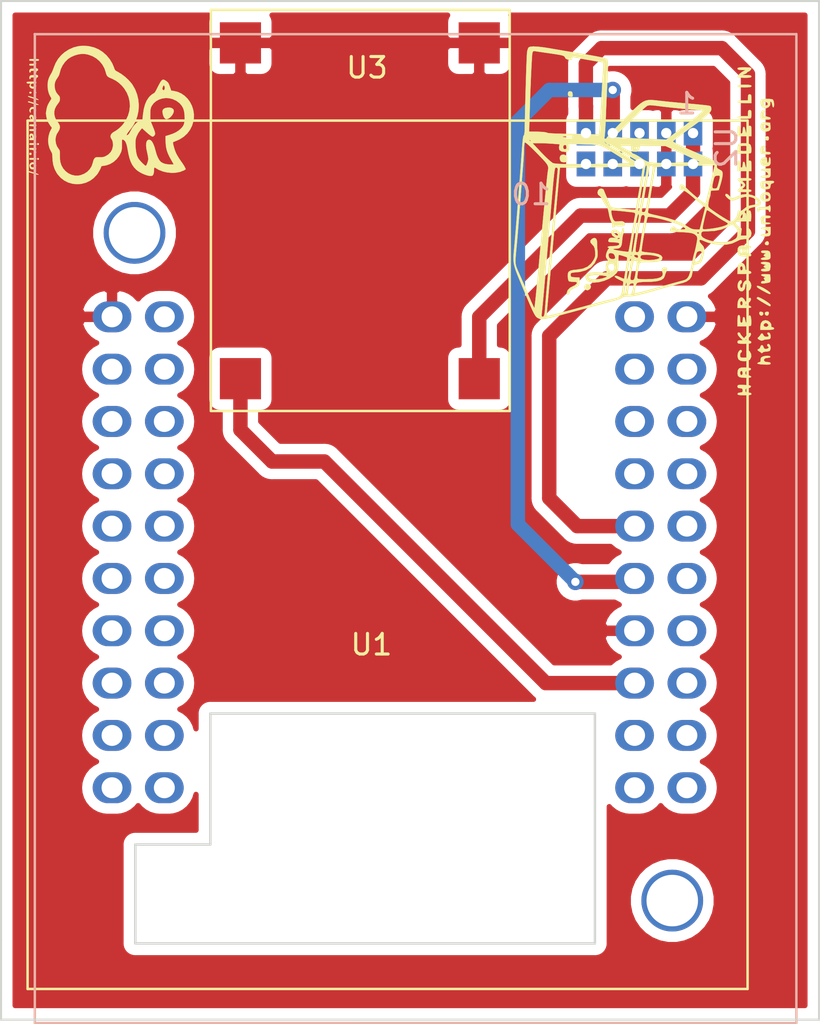
<source format=kicad_pcb>
(kicad_pcb (version 20171130) (host pcbnew 5.1.5)

  (general
    (thickness 1.6)
    (drawings 5)
    (tracks 34)
    (zones 0)
    (modules 5)
    (nets 6)
  )

  (page A4)
  (layers
    (0 F.Cu signal)
    (31 B.Cu signal)
    (32 B.Adhes user)
    (33 F.Adhes user)
    (34 B.Paste user)
    (35 F.Paste user)
    (36 B.SilkS user)
    (37 F.SilkS user)
    (38 B.Mask user)
    (39 F.Mask user)
    (40 Dwgs.User user)
    (41 Cmts.User user)
    (42 Eco1.User user)
    (43 Eco2.User user)
    (44 Edge.Cuts user)
    (45 Margin user)
    (46 B.CrtYd user)
    (47 F.CrtYd user)
    (48 B.Fab user)
    (49 F.Fab user)
  )

  (setup
    (last_trace_width 0.25)
    (user_trace_width 0.7)
    (trace_clearance 0.2)
    (zone_clearance 0.508)
    (zone_45_only no)
    (trace_min 0.2)
    (via_size 0.8)
    (via_drill 0.4)
    (via_min_size 0.4)
    (via_min_drill 0.3)
    (uvia_size 0.3)
    (uvia_drill 0.1)
    (uvias_allowed no)
    (uvia_min_size 0.2)
    (uvia_min_drill 0.1)
    (edge_width 0.05)
    (segment_width 0.2)
    (pcb_text_width 0.3)
    (pcb_text_size 1.5 1.5)
    (mod_edge_width 0.12)
    (mod_text_size 1 1)
    (mod_text_width 0.15)
    (pad_size 1.8796 1.5)
    (pad_drill 1)
    (pad_to_mask_clearance 0.051)
    (solder_mask_min_width 0.25)
    (aux_axis_origin 79.8 130.98)
    (visible_elements FFFFEF7F)
    (pcbplotparams
      (layerselection 0x031ff_ffffffff)
      (usegerberextensions false)
      (usegerberattributes false)
      (usegerberadvancedattributes false)
      (creategerberjobfile false)
      (excludeedgelayer true)
      (linewidth 0.100000)
      (plotframeref false)
      (viasonmask false)
      (mode 1)
      (useauxorigin true)
      (hpglpennumber 1)
      (hpglpenspeed 20)
      (hpglpendiameter 15.000000)
      (psnegative false)
      (psa4output false)
      (plotreference true)
      (plotvalue true)
      (plotinvisibletext false)
      (padsonsilk false)
      (subtractmaskfromsilk false)
      (outputformat 1)
      (mirror false)
      (drillshape 0)
      (scaleselection 1)
      (outputdirectory "Gerbers/"))
  )

  (net 0 "")
  (net 1 /PMS_RX)
  (net 2 /PMS_TX)
  (net 3 /GND)
  (net 4 /5V)
  (net 5 /VCC)

  (net_class Default "Esta es la clase de red por defecto."
    (clearance 0.2)
    (trace_width 0.25)
    (via_dia 0.8)
    (via_drill 0.4)
    (uvia_dia 0.3)
    (uvia_drill 0.1)
    (add_net /5V)
    (add_net /GND)
    (add_net /PMS_RX)
    (add_net /PMS_TX)
    (add_net /VCC)
  )

  (module LogoUnloquer:logo_canairio (layer F.Cu) (tedit 0) (tstamp 5E23CFC2)
    (at 85.344 87.122 270)
    (fp_text reference G*** (at 0 0 90) (layer F.SilkS) hide
      (effects (font (size 1.524 1.524) (thickness 0.3)))
    )
    (fp_text value LOGO (at 0.75 0 90) (layer F.SilkS) hide
      (effects (font (size 1.524 1.524) (thickness 0.3)))
    )
    (fp_poly (pts (xy -0.136893 -2.818293) (xy -0.051338 -2.768254) (xy 0.028324 -2.702021) (xy 0.092964 -2.626354)
      (xy 0.133453 -2.54801) (xy 0.139436 -2.525443) (xy 0.142088 -2.46969) (xy 0.117781 -2.424348)
      (xy 0.100048 -2.405291) (xy 0.038923 -2.363318) (xy -0.045619 -2.328802) (xy -0.138674 -2.305493)
      (xy -0.225341 -2.297145) (xy -0.289808 -2.307133) (xy -0.3502 -2.352219) (xy -0.391052 -2.431419)
      (xy -0.413499 -2.546968) (xy -0.413999 -2.552044) (xy -0.412282 -2.668662) (xy -0.383953 -2.760056)
      (xy -0.330843 -2.821962) (xy -0.289163 -2.842755) (xy -0.219211 -2.845379) (xy -0.136893 -2.818293)) (layer F.SilkS) (width 0.01))
    (fp_poly (pts (xy 0.119585 -3.818263) (xy 0.234706 -3.800737) (xy 0.45977 -3.735222) (xy 0.662987 -3.633962)
      (xy 0.842582 -3.498485) (xy 0.99678 -3.330318) (xy 1.123806 -3.130987) (xy 1.195534 -2.973917)
      (xy 1.224601 -2.900743) (xy 1.247907 -2.843645) (xy 1.261003 -2.813494) (xy 1.261816 -2.811961)
      (xy 1.287383 -2.806743) (xy 1.343977 -2.813907) (xy 1.422942 -2.831087) (xy 1.515626 -2.855916)
      (xy 1.613372 -2.886028) (xy 1.707526 -2.919058) (xy 1.789434 -2.952637) (xy 1.807814 -2.961243)
      (xy 1.897747 -3.009417) (xy 2.005575 -3.074109) (xy 2.115842 -3.145763) (xy 2.188671 -3.196738)
      (xy 2.301811 -3.275974) (xy 2.402844 -3.340745) (xy 2.486572 -3.388124) (xy 2.547797 -3.415181)
      (xy 2.581322 -3.418985) (xy 2.582163 -3.418522) (xy 2.598069 -3.396626) (xy 2.624648 -3.349529)
      (xy 2.640252 -3.319219) (xy 2.707313 -3.14124) (xy 2.744256 -2.942973) (xy 2.751874 -2.733057)
      (xy 2.730959 -2.52013) (xy 2.6823 -2.312833) (xy 2.60669 -2.119805) (xy 2.516253 -1.965421)
      (xy 2.491548 -1.925884) (xy 2.492512 -1.906269) (xy 2.510115 -1.89663) (xy 2.550409 -1.888998)
      (xy 2.613964 -1.88442) (xy 2.646186 -1.883834) (xy 2.742922 -1.876058) (xy 2.822938 -1.854913)
      (xy 2.875163 -1.823676) (xy 2.883203 -1.813718) (xy 2.901448 -1.750271) (xy 2.897453 -1.660307)
      (xy 2.874022 -1.551442) (xy 2.83396 -1.431291) (xy 2.780071 -1.307467) (xy 2.715157 -1.187587)
      (xy 2.642023 -1.079264) (xy 2.589822 -1.016947) (xy 2.481397 -0.91462) (xy 2.359531 -0.829348)
      (xy 2.218298 -0.758558) (xy 2.05177 -0.699679) (xy 1.854019 -0.650139) (xy 1.661583 -0.614214)
      (xy 1.494893 -0.583226) (xy 1.365842 -0.550584) (xy 1.269738 -0.51411) (xy 1.20189 -0.471628)
      (xy 1.157607 -0.420962) (xy 1.135014 -0.369915) (xy 1.131519 -0.352018) (xy 1.138293 -0.339951)
      (xy 1.161939 -0.332561) (xy 1.209061 -0.328695) (xy 1.286262 -0.327201) (xy 1.381219 -0.326934)
      (xy 1.499361 -0.325686) (xy 1.586476 -0.321138) (xy 1.653825 -0.311858) (xy 1.712674 -0.296409)
      (xy 1.761591 -0.27849) (xy 1.937356 -0.187508) (xy 2.092114 -0.065735) (xy 2.221353 0.081002)
      (xy 2.320562 0.246877) (xy 2.385229 0.426065) (xy 2.407466 0.555625) (xy 2.417449 0.622306)
      (xy 2.431318 0.666141) (xy 2.442398 0.67735) (xy 2.483968 0.688106) (xy 2.550187 0.716576)
      (xy 2.630396 0.757121) (xy 2.713938 0.8041) (xy 2.790154 0.851874) (xy 2.839372 0.887417)
      (xy 3.005543 1.045537) (xy 3.136224 1.225851) (xy 3.230034 1.425502) (xy 3.285593 1.641631)
      (xy 3.301749 1.844562) (xy 3.281679 2.066427) (xy 3.222308 2.275852) (xy 3.125829 2.468788)
      (xy 2.994435 2.641188) (xy 2.830317 2.789004) (xy 2.765858 2.833983) (xy 2.575556 2.936183)
      (xy 2.368128 3.004772) (xy 2.138875 3.041018) (xy 1.973371 3.04784) (xy 1.88373 3.050613)
      (xy 1.819997 3.061186) (xy 1.765941 3.083278) (xy 1.732201 3.103104) (xy 1.558274 3.188692)
      (xy 1.368202 3.239263) (xy 1.169948 3.254599) (xy 0.971473 3.234481) (xy 0.78074 3.178691)
      (xy 0.680526 3.13192) (xy 0.567302 3.070965) (xy 0.458276 3.153244) (xy 0.29372 3.255982)
      (xy 0.118782 3.321135) (xy 0.002371 3.344414) (xy -0.070029 3.354367) (xy -0.124231 3.360844)
      (xy -0.148167 3.36244) (xy -0.173498 3.358269) (xy -0.226518 3.350067) (xy -0.264583 3.344301)
      (xy -0.365792 3.326788) (xy -0.451859 3.305103) (xy -0.533215 3.274873) (xy -0.620291 3.231726)
      (xy -0.723519 3.17129) (xy -0.815812 3.113268) (xy -0.847374 3.099329) (xy -0.880572 3.105066)
      (xy -0.929744 3.133698) (xy -0.941242 3.141425) (xy -1.07258 3.208876) (xy -1.22934 3.254885)
      (xy -1.39995 3.2786) (xy -1.572843 3.279166) (xy -1.736447 3.25573) (xy -1.87325 3.210216)
      (xy -1.953677 3.170635) (xy -2.030368 3.128724) (xy -2.074333 3.101639) (xy -2.128085 3.07236)
      (xy -2.208377 3.036957) (xy -2.30119 3.001424) (xy -2.339954 2.988094) (xy -2.576953 2.891264)
      (xy -2.784058 2.766571) (xy -2.965713 2.610912) (xy -3.098886 2.457869) (xy -3.237848 2.243837)
      (xy -3.337478 2.015908) (xy -3.397314 1.776961) (xy -3.410827 1.606406) (xy -3.023548 1.606406)
      (xy -3.006872 1.747734) (xy -2.995102 1.807896) (xy -2.944023 1.98246) (xy -2.869225 2.14783)
      (xy -2.77768 2.289016) (xy -2.762947 2.307167) (xy -2.625191 2.442729) (xy -2.461009 2.557)
      (xy -2.281677 2.643535) (xy -2.09847 2.695887) (xy -2.076422 2.699619) (xy -1.979498 2.731756)
      (xy -1.867786 2.799235) (xy -1.8579 2.806422) (xy -1.747659 2.878118) (xy -1.645691 2.920674)
      (xy -1.536023 2.93965) (xy -1.468222 2.942048) (xy -1.311934 2.924406) (xy -1.172261 2.872969)
      (xy -1.056368 2.790498) (xy -1.044346 2.778594) (xy -0.991385 2.727408) (xy -0.949221 2.700364)
      (xy -0.900672 2.689833) (xy -0.840736 2.688167) (xy -0.770231 2.691512) (xy -0.716955 2.706148)
      (xy -0.662448 2.73897) (xy -0.62189 2.769932) (xy -0.482649 2.867523) (xy -0.35297 2.929326)
      (xy -0.224151 2.957744) (xy -0.087491 2.955181) (xy -0.003125 2.940859) (xy 0.060635 2.922698)
      (xy 0.127254 2.893045) (xy 0.205145 2.847235) (xy 0.302718 2.780607) (xy 0.357672 2.740845)
      (xy 0.455005 2.694163) (xy 0.561593 2.685709) (xy 0.669337 2.715097) (xy 0.742651 2.759144)
      (xy 0.876617 2.842058) (xy 1.015394 2.887501) (xy 1.153784 2.899833) (xy 1.320502 2.880829)
      (xy 1.472124 2.825354) (xy 1.580631 2.754121) (xy 1.617691 2.72494) (xy 1.650725 2.705953)
      (xy 1.689923 2.694971) (xy 1.745477 2.689804) (xy 1.827578 2.688262) (xy 1.887614 2.688167)
      (xy 1.995822 2.685886) (xy 2.101571 2.679755) (xy 2.189473 2.670839) (xy 2.22675 2.664699)
      (xy 2.395838 2.609888) (xy 2.545895 2.523228) (xy 2.673422 2.410008) (xy 2.774918 2.275518)
      (xy 2.846883 2.125047) (xy 2.885817 1.963885) (xy 2.888219 1.797321) (xy 2.869682 1.693087)
      (xy 2.804114 1.514679) (xy 2.706932 1.361274) (xy 2.581521 1.236114) (xy 2.431265 1.142446)
      (xy 2.259551 1.083513) (xy 2.226667 1.076852) (xy 2.115084 1.043539) (xy 2.047868 0.999729)
      (xy 2.019618 0.970359) (xy 2.002658 0.9407) (xy 1.994442 0.899659) (xy 1.992422 0.836141)
      (xy 1.993525 0.763086) (xy 1.99353 0.664448) (xy 1.986784 0.592028) (xy 1.970634 0.529909)
      (xy 1.94393 0.465428) (xy 1.85847 0.325236) (xy 1.747649 0.217898) (xy 1.614471 0.145373)
      (xy 1.461941 0.10962) (xy 1.392704 0.10604) (xy 1.274301 0.113047) (xy 1.181116 0.137341)
      (xy 1.098072 0.183236) (xy 1.081937 0.194949) (xy 1.008676 0.22675) (xy 0.931264 0.220247)
      (xy 0.855931 0.178179) (xy 0.78891 0.103282) (xy 0.760058 0.053567) (xy 0.68553 -0.069217)
      (xy 0.584758 -0.197785) (xy 0.469127 -0.318526) (xy 0.393523 -0.384649) (xy 0.188723 -0.524572)
      (xy -0.027933 -0.626212) (xy -0.252314 -0.68969) (xy -0.480289 -0.715127) (xy -0.707728 -0.702645)
      (xy -0.9305 -0.652365) (xy -1.144473 -0.564409) (xy -1.345517 -0.438897) (xy -1.475264 -0.329776)
      (xy -1.613019 -0.185508) (xy -1.720168 -0.038101) (xy -1.806821 0.127177) (xy -1.835462 0.195182)
      (xy -1.879397 0.294385) (xy -1.923429 0.361472) (xy -1.977492 0.405502) (xy -2.051523 0.435532)
      (xy -2.117602 0.452411) (xy -2.319681 0.519109) (xy -2.504558 0.621847) (xy -2.668003 0.756366)
      (xy -2.805787 0.918409) (xy -2.913679 1.103719) (xy -2.987451 1.308038) (xy -2.994043 1.334619)
      (xy -3.019286 1.475166) (xy -3.023548 1.606406) (xy -3.410827 1.606406) (xy -3.416891 1.529875)
      (xy -3.395748 1.277528) (xy -3.33342 1.022799) (xy -3.331038 1.015541) (xy -3.238866 0.801962)
      (xy -3.110606 0.6027) (xy -2.951534 0.423049) (xy -2.766923 0.268303) (xy -2.562047 0.143755)
      (xy -2.389169 0.070136) (xy -2.30618 0.040375) (xy -2.252288 0.015927) (xy -2.216619 -0.011837)
      (xy -2.188301 -0.051548) (xy -2.156459 -0.111837) (xy -2.154138 -0.116417) (xy -2.04691 -0.297161)
      (xy -1.911857 -0.476617) (xy -1.759123 -0.64314) (xy -1.598854 -0.785081) (xy -1.524 -0.83986)
      (xy -1.294348 -0.970783) (xy -1.047043 -1.065901) (xy -0.787969 -1.124593) (xy -0.523009 -1.146239)
      (xy -0.258048 -1.130219) (xy 0.001031 -1.075913) (xy 0.167481 -1.018172) (xy 0.299801 -0.959745)
      (xy 0.417026 -0.896437) (xy 0.533192 -0.819741) (xy 0.662331 -0.721148) (xy 0.677372 -0.709052)
      (xy 0.775136 -0.633722) (xy 0.850983 -0.582669) (xy 0.902886 -0.556609) (xy 0.92882 -0.556259)
      (xy 0.926756 -0.582335) (xy 0.897761 -0.631178) (xy 0.861851 -0.664418) (xy 0.800356 -0.705015)
      (xy 0.728662 -0.743142) (xy 0.571311 -0.829823) (xy 0.434548 -0.92969) (xy 0.323895 -1.0375)
      (xy 0.244871 -1.148009) (xy 0.20709 -1.238644) (xy 0.183999 -1.324978) (xy -0.072042 -1.350162)
      (xy -0.336744 -1.38912) (xy -0.565679 -1.450391) (xy -0.758767 -1.533945) (xy -0.91593 -1.639751)
      (xy -0.973503 -1.693165) (xy -1.029957 -1.756963) (xy -1.0768 -1.82023) (xy -1.100407 -1.86204)
      (xy -1.117487 -1.892663) (xy -1.145901 -1.92183) (xy -1.192214 -1.953984) (xy -1.262988 -1.99357)
      (xy -1.364787 -2.045032) (xy -1.386123 -2.055512) (xy -1.48855 -2.107484) (xy -1.583248 -2.158785)
      (xy -1.660435 -2.203901) (xy -1.710331 -2.237317) (xy -1.71431 -2.24052) (xy -1.758177 -2.287237)
      (xy -1.77289 -2.335488) (xy -1.765929 -2.361812) (xy -1.496155 -2.361812) (xy -1.491972 -2.346341)
      (xy -1.454811 -2.326817) (xy -1.439333 -2.32) (xy -1.362255 -2.292605) (xy -1.309636 -2.290953)
      (xy -1.272422 -2.314924) (xy -1.27 -2.31775) (xy -1.256582 -2.354989) (xy -1.27558 -2.385387)
      (xy -1.31724 -2.405815) (xy -1.371809 -2.413144) (xy -1.42953 -2.404244) (xy -1.47233 -2.382672)
      (xy -1.496155 -2.361812) (xy -1.765929 -2.361812) (xy -1.757646 -2.393134) (xy -1.718906 -2.456215)
      (xy -0.880823 -2.456215) (xy -0.858484 -2.286516) (xy -0.806052 -2.127145) (xy -0.726707 -1.984552)
      (xy -0.62363 -1.865186) (xy -0.5 -1.775495) (xy -0.433321 -1.744502) (xy -0.375296 -1.725911)
      (xy -0.309378 -1.713727) (xy -0.225344 -1.70683) (xy -0.11297 -1.704097) (xy -0.0635 -1.703917)
      (xy 0.201083 -1.703917) (xy 0.467916 -1.813512) (xy 0.602588 -1.867835) (xy 0.704871 -1.905979)
      (xy 0.780971 -1.929155) (xy 0.837098 -1.938571) (xy 0.879458 -1.935438) (xy 0.914261 -1.920964)
      (xy 0.937194 -1.904934) (xy 0.976566 -1.863411) (xy 0.994698 -1.823476) (xy 0.994833 -1.820698)
      (xy 0.979375 -1.77732) (xy 0.934148 -1.707922) (xy 0.860874 -1.614779) (xy 0.761275 -1.500162)
      (xy 0.707371 -1.441153) (xy 0.58293 -1.306742) (xy 0.669702 -1.229739) (xy 0.815508 -1.123349)
      (xy 0.982347 -1.039831) (xy 1.081715 -1.005862) (xy 1.175556 -0.989823) (xy 1.300111 -0.983547)
      (xy 1.444982 -0.986711) (xy 1.599768 -0.998993) (xy 1.754068 -1.020071) (xy 1.798898 -1.028097)
      (xy 1.921337 -1.059385) (xy 2.022245 -1.105403) (xy 2.069067 -1.135138) (xy 2.128748 -1.181092)
      (xy 2.197064 -1.241086) (xy 2.266618 -1.307615) (xy 2.33001 -1.373175) (xy 2.379844 -1.43026)
      (xy 2.408721 -1.471367) (xy 2.413 -1.484038) (xy 2.394118 -1.507752) (xy 2.344891 -1.535798)
      (xy 2.27645 -1.564024) (xy 2.199925 -1.588275) (xy 2.126446 -1.604401) (xy 2.078972 -1.608667)
      (xy 2.014443 -1.603411) (xy 1.923868 -1.589306) (xy 1.821986 -1.568841) (xy 1.767367 -1.556)
      (xy 1.590893 -1.519459) (xy 1.440273 -1.503486) (xy 1.317858 -1.507733) (xy 1.226001 -1.531851)
      (xy 1.167054 -1.575492) (xy 1.143368 -1.638307) (xy 1.143 -1.648576) (xy 1.163642 -1.716908)
      (xy 1.225697 -1.781738) (xy 1.329358 -1.843173) (xy 1.474818 -1.901324) (xy 1.662268 -1.956299)
      (xy 1.706673 -1.967375) (xy 1.869967 -2.015349) (xy 2.013665 -2.073997) (xy 2.130638 -2.13981)
      (xy 2.213755 -2.209278) (xy 2.225051 -2.2225) (xy 2.26367 -2.285496) (xy 2.299525 -2.367971)
      (xy 2.316848 -2.422739) (xy 2.330514 -2.491451) (xy 2.340889 -2.573638) (xy 2.34751 -2.65908)
      (xy 2.349919 -2.737557) (xy 2.347655 -2.798847) (xy 2.340256 -2.832732) (xy 2.335485 -2.836333)
      (xy 2.312088 -2.826295) (xy 2.261508 -2.799469) (xy 2.192899 -2.760793) (xy 2.160675 -2.742066)
      (xy 1.981188 -2.642057) (xy 1.822688 -2.566829) (xy 1.674429 -2.513144) (xy 1.525662 -2.477765)
      (xy 1.365642 -2.457453) (xy 1.188072 -2.449056) (xy 0.96856 -2.44475) (xy 0.918068 -2.61333)
      (xy 0.852802 -2.803229) (xy 0.779646 -2.959401) (xy 0.694243 -3.090306) (xy 0.63775 -3.157583)
      (xy 0.551573 -3.243848) (xy 0.470124 -3.304262) (xy 0.382647 -3.343135) (xy 0.27839 -3.364778)
      (xy 0.146598 -3.3735) (xy 0.097155 -3.374264) (xy -0.092946 -3.368283) (xy -0.250739 -3.345521)
      (xy -0.383824 -3.303312) (xy -0.499807 -3.238992) (xy -0.606287 -3.149892) (xy -0.639359 -3.115965)
      (xy -0.749485 -2.967907) (xy -0.828754 -2.794231) (xy -0.869888 -2.629794) (xy -0.880823 -2.456215)
      (xy -1.718906 -2.456215) (xy -1.711646 -2.468036) (xy -1.687851 -2.500151) (xy -1.649335 -2.545739)
      (xy -1.608055 -2.579873) (xy -1.55291 -2.609223) (xy -1.4728 -2.640453) (xy -1.428545 -2.655904)
      (xy -1.23825 -2.721178) (xy -1.225041 -2.828768) (xy -1.180461 -3.026132) (xy -1.099673 -3.208301)
      (xy -0.986963 -3.372421) (xy -0.846619 -3.515637) (xy -0.682928 -3.635095) (xy -0.500175 -3.727941)
      (xy -0.302647 -3.791321) (xy -0.094632 -3.822379) (xy 0.119585 -3.818263)) (layer F.SilkS) (width 0.01))
    (fp_poly (pts (xy 2.109709 3.719134) (xy 2.116667 3.7465) (xy 2.101699 3.781876) (xy 2.074333 3.788833)
      (xy 2.038957 3.773866) (xy 2.032 3.7465) (xy 2.046967 3.711124) (xy 2.074333 3.704167)
      (xy 2.109709 3.719134)) (layer F.SilkS) (width 0.01))
    (fp_poly (pts (xy 1.390043 3.719134) (xy 1.397 3.7465) (xy 1.382033 3.781876) (xy 1.354667 3.788833)
      (xy 1.31929 3.773866) (xy 1.312333 3.7465) (xy 1.3273 3.711124) (xy 1.354667 3.704167)
      (xy 1.390043 3.719134)) (layer F.SilkS) (width 0.01))
    (fp_poly (pts (xy -1.109804 3.843569) (xy -1.100667 3.884083) (xy -1.110589 3.925578) (xy -1.143 3.937)
      (xy -1.176196 3.924598) (xy -1.185333 3.884083) (xy -1.175412 3.842588) (xy -1.143 3.831167)
      (xy -1.109804 3.843569)) (layer F.SilkS) (width 0.01))
    (fp_poly (pts (xy 2.499054 3.858119) (xy 2.555717 3.903161) (xy 2.581092 3.976072) (xy 2.582333 4.0005)
      (xy 2.569857 4.073165) (xy 2.543903 4.113385) (xy 2.487744 4.144907) (xy 2.417208 4.161268)
      (xy 2.355043 4.157528) (xy 2.3495 4.155602) (xy 2.280909 4.11023) (xy 2.247444 4.041272)
      (xy 2.243667 4.0005) (xy 2.328333 4.0005) (xy 2.342186 4.060833) (xy 2.376373 4.097176)
      (xy 2.419838 4.105678) (xy 2.461527 4.082493) (xy 2.480351 4.053417) (xy 2.492418 3.993452)
      (xy 2.478131 3.94153) (xy 2.445413 3.905999) (xy 2.402191 3.895206) (xy 2.356389 3.917496)
      (xy 2.353733 3.920067) (xy 2.334174 3.959647) (xy 2.328333 4.0005) (xy 2.243667 4.0005)
      (xy 2.260201 3.920313) (xy 2.308539 3.867513) (xy 2.386784 3.843868) (xy 2.413 3.842712)
      (xy 2.499054 3.858119)) (layer F.SilkS) (width 0.01))
    (fp_poly (pts (xy 2.095425 3.834702) (xy 2.108067 3.850984) (xy 2.114385 3.88853) (xy 2.116511 3.955854)
      (xy 2.116667 4.0005) (xy 2.115783 4.084869) (xy 2.111712 4.135433) (xy 2.102326 4.160709)
      (xy 2.085495 4.16921) (xy 2.074333 4.169833) (xy 2.053241 4.166298) (xy 2.0406 4.150015)
      (xy 2.034281 4.11247) (xy 2.032156 4.045146) (xy 2.032 4.0005) (xy 2.032884 3.916131)
      (xy 2.036954 3.865566) (xy 2.046341 3.840291) (xy 2.063172 3.83179) (xy 2.074333 3.831167)
      (xy 2.095425 3.834702)) (layer F.SilkS) (width 0.01))
    (fp_poly (pts (xy 1.871197 4.072742) (xy 1.88361 4.107165) (xy 1.883833 4.116917) (xy 1.875091 4.157197)
      (xy 1.840668 4.16961) (xy 1.830917 4.169833) (xy 1.790636 4.161091) (xy 1.778223 4.126668)
      (xy 1.778 4.116917) (xy 1.786742 4.076636) (xy 1.821165 4.064223) (xy 1.830917 4.064)
      (xy 1.871197 4.072742)) (layer F.SilkS) (width 0.01))
    (fp_poly (pts (xy 1.62182 3.843862) (xy 1.629833 3.861661) (xy 1.634867 3.880294) (xy 1.657374 3.876731)
      (xy 1.688042 3.861792) (xy 1.7419 3.83694) (xy 1.7689 3.836326) (xy 1.777648 3.861069)
      (xy 1.778 3.8735) (xy 1.7654 3.906864) (xy 1.725828 3.915833) (xy 1.673104 3.933425)
      (xy 1.641271 3.986726) (xy 1.629877 4.07652) (xy 1.629833 4.083775) (xy 1.626404 4.139721)
      (xy 1.61249 4.164695) (xy 1.5875 4.169833) (xy 1.566408 4.166298) (xy 1.553766 4.150015)
      (xy 1.547448 4.11247) (xy 1.545322 4.045146) (xy 1.545167 4.0005) (xy 1.54605 3.916131)
      (xy 1.550121 3.865566) (xy 1.559507 3.840291) (xy 1.576338 3.83179) (xy 1.5875 3.831167)
      (xy 1.62182 3.843862)) (layer F.SilkS) (width 0.01))
    (fp_poly (pts (xy 1.375759 3.834702) (xy 1.3884 3.850984) (xy 1.394719 3.88853) (xy 1.396844 3.955854)
      (xy 1.397 4.0005) (xy 1.396116 4.084869) (xy 1.392045 4.135433) (xy 1.382659 4.160709)
      (xy 1.365828 4.16921) (xy 1.354667 4.169833) (xy 1.333574 4.166298) (xy 1.320933 4.150015)
      (xy 1.314614 4.11247) (xy 1.312489 4.045146) (xy 1.312333 4.0005) (xy 1.313217 3.916131)
      (xy 1.317288 3.865566) (xy 1.326674 3.840291) (xy 1.343505 3.83179) (xy 1.354667 3.831167)
      (xy 1.375759 3.834702)) (layer F.SilkS) (width 0.01))
    (fp_poly (pts (xy 1.082864 3.858081) (xy 1.135965 3.887846) (xy 1.147537 3.901282) (xy 1.156353 3.935128)
      (xy 1.162296 3.996001) (xy 1.163842 4.048125) (xy 1.162356 4.117231) (xy 1.155158 4.153925)
      (xy 1.138844 4.168066) (xy 1.121833 4.169833) (xy 1.087357 4.156598) (xy 1.0795 4.138083)
      (xy 1.070666 4.110552) (xy 1.04155 4.115584) (xy 1.006663 4.138756) (xy 0.972719 4.161922)
      (xy 0.945228 4.165661) (xy 0.903154 4.151593) (xy 0.892937 4.147506) (xy 0.858624 4.124402)
      (xy 0.849132 4.083919) (xy 0.850604 4.058889) (xy 0.851024 4.056476) (xy 0.935788 4.056476)
      (xy 0.941917 4.085167) (xy 0.975099 4.10538) (xy 1.019204 4.0988) (xy 1.055486 4.068835)
      (xy 1.058333 4.064) (xy 1.069411 4.034355) (xy 1.052488 4.023154) (xy 1.017994 4.021667)
      (xy 0.96139 4.031197) (xy 0.935788 4.056476) (xy 0.851024 4.056476) (xy 0.857792 4.017673)
      (xy 0.876698 3.993881) (xy 0.918624 3.978604) (xy 0.964944 3.96875) (xy 1.034568 3.948651)
      (xy 1.063543 3.926804) (xy 1.052093 3.907799) (xy 1.000443 3.89623) (xy 0.961319 3.894667)
      (xy 0.897698 3.88954) (xy 0.870886 3.87682) (xy 0.882603 3.860494) (xy 0.93457 3.84455)
      (xy 0.939305 3.843636) (xy 1.011572 3.841756) (xy 1.082864 3.858081)) (layer F.SilkS) (width 0.01))
    (fp_poly (pts (xy 0.479186 3.844653) (xy 0.486833 3.86346) (xy 0.491294 3.882846) (xy 0.51189 3.881166)
      (xy 0.551946 3.862082) (xy 0.599739 3.841136) (xy 0.633418 3.842541) (xy 0.668363 3.862027)
      (xy 0.696586 3.885322) (xy 0.712088 3.916436) (xy 0.718544 3.967601) (xy 0.719667 4.032738)
      (xy 0.718338 4.107036) (xy 0.712423 4.148403) (xy 0.69903 4.166208) (xy 0.677333 4.169833)
      (xy 0.651778 4.164164) (xy 0.639133 4.140182) (xy 0.635145 4.087423) (xy 0.635 4.065731)
      (xy 0.630949 3.976016) (xy 0.617354 3.921977) (xy 0.592056 3.897608) (xy 0.573469 3.894667)
      (xy 0.526364 3.908823) (xy 0.498317 3.953946) (xy 0.487213 4.03401) (xy 0.486833 4.05765)
      (xy 0.484853 4.123426) (xy 0.476353 4.157132) (xy 0.457491 4.168946) (xy 0.4445 4.169833)
      (xy 0.423408 4.166298) (xy 0.410766 4.150015) (xy 0.404448 4.11247) (xy 0.402322 4.045146)
      (xy 0.402167 4.0005) (xy 0.40305 3.916131) (xy 0.407121 3.865566) (xy 0.416507 3.840291)
      (xy 0.433338 3.83179) (xy 0.4445 3.831167) (xy 0.479186 3.844653)) (layer F.SilkS) (width 0.01))
    (fp_poly (pts (xy 0.172697 3.858081) (xy 0.225798 3.887846) (xy 0.23737 3.901282) (xy 0.246187 3.935128)
      (xy 0.252129 3.996001) (xy 0.253676 4.048125) (xy 0.25219 4.117231) (xy 0.244991 4.153925)
      (xy 0.228677 4.168066) (xy 0.211667 4.169833) (xy 0.17719 4.156598) (xy 0.169333 4.138083)
      (xy 0.1605 4.110552) (xy 0.131383 4.115584) (xy 0.096496 4.138756) (xy 0.062552 4.161922)
      (xy 0.035062 4.165661) (xy -0.007012 4.151593) (xy -0.01723 4.147506) (xy -0.051543 4.124402)
      (xy -0.061035 4.083919) (xy -0.059563 4.058889) (xy -0.059143 4.056476) (xy 0.025621 4.056476)
      (xy 0.03175 4.085167) (xy 0.064933 4.10538) (xy 0.109037 4.0988) (xy 0.145319 4.068835)
      (xy 0.148167 4.064) (xy 0.159245 4.034355) (xy 0.142322 4.023154) (xy 0.107827 4.021667)
      (xy 0.051223 4.031197) (xy 0.025621 4.056476) (xy -0.059143 4.056476) (xy -0.052374 4.017673)
      (xy -0.033468 3.993881) (xy 0.008457 3.978604) (xy 0.054777 3.96875) (xy 0.124401 3.948651)
      (xy 0.153376 3.926804) (xy 0.141926 3.907799) (xy 0.090277 3.89623) (xy 0.051153 3.894667)
      (xy -0.012468 3.88954) (xy -0.039281 3.87682) (xy -0.027564 3.860494) (xy 0.024403 3.84455)
      (xy 0.029138 3.843636) (xy 0.101405 3.841756) (xy 0.172697 3.858081)) (layer F.SilkS) (width 0.01))
    (fp_poly (pts (xy -0.229797 3.849748) (xy -0.219979 3.853197) (xy -0.177253 3.876164) (xy -0.174469 3.893621)
      (xy -0.20924 3.900813) (xy -0.242846 3.89875) (xy -0.295917 3.897844) (xy -0.325781 3.917066)
      (xy -0.341493 3.945334) (xy -0.356022 4.002551) (xy -0.341493 4.055666) (xy -0.317437 4.092993)
      (xy -0.281853 4.104677) (xy -0.242846 4.102249) (xy -0.188323 4.101857) (xy -0.171232 4.114518)
      (xy -0.193483 4.135564) (xy -0.223628 4.14919) (xy -0.264515 4.16348) (xy -0.281836 4.167378)
      (xy -0.302743 4.161064) (xy -0.328083 4.154609) (xy -0.398423 4.119171) (xy -0.437119 4.056056)
      (xy -0.4445 4.0005) (xy -0.426428 3.923743) (xy -0.378416 3.868961) (xy -0.309771 3.842261)
      (xy -0.229797 3.849748)) (layer F.SilkS) (width 0.01))
    (fp_poly (pts (xy -1.109804 4.076402) (xy -1.100667 4.116917) (xy -1.110589 4.158412) (xy -1.143 4.169833)
      (xy -1.176196 4.157431) (xy -1.185333 4.116917) (xy -1.175412 4.075421) (xy -1.143 4.064)
      (xy -1.109804 4.076402)) (layer F.SilkS) (width 0.01))
    (fp_poly (pts (xy -1.895255 3.756422) (xy -1.883833 3.788833) (xy -1.871431 3.822029) (xy -1.830917 3.831167)
      (xy -1.788357 3.842207) (xy -1.778 3.862917) (xy -1.7964 3.888452) (xy -1.830917 3.894667)
      (xy -1.862322 3.898098) (xy -1.87799 3.915609) (xy -1.883332 3.958026) (xy -1.883833 4.0005)
      (xy -1.881605 4.063979) (xy -1.872144 4.095639) (xy -1.851292 4.10588) (xy -1.8415 4.106333)
      (xy -1.807024 4.119568) (xy -1.799167 4.138083) (xy -1.816847 4.161301) (xy -1.861224 4.168126)
      (xy -1.919307 4.156888) (xy -1.926167 4.154405) (xy -1.962114 4.131672) (xy -1.981653 4.09117)
      (xy -1.988931 4.022442) (xy -1.989343 3.995208) (xy -1.993528 3.936591) (xy -2.003812 3.900357)
      (xy -2.010833 3.894667) (xy -2.029612 3.877522) (xy -2.032 3.862917) (xy -2.020571 3.834749)
      (xy -2.010833 3.831167) (xy -1.993636 3.813438) (xy -1.989667 3.788833) (xy -1.977265 3.755637)
      (xy -1.93675 3.7465) (xy -1.895255 3.756422)) (layer F.SilkS) (width 0.01))
    (fp_poly (pts (xy -2.212755 3.756422) (xy -2.201333 3.788833) (xy -2.188931 3.822029) (xy -2.148417 3.831167)
      (xy -2.105857 3.842207) (xy -2.0955 3.862917) (xy -2.1139 3.888452) (xy -2.148417 3.894667)
      (xy -2.179822 3.898098) (xy -2.19549 3.915609) (xy -2.200832 3.958026) (xy -2.201333 4.0005)
      (xy -2.199105 4.063979) (xy -2.189644 4.095639) (xy -2.168792 4.10588) (xy -2.159 4.106333)
      (xy -2.124524 4.119568) (xy -2.116667 4.138083) (xy -2.134347 4.161301) (xy -2.178724 4.168126)
      (xy -2.236807 4.156888) (xy -2.243667 4.154405) (xy -2.279614 4.131672) (xy -2.299153 4.09117)
      (xy -2.306431 4.022442) (xy -2.306843 3.995208) (xy -2.311028 3.936591) (xy -2.321312 3.900357)
      (xy -2.328333 3.894667) (xy -2.347112 3.877522) (xy -2.3495 3.862917) (xy -2.338071 3.834749)
      (xy -2.328333 3.831167) (xy -2.311136 3.813438) (xy -2.307167 3.788833) (xy -2.294765 3.755637)
      (xy -2.25425 3.7465) (xy -2.212755 3.756422)) (layer F.SilkS) (width 0.01))
    (fp_poly (pts (xy -2.704104 3.71036) (xy -2.691584 3.736112) (xy -2.688188 3.792174) (xy -2.688167 3.79996)
      (xy -2.688167 3.895754) (xy -2.623054 3.862082) (xy -2.575261 3.841136) (xy -2.541582 3.842541)
      (xy -2.506637 3.862027) (xy -2.478414 3.885322) (xy -2.462912 3.916436) (xy -2.456456 3.967601)
      (xy -2.455333 4.032738) (xy -2.456662 4.107036) (xy -2.462577 4.148403) (xy -2.47597 4.166208)
      (xy -2.497667 4.169833) (xy -2.523222 4.164164) (xy -2.535867 4.140182) (xy -2.539855 4.087423)
      (xy -2.54 4.065731) (xy -2.544051 3.976016) (xy -2.557646 3.921977) (xy -2.582944 3.897608)
      (xy -2.601531 3.894667) (xy -2.648636 3.908823) (xy -2.676683 3.953946) (xy -2.687787 4.03401)
      (xy -2.688167 4.05765) (xy -2.690147 4.123426) (xy -2.698647 4.157132) (xy -2.717509 4.168946)
      (xy -2.7305 4.169833) (xy -2.749027 4.167154) (xy -2.761188 4.154237) (xy -2.768313 4.123765)
      (xy -2.771735 4.068419) (xy -2.772781 3.980881) (xy -2.772833 3.937) (xy -2.772346 3.835103)
      (xy -2.769998 3.768218) (xy -2.764457 3.729027) (xy -2.754395 3.710211) (xy -2.738479 3.704453)
      (xy -2.7305 3.704167) (xy -2.704104 3.71036)) (layer F.SilkS) (width 0.01))
    (fp_poly (pts (xy 2.843944 3.738544) (xy 2.83613 3.788037) (xy 2.814063 3.873051) (xy 2.782898 3.978017)
      (xy 2.754235 4.072001) (xy 2.730792 4.150055) (xy 2.715012 4.203967) (xy 2.709333 4.225479)
      (xy 2.692937 4.233131) (xy 2.688167 4.233333) (xy 2.668007 4.21692) (xy 2.667 4.209746)
      (xy 2.673304 4.176915) (xy 2.689983 4.115627) (xy 2.713682 4.036367) (xy 2.74105 3.949614)
      (xy 2.768735 3.865852) (xy 2.793383 3.795563) (xy 2.811642 3.749228) (xy 2.818098 3.737328)
      (xy 2.837826 3.722374) (xy 2.843944 3.738544)) (layer F.SilkS) (width 0.01))
    (fp_poly (pts (xy -0.542722 3.738544) (xy -0.550536 3.788037) (xy -0.572604 3.873051) (xy -0.603768 3.978017)
      (xy -0.632432 4.072001) (xy -0.655875 4.150055) (xy -0.671655 4.203967) (xy -0.677333 4.225479)
      (xy -0.693729 4.233131) (xy -0.6985 4.233333) (xy -0.71866 4.21692) (xy -0.719667 4.209746)
      (xy -0.713362 4.176915) (xy -0.696684 4.115627) (xy -0.672985 4.036367) (xy -0.645616 3.949614)
      (xy -0.617932 3.865852) (xy -0.593284 3.795563) (xy -0.575025 3.749228) (xy -0.568568 3.737328)
      (xy -0.54884 3.722374) (xy -0.542722 3.738544)) (layer F.SilkS) (width 0.01))
    (fp_poly (pts (xy -0.788175 3.727357) (xy -0.787474 3.740165) (xy -0.794108 3.770099) (xy -0.809367 3.823048)
      (xy -0.834544 3.904902) (xy -0.869317 4.016375) (xy -0.898484 4.104746) (xy -0.924969 4.175768)
      (xy -0.945473 4.221122) (xy -0.955332 4.233333) (xy -0.972112 4.2166) (xy -0.973249 4.206875)
      (xy -0.966224 4.165405) (xy -0.948259 4.099074) (xy -0.922801 4.017739) (xy -0.893295 3.93126)
      (xy -0.863188 3.849495) (xy -0.835925 3.782305) (xy -0.814952 3.739547) (xy -0.806411 3.729554)
      (xy -0.794918 3.725783) (xy -0.788175 3.727357)) (layer F.SilkS) (width 0.01))
    (fp_poly (pts (xy -1.59551 3.843712) (xy -1.5875 3.861294) (xy -1.581894 3.878979) (xy -1.558087 3.875469)
      (xy -1.523234 3.859362) (xy -1.475012 3.839563) (xy -1.439994 3.842646) (xy -1.407154 3.861252)
      (xy -1.356163 3.917044) (xy -1.335882 3.988487) (xy -1.346311 4.062094) (xy -1.38745 4.124377)
      (xy -1.407154 4.139748) (xy -1.447634 4.16099) (xy -1.483597 4.159064) (xy -1.523234 4.141638)
      (xy -1.5875 4.109578) (xy -1.5875 4.203205) (xy -1.590371 4.262108) (xy -1.602248 4.289704)
      (xy -1.628025 4.296821) (xy -1.629833 4.296833) (xy -1.64836 4.294154) (xy -1.660521 4.281237)
      (xy -1.667647 4.250765) (xy -1.671068 4.195419) (xy -1.672115 4.107881) (xy -1.672167 4.064)
      (xy -1.671984 4.025562) (xy -1.584948 4.025562) (xy -1.566955 4.075318) (xy -1.5621 4.080933)
      (xy -1.514075 4.105376) (xy -1.467604 4.092436) (xy -1.439333 4.053417) (xy -1.429394 3.990485)
      (xy -1.444364 3.93788) (xy -1.476827 3.903657) (xy -1.519364 3.895876) (xy -1.5621 3.920067)
      (xy -1.58333 3.965909) (xy -1.584948 4.025562) (xy -1.671984 4.025562) (xy -1.67168 3.962103)
      (xy -1.669331 3.895218) (xy -1.663791 3.856027) (xy -1.653728 3.837211) (xy -1.637812 3.831453)
      (xy -1.629833 3.831167) (xy -1.59551 3.843712)) (layer F.SilkS) (width 0.01))
  )

  (module LogoUnloquer:logo_unloquer (layer F.Cu) (tedit 0) (tstamp 5E23CE5A)
    (at 110.998 92.202 90)
    (fp_text reference G*** (at 0 0 90) (layer F.SilkS) hide
      (effects (font (size 1.524 1.524) (thickness 0.3)))
    )
    (fp_text value LOGO (at 0.75 0 90) (layer F.SilkS) hide
      (effects (font (size 1.524 1.524) (thickness 0.3)))
    )
    (fp_poly (pts (xy 6.250264 -3.650443) (xy 6.283467 -3.602023) (xy 6.2865 -3.556) (xy 6.272487 -3.481041)
      (xy 6.213937 -3.446673) (xy 6.145824 -3.43667) (xy 6.051057 -3.433684) (xy 6.016591 -3.463168)
      (xy 6.018824 -3.542504) (xy 6.042242 -3.628197) (xy 6.104291 -3.659114) (xy 6.1595 -3.661833)
      (xy 6.250264 -3.650443)) (layer F.SilkS) (width 0.01))
    (fp_poly (pts (xy 3.154756 -4.033011) (xy 3.207537 -3.956768) (xy 3.214819 -3.860355) (xy 3.177414 -3.768856)
      (xy 3.096134 -3.707355) (xy 3.04373 -3.696003) (xy 2.942051 -3.698319) (xy 2.88925 -3.710114)
      (xy 2.848944 -3.766556) (xy 2.838118 -3.863911) (xy 2.857043 -3.963627) (xy 2.887134 -4.0132)
      (xy 2.965246 -4.051285) (xy 3.05566 -4.064) (xy 3.154756 -4.033011)) (layer F.SilkS) (width 0.01))
    (fp_poly (pts (xy -3.114526 -2.834006) (xy -3.063348 -2.754669) (xy -3.061049 -2.658977) (xy -3.092021 -2.601466)
      (xy -3.179821 -2.54439) (xy -3.277427 -2.571039) (xy -3.322257 -2.608638) (xy -3.37566 -2.707483)
      (xy -3.347632 -2.803136) (xy -3.291416 -2.852746) (xy -3.196558 -2.874271) (xy -3.114526 -2.834006)) (layer F.SilkS) (width 0.01))
    (fp_poly (pts (xy -3.375765 -3.680633) (xy -3.251778 -3.565094) (xy -3.1777 -3.424237) (xy -3.12033 -3.306663)
      (xy -3.057969 -3.235035) (xy -3.036349 -3.225187) (xy -2.989897 -3.231105) (xy -2.968066 -3.285065)
      (xy -2.962685 -3.394146) (xy -2.955539 -3.516802) (xy -2.938419 -3.603976) (xy -2.930935 -3.6195)
      (xy -2.873068 -3.646969) (xy -2.762756 -3.66746) (xy -2.70395 -3.672437) (xy -2.571267 -3.669313)
      (xy -2.48097 -3.634089) (xy -2.423345 -3.553504) (xy -2.388676 -3.414297) (xy -2.368025 -3.21393)
      (xy -2.322348 -2.933034) (xy -2.226269 -2.711416) (xy -2.071734 -2.535038) (xy -1.915798 -2.425852)
      (xy -1.791361 -2.361784) (xy -1.681405 -2.334842) (xy -1.543787 -2.336716) (xy -1.489493 -2.341789)
      (xy -1.332623 -2.366641) (xy -1.231607 -2.408991) (xy -1.162576 -2.474427) (xy -1.059535 -2.564137)
      (xy -0.962233 -2.570058) (xy -0.872909 -2.492064) (xy -0.872247 -2.491122) (xy -0.829796 -2.382269)
      (xy -0.862519 -2.299465) (xy -0.962244 -2.253861) (xy -1.049709 -2.248942) (xy -1.185629 -2.248111)
      (xy -1.354571 -2.238077) (xy -1.439333 -2.229963) (xy -1.593696 -2.221817) (xy -1.731631 -2.229651)
      (xy -1.787989 -2.241155) (xy -2.053068 -2.365586) (xy -2.257252 -2.54866) (xy -2.400028 -2.78967)
      (xy -2.480886 -3.087909) (xy -2.495362 -3.217333) (xy -2.508933 -3.378855) (xy -2.524775 -3.473605)
      (xy -2.550114 -3.519332) (xy -2.592181 -3.533784) (xy -2.624666 -3.534833) (xy -2.687383 -3.527342)
      (xy -2.720976 -3.490674) (xy -2.737036 -3.403535) (xy -2.743135 -3.317224) (xy -2.755769 -3.099614)
      (xy -2.954801 -3.105557) (xy -3.067603 -3.112262) (xy -3.137431 -3.136442) (xy -3.189076 -3.196966)
      (xy -3.247328 -3.312701) (xy -3.258494 -3.33669) (xy -3.332485 -3.475877) (xy -3.401494 -3.552513)
      (xy -3.480744 -3.585399) (xy -3.562601 -3.621343) (xy -3.59735 -3.671999) (xy -3.577439 -3.713339)
      (xy -3.52425 -3.723833) (xy -3.375765 -3.680633)) (layer F.SilkS) (width 0.01))
    (fp_poly (pts (xy 7.419748 4.587952) (xy 7.439301 4.645828) (xy 7.448645 4.760663) (xy 7.450667 4.910667)
      (xy 7.445622 5.097313) (xy 7.427876 5.206962) (xy 7.393505 5.24683) (xy 7.338591 5.22413)
      (xy 7.299476 5.188857) (xy 7.249046 5.118027) (xy 7.239 5.083024) (xy 7.209405 5.039492)
      (xy 7.197877 5.037667) (xy 7.159654 5.001396) (xy 7.120875 4.912797) (xy 7.117029 4.900084)
      (xy 7.094912 4.830798) (xy 7.082459 4.822673) (xy 7.076341 4.883794) (xy 7.073485 5.005917)
      (xy 7.065705 5.150582) (xy 7.04528 5.226533) (xy 7.007912 5.249309) (xy 7.006167 5.249334)
      (xy 6.973586 5.233382) (xy 6.954032 5.175506) (xy 6.944688 5.060671) (xy 6.942667 4.910667)
      (xy 6.94793 4.733403) (xy 6.962707 4.616681) (xy 6.985479 4.572126) (xy 6.986924 4.572)
      (xy 7.05647 4.604919) (xy 7.143608 4.686602) (xy 7.225471 4.79144) (xy 7.279192 4.893824)
      (xy 7.28199 4.902454) (xy 7.301794 4.954489) (xy 7.313162 4.940258) (xy 7.318783 4.852108)
      (xy 7.320028 4.79425) (xy 7.328795 4.65671) (xy 7.352385 4.587898) (xy 7.387167 4.572)
      (xy 7.419748 4.587952)) (layer F.SilkS) (width 0.01))
    (fp_poly (pts (xy 6.573081 4.587952) (xy 6.592635 4.645828) (xy 6.601979 4.760663) (xy 6.604 4.910667)
      (xy 6.601009 5.084434) (xy 6.590157 5.188718) (xy 6.568626 5.238552) (xy 6.5405 5.249334)
      (xy 6.507919 5.233382) (xy 6.488366 5.175506) (xy 6.479022 5.060671) (xy 6.477 4.910667)
      (xy 6.479991 4.7369) (xy 6.490843 4.632616) (xy 6.512374 4.582781) (xy 6.5405 4.572)
      (xy 6.573081 4.587952)) (layer F.SilkS) (width 0.01))
    (fp_poly (pts (xy 5.815372 4.591507) (xy 5.835168 4.660657) (xy 5.841875 4.795396) (xy 5.842 4.826)
      (xy 5.842 5.08) (xy 5.990167 5.08) (xy 6.092286 5.089471) (xy 6.13349 5.126445)
      (xy 6.138334 5.164667) (xy 6.127189 5.21545) (xy 6.079888 5.240778) (xy 5.975625 5.248971)
      (xy 5.926667 5.249334) (xy 5.715 5.249334) (xy 5.715 4.910667) (xy 5.717991 4.7369)
      (xy 5.728843 4.632616) (xy 5.750374 4.582781) (xy 5.7785 4.572) (xy 5.815372 4.591507)) (layer F.SilkS) (width 0.01))
    (fp_poly (pts (xy 5.053372 4.591507) (xy 5.073168 4.660657) (xy 5.079875 4.795396) (xy 5.08 4.826)
      (xy 5.08 5.08) (xy 5.228167 5.08) (xy 5.330286 5.089471) (xy 5.37149 5.126445)
      (xy 5.376334 5.164667) (xy 5.363345 5.218359) (xy 5.309862 5.243231) (xy 5.194103 5.249333)
      (xy 5.192889 5.249334) (xy 5.074095 5.243329) (xy 4.994359 5.228255) (xy 4.981222 5.221111)
      (xy 4.967472 5.167759) (xy 4.957428 5.053292) (xy 4.953051 4.901245) (xy 4.953 4.882445)
      (xy 4.956453 4.717108) (xy 4.968913 4.620835) (xy 4.99353 4.578225) (xy 5.0165 4.572)
      (xy 5.053372 4.591507)) (layer F.SilkS) (width 0.01))
    (fp_poly (pts (xy 4.50782 4.576877) (xy 4.587004 4.594164) (xy 4.613833 4.627849) (xy 4.614334 4.6355)
      (xy 4.589403 4.677354) (xy 4.504632 4.696418) (xy 4.423834 4.699) (xy 4.298272 4.70731)
      (xy 4.241079 4.735567) (xy 4.233334 4.7625) (xy 4.260723 4.806239) (xy 4.351964 4.824623)
      (xy 4.406195 4.826) (xy 4.523354 4.840841) (xy 4.563524 4.876005) (xy 4.527094 4.91745)
      (xy 4.414455 4.951136) (xy 4.402667 4.953) (xy 4.281574 4.985411) (xy 4.240843 5.025753)
      (xy 4.278717 5.061355) (xy 4.393434 5.07955) (xy 4.420306 5.08) (xy 4.540695 5.085332)
      (xy 4.598179 5.107562) (xy 4.614183 5.156038) (xy 4.614334 5.164667) (xy 4.605066 5.211955)
      (xy 4.564354 5.237507) (xy 4.472835 5.247777) (xy 4.360334 5.249334) (xy 4.106334 5.249334)
      (xy 4.106334 4.572) (xy 4.360334 4.572) (xy 4.50782 4.576877)) (layer F.SilkS) (width 0.01))
    (fp_poly (pts (xy 3.593665 4.582015) (xy 3.691809 4.607376) (xy 3.716867 4.6228) (xy 3.750655 4.701745)
      (xy 3.766119 4.830474) (xy 3.763819 4.976236) (xy 3.744315 5.106281) (xy 3.708166 5.187858)
      (xy 3.707191 5.188857) (xy 3.631907 5.224646) (xy 3.5151 5.245623) (xy 3.393578 5.248955)
      (xy 3.304151 5.231812) (xy 3.287889 5.221111) (xy 3.274139 5.167759) (xy 3.264094 5.053292)
      (xy 3.259718 4.901245) (xy 3.259687 4.8895) (xy 3.386667 4.8895) (xy 3.390348 5.006642)
      (xy 3.411605 5.062124) (xy 3.465755 5.078923) (xy 3.513667 5.08) (xy 3.591761 5.074478)
      (xy 3.628749 5.042593) (xy 3.639949 4.961368) (xy 3.640667 4.8895) (xy 3.636985 4.772359)
      (xy 3.615729 4.716877) (xy 3.561579 4.700077) (xy 3.513667 4.699) (xy 3.435573 4.704522)
      (xy 3.398585 4.736407) (xy 3.387385 4.817632) (xy 3.386667 4.8895) (xy 3.259687 4.8895)
      (xy 3.259667 4.882445) (xy 3.259667 4.572) (xy 3.462867 4.572) (xy 3.593665 4.582015)) (layer F.SilkS) (width 0.01))
    (fp_poly (pts (xy 2.814486 4.576877) (xy 2.893671 4.594164) (xy 2.920499 4.627849) (xy 2.921 4.6355)
      (xy 2.893039 4.679654) (xy 2.800349 4.697848) (xy 2.751667 4.699) (xy 2.633924 4.709486)
      (xy 2.585407 4.744244) (xy 2.582334 4.7625) (xy 2.61367 4.808955) (xy 2.714437 4.82577)
      (xy 2.734028 4.826) (xy 2.838846 4.841721) (xy 2.86992 4.877814) (xy 2.829672 4.917676)
      (xy 2.720523 4.944704) (xy 2.716657 4.945099) (xy 2.609413 4.972457) (xy 2.576559 5.014798)
      (xy 2.613844 5.055743) (xy 2.717016 5.078906) (xy 2.751667 5.08) (xy 2.862451 5.0871)
      (xy 2.911413 5.115797) (xy 2.921 5.164667) (xy 2.911732 5.211955) (xy 2.87102 5.237507)
      (xy 2.779501 5.247777) (xy 2.667 5.249334) (xy 2.413 5.249334) (xy 2.413 4.572)
      (xy 2.667 4.572) (xy 2.814486 4.576877)) (layer F.SilkS) (width 0.01))
    (fp_poly (pts (xy 2.052155 4.61522) (xy 2.069791 4.722625) (xy 2.074333 4.908392) (xy 2.074334 4.910667)
      (xy 2.071343 5.084434) (xy 2.060491 5.188718) (xy 2.038959 5.238552) (xy 2.010834 5.249334)
      (xy 1.972995 5.22889) (xy 1.953244 5.156911) (xy 1.947341 5.017423) (xy 1.947334 5.010023)
      (xy 1.946126 4.876094) (xy 1.93799 4.814144) (xy 1.916157 4.811487) (xy 1.873859 4.855435)
      (xy 1.868285 4.861856) (xy 1.792942 4.928782) (xy 1.735667 4.953) (xy 1.670805 4.923568)
      (xy 1.603049 4.861856) (xy 1.55835 4.813974) (xy 1.534788 4.811437) (xy 1.525595 4.866933)
      (xy 1.524002 4.993149) (xy 1.524 5.010023) (xy 1.518576 5.152624) (xy 1.499476 5.227059)
      (xy 1.462464 5.249303) (xy 1.4605 5.249334) (xy 1.427919 5.233382) (xy 1.408366 5.175506)
      (xy 1.399022 5.060671) (xy 1.397 4.910667) (xy 1.401443 4.724086) (xy 1.418917 4.615927)
      (xy 1.455643 4.580219) (xy 1.51784 4.610993) (xy 1.611728 4.702278) (xy 1.612849 4.703477)
      (xy 1.735667 4.834954) (xy 1.858485 4.703477) (xy 1.952721 4.611617) (xy 2.015205 4.580208)
      (xy 2.052155 4.61522)) (layer F.SilkS) (width 0.01))
    (fp_poly (pts (xy -1.323819 4.591302) (xy -1.239558 4.649601) (xy -1.198903 4.762298) (xy -1.193039 4.942101)
      (xy -1.193783 4.959227) (xy -1.206161 5.113676) (xy -1.22769 5.198255) (xy -1.262522 5.227614)
      (xy -1.27 5.228167) (xy -1.322412 5.188796) (xy -1.346765 5.090584) (xy -1.367688 4.993559)
      (xy -1.417719 4.956549) (xy -1.4605 4.953) (xy -1.533654 4.969407) (xy -1.566825 5.034717)
      (xy -1.574234 5.087323) (xy -1.602366 5.19557) (xy -1.652082 5.242939) (xy -1.706562 5.221993)
      (xy -1.722118 5.167024) (xy -1.732678 5.054288) (xy -1.735666 4.940028) (xy -1.722448 4.7625)
      (xy -1.566333 4.7625) (xy -1.529533 4.813572) (xy -1.4605 4.826) (xy -1.375381 4.80392)
      (xy -1.354666 4.7625) (xy -1.391467 4.711429) (xy -1.4605 4.699) (xy -1.545619 4.72108)
      (xy -1.566333 4.7625) (xy -1.722448 4.7625) (xy -1.722166 4.758723) (xy -1.675263 4.645925)
      (xy -1.585358 4.588887) (xy -1.4605 4.574693) (xy -1.323819 4.591302)) (layer F.SilkS) (width 0.01))
    (fp_poly (pts (xy -2.38125 4.573347) (xy -2.244629 4.585657) (xy -2.134891 4.615133) (xy -2.106083 4.63093)
      (xy -2.04028 4.719225) (xy -2.045006 4.813044) (xy -2.109546 4.894086) (xy -2.223183 4.944054)
      (xy -2.293901 4.951654) (xy -2.375404 4.966147) (xy -2.4114 5.024229) (xy -2.420901 5.087323)
      (xy -2.449033 5.19557) (xy -2.498748 5.242939) (xy -2.553229 5.221993) (xy -2.567413 5.168184)
      (xy -2.577772 5.053344) (xy -2.582281 4.901092) (xy -2.582333 4.882445) (xy -2.582333 4.7625)
      (xy -2.413 4.7625) (xy -2.376199 4.813572) (xy -2.307166 4.826) (xy -2.222047 4.80392)
      (xy -2.201333 4.7625) (xy -2.238134 4.711429) (xy -2.307166 4.699) (xy -2.392286 4.72108)
      (xy -2.413 4.7625) (xy -2.582333 4.7625) (xy -2.582333 4.572) (xy -2.38125 4.573347)) (layer F.SilkS) (width 0.01))
    (fp_poly (pts (xy -3.027819 4.596724) (xy -2.927166 4.65205) (xy -2.879531 4.724517) (xy -2.878666 4.735417)
      (xy -2.914064 4.774595) (xy -2.963333 4.783667) (xy -3.032123 4.765939) (xy -3.048 4.741334)
      (xy -3.084228 4.709511) (xy -3.153833 4.699) (xy -3.238952 4.72108) (xy -3.259666 4.7625)
      (xy -3.222124 4.813106) (xy -3.139228 4.826) (xy -3.01768 4.857545) (xy -2.921335 4.936103)
      (xy -2.878879 5.037563) (xy -2.878666 5.045022) (xy -2.914921 5.143358) (xy -3.006753 5.210623)
      (xy -3.128762 5.240472) (xy -3.255549 5.226558) (xy -3.35923 5.165088) (xy -3.408223 5.091052)
      (xy -3.409648 5.040604) (xy -3.355523 5.002008) (xy -3.291472 5.000358) (xy -3.259684 5.03648)
      (xy -3.259666 5.037667) (xy -3.223438 5.06949) (xy -3.153833 5.08) (xy -3.068714 5.05792)
      (xy -3.048 5.0165) (xy -3.085514 4.965477) (xy -3.164416 4.951654) (xy -3.280361 4.930377)
      (xy -3.354916 4.89407) (xy -3.421874 4.805722) (xy -3.417544 4.713174) (xy -3.352615 4.633402)
      (xy -3.237777 4.583383) (xy -3.153833 4.574693) (xy -3.027819 4.596724)) (layer F.SilkS) (width 0.01))
    (fp_poly (pts (xy -4.053416 4.573347) (xy -3.895991 4.596167) (xy -3.783981 4.653172) (xy -3.726144 4.731157)
      (xy -3.731238 4.816918) (xy -3.808019 4.897248) (xy -3.830094 4.910093) (xy -3.934855 4.966159)
      (xy -3.820573 5.064359) (xy -3.747247 5.142345) (xy -3.742993 5.196644) (xy -3.753154 5.209421)
      (xy -3.823359 5.227935) (xy -3.912535 5.184724) (xy -3.99943 5.092565) (xy -4.029691 5.043171)
      (xy -4.085166 4.938845) (xy -4.106333 5.080141) (xy -4.134999 5.181066) (xy -4.176402 5.237213)
      (xy -4.180416 5.238913) (xy -4.208165 5.224767) (xy -4.22494 5.152876) (xy -4.232481 5.012558)
      (xy -4.233333 4.914195) (xy -4.233333 4.7625) (xy -4.106333 4.7625) (xy -4.069533 4.813572)
      (xy -4.0005 4.826) (xy -3.915381 4.80392) (xy -3.894666 4.7625) (xy -3.931467 4.711429)
      (xy -4.0005 4.699) (xy -4.085619 4.72108) (xy -4.106333 4.7625) (xy -4.233333 4.7625)
      (xy -4.233333 4.572) (xy -4.053416 4.573347)) (layer F.SilkS) (width 0.01))
    (fp_poly (pts (xy -4.692821 4.576239) (xy -4.607036 4.591387) (xy -4.574015 4.621089) (xy -4.572 4.6355)
      (xy -4.596931 4.677354) (xy -4.681701 4.696418) (xy -4.7625 4.699) (xy -4.888061 4.70731)
      (xy -4.945254 4.735567) (xy -4.953 4.7625) (xy -4.921664 4.808955) (xy -4.820896 4.82577)
      (xy -4.801305 4.826) (xy -4.696487 4.841721) (xy -4.665413 4.877814) (xy -4.705661 4.917676)
      (xy -4.814811 4.944704) (xy -4.818677 4.945099) (xy -4.924857 4.971507) (xy -4.955828 5.012786)
      (xy -4.916013 5.055051) (xy -4.809837 5.084422) (xy -4.773083 5.088149) (xy -4.647327 5.108799)
      (xy -4.595615 5.149331) (xy -4.593166 5.164667) (xy -4.617472 5.204813) (xy -4.69982 5.229029)
      (xy -4.827681 5.240597) (xy -4.962199 5.242427) (xy -5.060331 5.233981) (xy -5.092264 5.222958)
      (xy -5.106923 5.168648) (xy -5.117626 5.0534) (xy -5.12228 4.900925) (xy -5.122333 4.882445)
      (xy -5.122333 4.572) (xy -4.847166 4.572) (xy -4.692821 4.576239)) (layer F.SilkS) (width 0.01))
    (fp_poly (pts (xy -5.82319 4.591134) (xy -5.800904 4.663166) (xy -5.799666 4.703477) (xy -5.799666 4.834954)
      (xy -5.676849 4.703477) (xy -5.572991 4.61336) (xy -5.485702 4.574855) (xy -5.430309 4.591999)
      (xy -5.418666 4.6355) (xy -5.442326 4.691824) (xy -5.462513 4.699) (xy -5.52088 4.726195)
      (xy -5.601159 4.79186) (xy -5.603613 4.79425) (xy -5.700868 4.8895) (xy -5.551393 5.027176)
      (xy -5.459921 5.123907) (xy -5.435386 5.187145) (xy -5.447635 5.210569) (xy -5.516886 5.228062)
      (xy -5.605571 5.184633) (xy -5.692085 5.093414) (xy -5.723024 5.043171) (xy -5.7785 4.938845)
      (xy -5.799666 5.080141) (xy -5.83346 5.193474) (xy -5.885312 5.242616) (xy -5.939896 5.221993)
      (xy -5.95408 5.168184) (xy -5.964439 5.053344) (xy -5.968948 4.901092) (xy -5.969 4.882445)
      (xy -5.966912 4.722289) (xy -5.957425 4.629034) (xy -5.935704 4.584954) (xy -5.896916 4.572322)
      (xy -5.884333 4.572) (xy -5.82319 4.591134)) (layer F.SilkS) (width 0.01))
    (fp_poly (pts (xy -6.414485 4.596724) (xy -6.313833 4.65205) (xy -6.266198 4.724517) (xy -6.265333 4.735417)
      (xy -6.299524 4.778184) (xy -6.328833 4.783667) (xy -6.385169 4.760808) (xy -6.392333 4.741334)
      (xy -6.429119 4.71161) (xy -6.517753 4.699003) (xy -6.519333 4.699) (xy -6.597427 4.704522)
      (xy -6.634415 4.736407) (xy -6.645615 4.817632) (xy -6.646333 4.8895) (xy -6.641567 5.007436)
      (xy -6.619632 5.063305) (xy -6.569076 5.079516) (xy -6.548966 5.08) (xy -6.449449 5.059088)
      (xy -6.4008 5.0292) (xy -6.343056 5.000262) (xy -6.299433 5.028967) (xy -6.276988 5.080099)
      (xy -6.319216 5.144262) (xy -6.339997 5.164433) (xy -6.465797 5.232848) (xy -6.606789 5.238339)
      (xy -6.729551 5.18051) (xy -6.741583 5.169183) (xy -6.798889 5.0562) (xy -6.815666 4.890616)
      (xy -6.795722 4.723589) (xy -6.730199 4.622897) (xy -6.610563 4.578739) (xy -6.5405 4.574693)
      (xy -6.414485 4.596724)) (layer F.SilkS) (width 0.01))
    (fp_poly (pts (xy -7.251421 4.591004) (xy -7.166592 4.6492) (xy -7.125687 4.761004) (xy -7.119603 4.939487)
      (xy -7.12045 4.959227) (xy -7.132828 5.113676) (xy -7.154356 5.198255) (xy -7.189188 5.227614)
      (xy -7.196666 5.228167) (xy -7.249078 5.188796) (xy -7.273432 5.090584) (xy -7.294354 4.993559)
      (xy -7.344386 4.956549) (xy -7.387166 4.953) (xy -7.460321 4.969407) (xy -7.493492 5.034717)
      (xy -7.500901 5.087323) (xy -7.525115 5.185674) (xy -7.56538 5.238392) (xy -7.567083 5.239018)
      (xy -7.596772 5.223908) (xy -7.61369 5.147433) (xy -7.619871 4.999068) (xy -7.62 4.964995)
      (xy -7.612234 4.777321) (xy -7.608612 4.7625) (xy -7.493 4.7625) (xy -7.456199 4.813572)
      (xy -7.387166 4.826) (xy -7.302047 4.80392) (xy -7.281333 4.7625) (xy -7.318134 4.711429)
      (xy -7.387166 4.699) (xy -7.472286 4.72108) (xy -7.493 4.7625) (xy -7.608612 4.7625)
      (xy -7.583342 4.659107) (xy -7.524932 4.596107) (xy -7.428614 4.574079) (xy -7.389283 4.573347)
      (xy -7.251421 4.591004)) (layer F.SilkS) (width 0.01))
    (fp_poly (pts (xy -7.998279 4.578156) (xy -7.973602 4.6082) (xy -7.9636 4.679499) (xy -7.964351 4.809417)
      (xy -7.967469 4.900084) (xy -7.977487 5.072259) (xy -7.993795 5.174341) (xy -8.019752 5.220853)
      (xy -8.043333 5.228167) (xy -8.095745 5.188796) (xy -8.120099 5.090584) (xy -8.140756 4.99383)
      (xy -8.190572 4.956799) (xy -8.236515 4.953) (xy -8.30637 4.964562) (xy -8.334949 5.015741)
      (xy -8.339666 5.101167) (xy -8.353436 5.210753) (xy -8.397383 5.249066) (xy -8.403166 5.249334)
      (xy -8.435748 5.233382) (xy -8.455301 5.175506) (xy -8.464645 5.060671) (xy -8.466666 4.910667)
      (xy -8.463676 4.7369) (xy -8.452824 4.632616) (xy -8.431292 4.582781) (xy -8.403166 4.572)
      (xy -8.352753 4.609864) (xy -8.339666 4.699) (xy -8.328276 4.789764) (xy -8.279856 4.822967)
      (xy -8.233833 4.826) (xy -8.158197 4.812331) (xy -8.130527 4.754227) (xy -8.128 4.699)
      (xy -8.114929 4.606334) (xy -8.065661 4.573497) (xy -8.041552 4.572) (xy -7.998279 4.578156)) (layer F.SilkS) (width 0.01))
    (fp_poly (pts (xy -1.580835 -6.297815) (xy -1.357004 -6.278158) (xy -1.227666 -6.265935) (xy -1.013645 -6.246586)
      (xy -0.727851 -6.222043) (xy -0.382949 -6.193308) (xy 0.008394 -6.161381) (xy 0.433511 -6.127262)
      (xy 0.879736 -6.091952) (xy 1.334404 -6.056451) (xy 1.784847 -6.021761) (xy 2.218399 -5.98888)
      (xy 2.622394 -5.958811) (xy 2.984166 -5.932553) (xy 3.069167 -5.926515) (xy 3.408332 -5.901924)
      (xy 3.671548 -5.881195) (xy 3.867393 -5.863337) (xy 4.004444 -5.84736) (xy 4.09128 -5.832273)
      (xy 4.136479 -5.817085) (xy 4.148667 -5.801864) (xy 4.187607 -5.785134) (xy 4.290853 -5.771326)
      (xy 4.438049 -5.762915) (xy 4.47675 -5.76199) (xy 4.843592 -5.754901) (xy 5.232183 -5.746367)
      (xy 5.632964 -5.736686) (xy 6.036373 -5.726152) (xy 6.432847 -5.715064) (xy 6.812827 -5.703717)
      (xy 7.166749 -5.692407) (xy 7.485054 -5.681432) (xy 7.758179 -5.671088) (xy 7.976562 -5.66167)
      (xy 8.130643 -5.653477) (xy 8.210861 -5.646803) (xy 8.215298 -5.646075) (xy 8.329693 -5.615695)
      (xy 8.410353 -5.579375) (xy 8.41375 -5.576859) (xy 8.450996 -5.497813) (xy 8.463369 -5.340599)
      (xy 8.450999 -5.107939) (xy 8.414022 -4.802555) (xy 8.359526 -4.466166) (xy 8.315757 -4.215309)
      (xy 8.263629 -3.911061) (xy 8.208261 -3.58362) (xy 8.154774 -3.263184) (xy 8.127203 -3.095934)
      (xy 8.08184 -2.825357) (xy 8.035807 -2.561606) (xy 7.99276 -2.32489) (xy 7.95636 -2.135415)
      (xy 7.93447 -2.031368) (xy 7.898451 -1.880802) (xy 7.86689 -1.793563) (xy 7.8258 -1.750344)
      (xy 7.761193 -1.731838) (xy 7.712847 -1.725474) (xy 7.617642 -1.721282) (xy 7.456317 -1.72198)
      (xy 7.24725 -1.727171) (xy 7.008821 -1.73646) (xy 6.858 -1.743906) (xy 6.597296 -1.757053)
      (xy 6.277618 -1.771951) (xy 5.924611 -1.787476) (xy 5.563919 -1.802506) (xy 5.221187 -1.815918)
      (xy 5.164667 -1.818026) (xy 4.877829 -1.829733) (xy 4.615148 -1.842529) (xy 4.389846 -1.855603)
      (xy 4.215143 -1.868145) (xy 4.104262 -1.879344) (xy 4.074584 -1.884848) (xy 4.000671 -1.893768)
      (xy 3.979349 -1.848714) (xy 3.979334 -1.846437) (xy 3.998373 -1.792771) (xy 4.018065 -1.788583)
      (xy 4.056906 -1.762643) (xy 4.147667 -1.684131) (xy 4.282473 -1.560416) (xy 4.453449 -1.398869)
      (xy 4.65272 -1.20686) (xy 4.872413 -0.991758) (xy 4.925227 -0.939571) (xy 5.193456 -0.674129)
      (xy 5.407849 -0.458564) (xy 5.573796 -0.28225) (xy 5.696686 -0.134558) (xy 5.781908 -0.004862)
      (xy 5.834852 0.117466) (xy 5.860908 0.243051) (xy 5.865465 0.382523) (xy 5.853912 0.546506)
      (xy 5.83164 0.745629) (xy 5.821961 0.828606) (xy 5.793708 1.086311) (xy 5.763121 1.386189)
      (xy 5.734411 1.686) (xy 5.716777 1.883834) (xy 5.682326 2.281398) (xy 5.653291 2.601102)
      (xy 5.628957 2.849531) (xy 5.608611 3.03327) (xy 5.591538 3.158902) (xy 5.577025 3.233014)
      (xy 5.567775 3.258144) (xy 5.509535 3.290289) (xy 5.421311 3.302) (xy 5.358587 3.289863)
      (xy 5.28656 3.248851) (xy 5.198897 3.172067) (xy 5.089264 3.05261) (xy 4.951326 2.883582)
      (xy 4.778749 2.658083) (xy 4.566262 2.370667) (xy 4.357526 2.085879) (xy 4.193072 1.862995)
      (xy 4.067685 1.695229) (xy 3.976146 1.575794) (xy 3.913241 1.497904) (xy 3.873751 1.454774)
      (xy 3.85246 1.439617) (xy 3.850317 1.439334) (xy 3.819233 1.477264) (xy 3.759597 1.586057)
      (xy 3.674923 1.758215) (xy 3.568722 1.986239) (xy 3.444507 2.262631) (xy 3.305789 2.579893)
      (xy 3.195967 2.836334) (xy 3.098942 3.058237) (xy 3.007799 3.254709) (xy 2.929572 3.411474)
      (xy 2.871298 3.514256) (xy 2.84589 3.546637) (xy 2.751182 3.579692) (xy 2.66579 3.576901)
      (xy 2.588273 3.572865) (xy 2.533617 3.615831) (xy 2.485734 3.702681) (xy 2.427015 3.802459)
      (xy 2.357697 3.844513) (xy 2.262148 3.852334) (xy 2.145732 3.839781) (xy 1.983169 3.806767)
      (xy 1.808412 3.760258) (xy 1.79793 3.757084) (xy 1.485933 3.661834) (xy 1.473217 3.473524)
      (xy 1.472625 3.464757) (xy 1.566334 3.464757) (xy 1.572636 3.531624) (xy 1.604033 3.575665)
      (xy 1.679257 3.610117) (xy 1.817042 3.648218) (xy 1.830917 3.651716) (xy 2.008026 3.695095)
      (xy 2.118046 3.715093) (xy 2.175946 3.709192) (xy 2.196693 3.674871) (xy 2.195255 3.609612)
      (xy 2.193432 3.590699) (xy 2.179234 3.51232) (xy 2.141879 3.464336) (xy 2.059945 3.430319)
      (xy 1.947334 3.401993) (xy 1.768689 3.363089) (xy 1.656523 3.348826) (xy 1.595587 3.361715)
      (xy 1.570637 3.404268) (xy 1.566334 3.464757) (xy 1.472625 3.464757) (xy 1.4605 3.285215)
      (xy 1.088536 3.205042) (xy 0.900918 3.167424) (xy 0.777433 3.151073) (xy 0.700544 3.154911)
      (xy 0.652719 3.177863) (xy 0.652249 3.178252) (xy 0.592968 3.244559) (xy 0.5031 3.365008)
      (xy 0.394252 3.521773) (xy 0.278034 3.697026) (xy 0.166058 3.872939) (xy 0.069932 4.031687)
      (xy 0.001267 4.15544) (xy -0.027375 4.221832) (xy -0.033695 4.30469) (xy 0.005955 4.37726)
      (xy 0.087061 4.452974) (xy 0.250791 4.550143) (xy 0.368818 4.572) (xy 0.471395 4.586815)
      (xy 0.508606 4.624341) (xy 0.471216 4.674203) (xy 0.463954 4.678892) (xy 0.463132 4.723745)
      (xy 0.517163 4.809835) (xy 0.565379 4.867132) (xy 0.656924 4.988873) (xy 0.7218 5.112362)
      (xy 0.736425 5.159909) (xy 0.764104 5.302742) (xy 0.786424 5.418181) (xy 0.820356 5.530806)
      (xy 0.872018 5.564692) (xy 0.955366 5.525685) (xy 0.986793 5.502095) (xy 1.107814 5.355227)
      (xy 1.166284 5.160498) (xy 1.161447 4.927923) (xy 1.092548 4.667518) (xy 1.056428 4.579001)
      (xy 1.00691 4.451843) (xy 0.977342 4.346538) (xy 0.973667 4.315867) (xy 1.001231 4.231763)
      (xy 1.068563 4.129906) (xy 1.15262 4.038097) (xy 1.230357 3.984139) (xy 1.252597 3.979334)
      (xy 1.305796 4.004746) (xy 1.303182 4.065714) (xy 1.250187 4.139334) (xy 1.2065 4.173726)
      (xy 1.126309 4.250871) (xy 1.106523 4.348459) (xy 1.146096 4.483408) (xy 1.182624 4.560113)
      (xy 1.275619 4.800601) (xy 1.295847 5.032488) (xy 1.252758 5.263266) (xy 1.181932 5.437656)
      (xy 1.088237 5.574881) (xy 0.983807 5.667186) (xy 0.880775 5.70682) (xy 0.791272 5.68603)
      (xy 0.728005 5.598584) (xy 0.689206 5.471525) (xy 0.659246 5.334) (xy 0.624393 5.209028)
      (xy 0.567164 5.080907) (xy 0.501506 4.974733) (xy 0.44137 4.915605) (xy 0.423956 4.910667)
      (xy 0.382347 4.942499) (xy 0.381 4.953) (xy 0.344214 4.982724) (xy 0.25558 4.99533)
      (xy 0.254 4.995334) (xy 0.156606 5.012756) (xy 0.127 5.053407) (xy 0.160976 5.094257)
      (xy 0.267601 5.107458) (xy 0.293594 5.107112) (xy 0.408337 5.112116) (xy 0.484548 5.129993)
      (xy 0.493452 5.136007) (xy 0.501546 5.180891) (xy 0.44072 5.216447) (xy 0.326624 5.237345)
      (xy 0.1905 5.239172) (xy -0.021166 5.228167) (xy -0.026952 4.882637) (xy -0.031457 4.7625)
      (xy 0.127 4.7625) (xy 0.16422 4.813308) (xy 0.240925 4.826) (xy 0.318406 4.822427)
      (xy 0.319137 4.801408) (xy 0.272675 4.763847) (xy 0.181089 4.707774) (xy 0.135608 4.716881)
      (xy 0.127 4.7625) (xy -0.031457 4.7625) (xy -0.03322 4.715502) (xy -0.044716 4.579075)
      (xy -0.059246 4.497167) (xy -0.063346 4.487583) (xy -0.107376 4.481852) (xy -0.179527 4.523891)
      (xy -0.257158 4.593707) (xy -0.317627 4.67131) (xy -0.338666 4.730681) (xy -0.358525 4.764906)
      (xy -0.429584 4.771796) (xy -0.529166 4.760287) (xy -0.719666 4.73172) (xy -0.719666 4.927027)
      (xy -0.714793 5.047286) (xy -0.693419 5.104963) (xy -0.645413 5.121902) (xy -0.629083 5.122334)
      (xy -0.530688 5.090136) (xy -0.483767 5.04825) (xy -0.430056 4.99992) (xy -0.377913 5.024587)
      (xy -0.376383 5.026083) (xy -0.355004 5.092473) (xy -0.39698 5.163303) (xy -0.483856 5.221218)
      (xy -0.597172 5.248866) (xy -0.613833 5.249334) (xy -0.756372 5.218682) (xy -0.846434 5.124689)
      (xy -0.886399 4.964297) (xy -0.889 4.895843) (xy -0.917951 4.692711) (xy -0.995675 4.535987)
      (xy -1.097413 4.315872) (xy -1.154313 4.044393) (xy -1.16481 3.781371) (xy -1.043686 3.781371)
      (xy -1.029546 4.053482) (xy -0.975863 4.287041) (xy -0.883607 4.463407) (xy -0.88346 4.463595)
      (xy -0.812642 4.532788) (xy -0.722577 4.56474) (xy -0.593357 4.572) (xy -0.457383 4.563763)
      (xy -0.367831 4.528753) (xy -0.287216 4.451525) (xy -0.27981 4.442799) (xy -0.171094 4.313597)
      (xy -0.293137 4.093549) (xy -0.419884 3.795817) (xy -0.490223 3.455824) (xy -0.508 3.13139)
      (xy -0.509879 2.976717) (xy -0.51486 2.933253) (xy -0.411809 2.933253) (xy -0.411315 3.029099)
      (xy -0.401491 3.14325) (xy -0.368935 3.402643) (xy -0.326065 3.63988) (xy -0.27651 3.841724)
      (xy -0.223897 3.994939) (xy -0.171852 4.086287) (xy -0.137596 4.106334) (xy -0.099215 4.071749)
      (xy -0.042606 3.983934) (xy -0.012119 3.926417) (xy 0.054809 3.808657) (xy 0.155158 3.651775)
      (xy 0.270761 3.483788) (xy 0.310402 3.429) (xy 0.408816 3.288396) (xy 0.480261 3.173479)
      (xy 0.515041 3.10057) (xy 0.515169 3.084417) (xy 0.463217 3.063401) (xy 0.350423 3.030886)
      (xy 0.198947 2.992098) (xy 0.030944 2.952269) (xy -0.131429 2.916627) (xy -0.266014 2.890402)
      (xy -0.350655 2.878824) (xy -0.356592 2.878667) (xy -0.394609 2.889245) (xy -0.411809 2.933253)
      (xy -0.51486 2.933253) (xy -0.520242 2.886294) (xy -0.546178 2.839712) (xy -0.594775 2.816567)
      (xy -0.619668 2.80992) (xy -0.722776 2.814728) (xy -0.81242 2.888849) (xy -0.893411 3.037917)
      (xy -0.949453 3.196058) (xy -1.017312 3.489349) (xy -1.043686 3.781371) (xy -1.16481 3.781371)
      (xy -1.166382 3.742004) (xy -1.133625 3.429157) (xy -1.056049 3.126303) (xy -0.995195 2.973397)
      (xy -0.939689 2.844642) (xy -0.920515 2.771608) (xy -0.934403 2.735898) (xy -0.423333 2.735898)
      (xy 0.656167 3.006606) (xy 0.740834 2.894178) (xy 0.802268 2.817173) (xy 0.904274 2.694125)
      (xy 1.031903 2.54291) (xy 1.151152 2.40351) (xy 1.314329 2.205764) (xy 1.421056 2.0557)
      (xy 1.477491 1.944001) (xy 1.489819 1.891052) (xy 1.509482 1.797183) (xy 1.561222 1.761431)
      (xy 1.629254 1.756834) (xy 1.735348 1.779159) (xy 1.771071 1.840769) (xy 1.736255 1.933616)
      (xy 1.635368 2.04551) (xy 1.535349 2.143151) (xy 1.413262 2.273983) (xy 1.280157 2.424643)
      (xy 1.147082 2.581772) (xy 1.025087 2.732009) (xy 0.92522 2.861994) (xy 0.85853 2.958366)
      (xy 0.836066 3.007765) (xy 0.837364 3.010464) (xy 0.883957 3.026666) (xy 0.997653 3.057975)
      (xy 1.164162 3.100969) (xy 1.369196 3.152224) (xy 1.598464 3.208318) (xy 1.837676 3.265829)
      (xy 2.072542 3.321333) (xy 2.288772 3.371407) (xy 2.472077 3.41263) (xy 2.608167 3.441577)
      (xy 2.682752 3.454827) (xy 2.692411 3.454792) (xy 2.692576 3.412974) (xy 2.691096 3.29637)
      (xy 2.688146 3.114844) (xy 2.683902 2.878258) (xy 2.678539 2.596473) (xy 2.672231 2.279353)
      (xy 2.667329 2.040785) (xy 2.659209 1.703147) (xy 2.649638 1.392538) (xy 2.639092 1.119091)
      (xy 2.628048 0.89294) (xy 2.622371 0.806393) (xy 2.806269 0.806393) (xy 2.808474 1.071379)
      (xy 2.815544 1.403772) (xy 2.820462 1.601129) (xy 2.850033 2.768688) (xy 3.058366 2.326261)
      (xy 3.16709 2.093384) (xy 3.286254 1.834997) (xy 3.397341 1.591364) (xy 3.446756 1.481667)
      (xy 3.614087 1.107924) (xy 3.939873 1.107924) (xy 4.326477 1.622879) (xy 4.586239 1.966423)
      (xy 4.812592 2.260726) (xy 5.002613 2.502159) (xy 5.153377 2.687089) (xy 5.261961 2.811886)
      (xy 5.325439 2.872918) (xy 5.33775 2.878667) (xy 5.365825 2.842117) (xy 5.376546 2.76225)
      (xy 5.381272 2.643725) (xy 5.394064 2.458344) (xy 5.413273 2.223357) (xy 5.437251 1.956017)
      (xy 5.46435 1.673574) (xy 5.492923 1.393279) (xy 5.521322 1.132384) (xy 5.547898 0.90814)
      (xy 5.567978 0.758179) (xy 5.600413 0.492098) (xy 5.608397 0.306308) (xy 5.594 0.206281)
      (xy 5.55428 0.148152) (xy 5.463446 0.039515) (xy 5.330101 -0.110119) (xy 5.162849 -0.291241)
      (xy 4.970294 -0.494342) (xy 4.813759 -0.656077) (xy 4.072897 -1.414858) (xy 4.045675 -1.099012)
      (xy 4.035727 -0.961098) (xy 4.023514 -0.756519) (xy 4.009979 -0.503216) (xy 3.99607 -0.21913)
      (xy 3.982731 0.077798) (xy 3.979162 0.162379) (xy 3.939873 1.107924) (xy 3.614087 1.107924)
      (xy 3.626813 1.0795) (xy 3.633054 0.461011) (xy 3.639294 -0.157479) (xy 3.502688 -0.196657)
      (xy 3.390958 -0.254811) (xy 3.353387 -0.338666) (xy 3.471334 -0.338666) (xy 3.505622 -0.301109)
      (xy 3.534834 -0.296333) (xy 3.591169 -0.319192) (xy 3.598334 -0.338666) (xy 3.564045 -0.376224)
      (xy 3.534834 -0.381) (xy 3.478498 -0.358141) (xy 3.471334 -0.338666) (xy 3.353387 -0.338666)
      (xy 3.347156 -0.352573) (xy 3.362558 -0.490182) (xy 3.403066 -0.566779) (xy 3.489088 -0.592069)
      (xy 3.514473 -0.592666) (xy 3.640667 -0.592666) (xy 3.640388 -0.85725) (xy 3.640109 -1.121833)
      (xy 3.559531 -0.999608) (xy 3.487459 -0.877215) (xy 3.415121 -0.735381) (xy 3.405214 -0.713858)
      (xy 3.353122 -0.613163) (xy 3.310376 -0.555574) (xy 3.30016 -0.550333) (xy 3.267304 -0.514673)
      (xy 3.243697 -0.450133) (xy 3.206788 -0.363063) (xy 3.136118 -0.237472) (xy 3.061442 -0.12205)
      (xy 2.984797 -0.0086) (xy 2.924215 0.092178) (xy 2.878097 0.191725) (xy 2.844843 0.30148)
      (xy 2.822854 0.432884) (xy 2.810529 0.597375) (xy 2.806269 0.806393) (xy 2.622371 0.806393)
      (xy 2.61698 0.724219) (xy 2.606366 0.623061) (xy 2.599585 0.59798) (xy 2.548506 0.582231)
      (xy 2.425809 0.556024) (xy 2.243588 0.521586) (xy 2.013936 0.481145) (xy 1.748946 0.436928)
      (xy 1.566334 0.407668) (xy 1.280309 0.362399) (xy 1.017347 0.320476) (xy 0.79062 0.284023)
      (xy 0.6133 0.255165) (xy 0.49856 0.236025) (xy 0.46526 0.230094) (xy 0.417205 0.224532)
      (xy 0.38204 0.23929) (xy 0.352966 0.288382) (xy 0.323185 0.38582) (xy 0.2859 0.545617)
      (xy 0.264241 0.644455) (xy 0.149422 1.119546) (xy 0.029845 1.512972) (xy -0.094128 1.823641)
      (xy -0.179431 1.984884) (xy -0.261851 2.121503) (xy -0.333316 2.2408) (xy -0.369792 2.302384)
      (xy -0.404134 2.402994) (xy -0.422016 2.536875) (xy -0.422709 2.563866) (xy -0.423333 2.735898)
      (xy -0.934403 2.735898) (xy -0.934754 2.734998) (xy -0.957292 2.722803) (xy -1.032186 2.736717)
      (xy -1.131327 2.817068) (xy -1.143931 2.830531) (xy -1.24277 2.915237) (xy -1.355969 2.956606)
      (xy -1.501421 2.956165) (xy -1.697019 2.915442) (xy -1.799166 2.886474) (xy -1.938878 2.8419)
      (xy -2.019456 2.800393) (xy -2.063306 2.742226) (xy -2.092837 2.647672) (xy -2.099044 2.622466)
      (xy -2.111413 2.571696) (xy -1.985771 2.571696) (xy -1.981895 2.610521) (xy -1.954913 2.691685)
      (xy -1.88252 2.74518) (xy -1.799166 2.775416) (xy -1.630484 2.821573) (xy -1.527398 2.832205)
      (xy -1.477662 2.805079) (xy -1.469027 2.737962) (xy -1.4717 2.715711) (xy -1.48475 2.669499)
      (xy -0.635 2.669499) (xy -0.60271 2.708193) (xy -0.592666 2.709334) (xy -0.555514 2.674876)
      (xy -0.550333 2.643335) (xy -0.570856 2.599518) (xy -0.592666 2.6035) (xy -0.633385 2.657622)
      (xy -0.635 2.669499) (xy -1.48475 2.669499) (xy -1.492843 2.640844) (xy -1.543805 2.594326)
      (xy -1.647597 2.559124) (xy -1.700432 2.546378) (xy -1.853487 2.51293) (xy -1.940965 2.503471)
      (xy -1.979511 2.521795) (xy -1.985771 2.571696) (xy -2.111413 2.571696) (xy -2.144921 2.434167)
      (xy -2.374726 2.405197) (xy -2.529189 2.380259) (xy -2.666982 2.348957) (xy -2.720412 2.332169)
      (xy -2.84383 2.245065) (xy -2.947839 2.096553) (xy -3.017194 1.909786) (xy -3.02586 1.868257)
      (xy -3.046306 1.77946) (xy -3.086425 1.625294) (xy -3.141906 1.42159) (xy -3.208439 1.184177)
      (xy -3.281001 0.931334) (xy -3.396443 0.530297) (xy -3.4887 0.201032) (xy -3.559876 -0.065492)
      (xy -3.612078 -0.278305) (xy -3.644588 -0.433) (xy -3.526183 -0.433) (xy -3.498995 -0.290583)
      (xy -3.480053 -0.210028) (xy -3.441686 -0.061436) (xy -3.387502 0.141756) (xy -3.321105 0.386111)
      (xy -3.246103 0.65819) (xy -3.199493 0.8255) (xy -3.121462 1.105593) (xy -3.050062 1.363945)
      (xy -2.988834 1.587578) (xy -2.941319 1.763514) (xy -2.911057 1.878776) (xy -2.90262 1.913574)
      (xy -2.861455 2.039609) (xy -2.790931 2.135195) (xy -2.677799 2.208425) (xy -2.50881 2.267396)
      (xy -2.270716 2.320201) (xy -2.2225 2.329132) (xy -2.016928 2.36846) (xy -1.82735 2.40831)
      (xy -1.67838 2.443314) (xy -1.608666 2.462972) (xy -1.460859 2.505053) (xy -1.274542 2.548548)
      (xy -1.082818 2.586664) (xy -0.918789 2.61261) (xy -0.845211 2.619621) (xy -0.750306 2.597134)
      (xy -0.668537 2.509074) (xy -0.654711 2.487084) (xy -0.617021 2.408734) (xy -0.589967 2.307378)
      (xy -0.570848 2.165753) (xy -0.55696 1.966594) (xy -0.550333 1.820334) (xy -0.540487 1.599937)
      (xy -0.53006 1.450591) (xy -0.516467 1.358705) (xy -0.497123 1.310687) (xy -0.469441 1.292945)
      (xy -0.449663 1.291167) (xy -0.36736 1.323944) (xy -0.308613 1.383862) (xy -0.271187 1.458027)
      (xy -0.293372 1.513031) (xy -0.335199 1.552021) (xy -0.391094 1.621983) (xy -0.417695 1.724918)
      (xy -0.423333 1.853407) (xy -0.416974 1.986611) (xy -0.395267 2.043975) (xy -0.35427 2.024606)
      (xy -0.29004 1.92761) (xy -0.227051 1.808923) (xy -0.162811 1.662584) (xy -0.093925 1.472938)
      (xy -0.024341 1.255261) (xy 0.041994 1.024833) (xy 0.101135 0.796932) (xy 0.149133 0.586836)
      (xy 0.182042 0.409823) (xy 0.195916 0.281172) (xy 0.186807 0.21616) (xy 0.184934 0.214136)
      (xy 0.129715 0.193872) (xy 0.006843 0.163771) (xy -0.167628 0.126723) (xy -0.377645 0.085617)
      (xy -0.607157 0.043344) (xy -0.840111 0.002791) (xy -1.060453 -0.03315) (xy -1.252131 -0.061591)
      (xy -1.399094 -0.079643) (xy -1.475113 -0.084666) (xy -1.495258 -0.045779) (xy -1.51609 0.057338)
      (xy -1.533771 0.204371) (xy -1.537079 0.243417) (xy -1.57014 0.528347) (xy -1.619309 0.733646)
      (xy -1.68596 0.863055) (xy -1.771467 0.920317) (xy -1.786512 0.922977) (xy -1.875497 0.90541)
      (xy -1.940605 0.824723) (xy -1.983587 0.675611) (xy -2.006192 0.452768) (xy -2.010833 0.242905)
      (xy -2.011229 0.21189) (xy -1.904704 0.21189) (xy -1.902082 0.375368) (xy -1.887078 0.533222)
      (xy -1.861644 0.666816) (xy -1.827731 0.757511) (xy -1.787291 0.786672) (xy -1.777016 0.782559)
      (xy -1.74897 0.733285) (xy -1.713844 0.630842) (xy -1.69854 0.57464) (xy -1.671307 0.420828)
      (xy -1.654106 0.235887) (xy -1.651 0.134358) (xy -1.654812 -0.009108) (xy -1.670768 -0.089443)
      (xy -1.705645 -0.128015) (xy -1.73799 -0.139874) (xy -1.814035 -0.134812) (xy -1.864097 -0.059718)
      (xy -1.86499 -0.057388) (xy -1.89299 0.061425) (xy -1.904704 0.21189) (xy -2.011229 0.21189)
      (xy -2.013367 0.044675) (xy -2.022377 -0.08338) (xy -2.039981 -0.155642) (xy -2.068294 -0.186489)
      (xy -2.074333 -0.188652) (xy -2.181576 -0.213544) (xy -2.333307 -0.241911) (xy -2.497756 -0.2686)
      (xy -2.555136 -0.276437) (xy -1.796599 -0.276437) (xy -1.752901 -0.25455) (xy -1.734302 -0.254)
      (xy -1.669555 -0.278595) (xy -1.663739 -0.305165) (xy -1.524 -0.305165) (xy -1.521261 -0.267729)
      (xy -1.505136 -0.238763) (xy -1.463757 -0.214831) (xy -1.38526 -0.192496) (xy -1.25778 -0.168324)
      (xy -1.069449 -0.138879) (xy -0.827484 -0.103489) (xy -0.605556 -0.069457) (xy -0.383995 -0.032304)
      (xy -0.194713 0.002477) (xy -0.107817 0.020385) (xy 0.073966 0.056527) (xy 0.189871 0.066908)
      (xy 0.255005 0.050466) (xy 0.28336 0.007814) (xy 0.423334 0.007814) (xy 0.425693 0.039473)
      (xy 0.439188 0.065814) (xy 0.473445 0.089374) (xy 0.538089 0.112691) (xy 0.642746 0.138302)
      (xy 0.797042 0.168742) (xy 1.010601 0.206549) (xy 1.29305 0.254261) (xy 1.471084 0.28395)
      (xy 1.811594 0.340741) (xy 2.077856 0.384923) (xy 2.279201 0.417414) (xy 2.424959 0.439133)
      (xy 2.524461 0.451) (xy 2.587038 0.453935) (xy 2.622021 0.448855) (xy 2.638739 0.436682)
      (xy 2.646524 0.418334) (xy 2.652392 0.400341) (xy 2.664371 0.333358) (xy 2.658192 0.315747)
      (xy 2.612801 0.303609) (xy 2.49553 0.279768) (xy 2.318025 0.246377) (xy 2.091929 0.205591)
      (xy 1.828888 0.159562) (xy 1.626378 0.12493) (xy 1.338899 0.075923) (xy 1.075167 0.030397)
      (xy 0.847998 -0.009391) (xy 0.670212 -0.041182) (xy 0.554624 -0.062719) (xy 0.518584 -0.070232)
      (xy 0.446765 -0.073646) (xy 0.424101 -0.019223) (xy 0.423334 0.007814) (xy 0.28336 0.007814)
      (xy 0.284476 0.006136) (xy 0.287672 -0.007452) (xy 0.264851 -0.076194) (xy 0.224658 -0.10084)
      (xy 0.136341 -0.122063) (xy -0.016722 -0.153129) (xy -0.21564 -0.190708) (xy -0.441524 -0.23147)
      (xy -0.675483 -0.272085) (xy -0.898627 -0.309226) (xy -1.092066 -0.339562) (xy -1.23691 -0.359763)
      (xy -1.259416 -0.36241) (xy -1.403543 -0.376468) (xy -1.482913 -0.375061) (xy -1.516676 -0.354047)
      (xy -1.523984 -0.309281) (xy -1.524 -0.305165) (xy -1.663739 -0.305165) (xy -1.651 -0.363361)
      (xy -1.669535 -0.441811) (xy -1.713395 -0.449465) (xy -1.764961 -0.388494) (xy -1.783176 -0.34707)
      (xy -1.796599 -0.276437) (xy -2.555136 -0.276437) (xy -2.64315 -0.288458) (xy -2.737716 -0.296332)
      (xy -2.738275 -0.296333) (xy -2.782168 -0.292972) (xy -2.810513 -0.272763) (xy -2.826707 -0.220524)
      (xy -2.834148 -0.121068) (xy -2.836235 0.040789) (xy -2.836333 0.14185) (xy -2.825766 0.455607)
      (xy -2.793357 0.689857) (xy -2.738045 0.847171) (xy -2.658772 0.930117) (xy -2.554475 0.941267)
      (xy -2.511697 0.92862) (xy -2.382383 0.892974) (xy -2.304979 0.911509) (xy -2.262672 0.988952)
      (xy -2.25991 0.999377) (xy -2.259056 1.105355) (xy -2.315323 1.15427) (xy -2.417459 1.139)
      (xy -2.453419 1.121891) (xy -2.581703 1.06729) (xy -2.680322 1.038458) (xy -2.792321 0.981407)
      (xy -2.874675 0.861296) (xy -2.9291 0.673077) (xy -2.957316 0.411697) (xy -2.962403 0.209175)
      (xy -2.968574 -0.037507) (xy -2.985614 -0.209015) (xy -3.013079 -0.301098) (xy -3.01625 -0.305606)
      (xy -3.088374 -0.350536) (xy -3.214385 -0.388683) (xy -3.297675 -0.403197) (xy -3.526183 -0.433)
      (xy -3.644588 -0.433) (xy -3.647412 -0.446437) (xy -3.667983 -0.578916) (xy -3.675897 -0.684775)
      (xy -3.67536 -0.713086) (xy -3.595292 -0.713086) (xy -3.5911 -0.670002) (xy -3.566039 -0.605737)
      (xy -3.499226 -0.561564) (xy -3.369635 -0.523764) (xy -3.3655 -0.522803) (xy -3.195777 -0.485652)
      (xy -3.093271 -0.472037) (xy -3.043284 -0.48408) (xy -3.031122 -0.523898) (xy -3.032823 -0.536472)
      (xy -2.878666 -0.536472) (xy -2.872448 -0.489317) (xy -2.843361 -0.455441) (xy -2.775754 -0.428266)
      (xy -2.65398 -0.401213) (xy -2.487083 -0.371861) (xy -2.259441 -0.3355) (xy -2.102217 -0.316988)
      (xy -2.002922 -0.317001) (xy -1.949067 -0.336212) (xy -1.928164 -0.375296) (xy -1.926166 -0.402166)
      (xy -1.93601 -0.443506) (xy -1.975522 -0.475657) (xy -2.059679 -0.504451) (xy -2.203454 -0.535718)
      (xy -2.282563 -0.550318) (xy -1.527284 -0.550318) (xy -1.504741 -0.531376) (xy -1.439478 -0.511074)
      (xy -1.320756 -0.486714) (xy -1.137839 -0.455597) (xy -0.929357 -0.42267) (xy -0.692184 -0.384594)
      (xy -0.459915 -0.345123) (xy -0.258261 -0.308759) (xy -0.112927 -0.280003) (xy -0.105833 -0.278458)
      (xy 0.115151 -0.234914) (xy 0.257616 -0.218518) (xy 0.320934 -0.229312) (xy 0.320838 -0.23281)
      (xy 0.474584 -0.23281) (xy 0.48895 -0.217148) (xy 0.542873 -0.197302) (xy 0.664753 -0.167083)
      (xy 0.839013 -0.129915) (xy 1.050076 -0.089223) (xy 1.164167 -0.068692) (xy 1.420578 -0.023634)
      (xy 1.67992 0.021925) (xy 1.915691 0.063331) (xy 2.101391 0.09593) (xy 2.137834 0.102324)
      (xy 2.393587 0.143285) (xy 2.569799 0.162298) (xy 2.668672 0.159469) (xy 2.692407 0.134908)
      (xy 2.689678 0.129446) (xy 2.636289 0.100678) (xy 2.528924 0.073107) (xy 2.46493 0.062648)
      (xy 2.36133 0.047218) (xy 2.190852 0.02012) (xy 1.970058 -0.015938) (xy 1.715509 -0.058248)
      (xy 1.443765 -0.104104) (xy 1.414219 -0.109132) (xy 1.10209 -0.162033) (xy 0.864326 -0.201431)
      (xy 0.691887 -0.228381) (xy 0.575734 -0.243939) (xy 0.506826 -0.249159) (xy 0.476123 -0.245098)
      (xy 0.474584 -0.23281) (xy 0.320838 -0.23281) (xy 0.320381 -0.249338) (xy 0.270803 -0.271671)
      (xy 0.152859 -0.303247) (xy -0.018488 -0.341452) (xy -0.228271 -0.383671) (xy -0.461527 -0.427287)
      (xy -0.703291 -0.469686) (xy -0.938599 -0.508253) (xy -1.152485 -0.540372) (xy -1.329986 -0.563427)
      (xy -1.456136 -0.574804) (xy -1.515972 -0.571887) (xy -1.517844 -0.570601) (xy -1.527284 -0.550318)
      (xy -2.282563 -0.550318) (xy -2.328333 -0.558765) (xy -2.521313 -0.592666) (xy -1.693333 -0.592666)
      (xy -1.677844 -0.557821) (xy -1.665111 -0.564444) (xy -1.660044 -0.614684) (xy -1.665111 -0.620889)
      (xy -1.690278 -0.615078) (xy -1.693333 -0.592666) (xy -2.521313 -0.592666) (xy -2.551153 -0.597908)
      (xy -2.703918 -0.621169) (xy -2.79984 -0.628012) (xy -2.852127 -0.617902) (xy -2.873989 -0.590305)
      (xy -2.878637 -0.544685) (xy -2.878666 -0.536472) (xy -3.032823 -0.536472) (xy -3.037377 -0.57013)
      (xy -3.056605 -0.632995) (xy -3.09727 -0.674633) (xy -3.177616 -0.703596) (xy -3.315885 -0.728434)
      (xy -3.4006 -0.740371) (xy -3.522202 -0.754349) (xy -3.580365 -0.747741) (xy -3.595292 -0.713086)
      (xy -3.67536 -0.713086) (xy -3.67454 -0.756205) (xy -3.675881 -0.797141) (xy -2.839883 -0.797141)
      (xy -2.826407 -0.777727) (xy -2.748323 -0.749333) (xy -2.614946 -0.7152) (xy -2.435595 -0.678573)
      (xy -2.398975 -0.671934) (xy -2.151006 -0.629809) (xy -1.978774 -0.605655) (xy -1.875386 -0.598982)
      (xy -1.833948 -0.609299) (xy -1.843616 -0.632402) (xy -1.897673 -0.6532) (xy -2.013987 -0.681858)
      (xy -2.17098 -0.714411) (xy -2.347073 -0.746895) (xy -2.520686 -0.775346) (xy -2.670241 -0.795799)
      (xy -2.774159 -0.804289) (xy -2.779433 -0.804333) (xy -2.839883 -0.797141) (xy -3.675881 -0.797141)
      (xy -3.679671 -0.912835) (xy -3.556 -0.912835) (xy -3.518186 -0.88383) (xy -3.42218 -0.853448)
      (xy -3.294134 -0.827692) (xy -3.160201 -0.812563) (xy -3.1115 -0.810834) (xy -3.01402 -0.814017)
      (xy -2.99518 -0.826874) (xy -3.026833 -0.843238) (xy -3.11187 -0.867094) (xy -3.232498 -0.890023)
      (xy -3.362466 -0.908573) (xy -3.475525 -0.91929) (xy -3.545424 -0.918722) (xy -3.556 -0.912835)
      (xy -3.679671 -0.912835) (xy -3.679757 -0.91545) (xy -3.72286 -1.013071) (xy -3.729565 -1.020232)
      (xy -3.770899 -1.091024) (xy -3.821894 -1.220466) (xy -3.873513 -1.384633) (xy -3.889459 -1.443565)
      (xy -3.944306 -1.653236) (xy -4.017453 -1.929923) (xy -4.104971 -2.258944) (xy -4.202932 -2.625618)
      (xy -4.30741 -3.015264) (xy -4.414477 -3.4132) (xy -4.520205 -3.804745) (xy -4.592261 -4.070645)
      (xy -4.669748 -4.360541) (xy -4.724997 -4.5821) (xy -4.739021 -4.649453) (xy -4.613939 -4.649453)
      (xy -4.602507 -4.582554) (xy -4.569819 -4.441252) (xy -4.517709 -4.2326) (xy -4.448014 -3.963651)
      (xy -4.362568 -3.641459) (xy -4.263209 -3.273077) (xy -4.15177 -2.865558) (xy -4.114539 -2.7305)
      (xy -4.041569 -2.463003) (xy -3.971224 -2.199185) (xy -3.908864 -1.95958) (xy -3.859847 -1.764723)
      (xy -3.834086 -1.655939) (xy -3.781232 -1.427206) (xy -3.734771 -1.267005) (xy -3.682976 -1.161165)
      (xy -3.61412 -1.095512) (xy -3.516479 -1.055875) (xy -3.378325 -1.02808) (xy -3.304996 -1.016466)
      (xy -3.14554 -0.993631) (xy -3.022567 -0.979745) (xy -2.956271 -0.976953) (xy -2.950278 -0.978821)
      (xy -2.928302 -1.023094) (xy -2.882576 -1.119252) (xy -2.846622 -1.195916) (xy -2.777693 -1.32147)
      (xy -2.719198 -1.388203) (xy -2.67957 -1.389736) (xy -2.667 -1.331813) (xy -2.685377 -1.255536)
      (xy -2.731459 -1.142291) (xy -2.752527 -1.09898) (xy -2.796991 -0.999123) (xy -2.811279 -0.938968)
      (xy -2.805444 -0.931052) (xy -2.753043 -0.924133) (xy -2.635099 -0.905539) (xy -2.469471 -0.878161)
      (xy -2.28732 -0.847182) (xy -2.094312 -0.816822) (xy -1.933001 -0.79685) (xy -1.820872 -0.789067)
      (xy -1.775873 -0.794546) (xy -1.751686 -0.847968) (xy -1.716634 -0.949236) (xy -1.681364 -1.064304)
      (xy -1.656518 -1.159129) (xy -1.651 -1.193939) (xy -1.690173 -1.202498) (xy -1.795081 -1.208671)
      (xy -1.946803 -1.21158) (xy -2.030724 -1.21156) (xy -2.224408 -1.213516) (xy -2.355738 -1.224737)
      (xy -2.446851 -1.248981) (xy -2.51988 -1.290003) (xy -2.528141 -1.295982) (xy -2.585602 -1.354666)
      (xy -1.989666 -1.354666) (xy -1.974177 -1.319821) (xy -1.961444 -1.326444) (xy -1.956378 -1.376684)
      (xy -1.961444 -1.382889) (xy -1.986611 -1.377078) (xy -1.989666 -1.354666) (xy -2.585602 -1.354666)
      (xy -2.677182 -1.448193) (xy -2.730211 -1.533962) (xy -2.444981 -1.533962) (xy -2.410716 -1.455535)
      (xy -2.316586 -1.408728) (xy -2.226106 -1.405421) (xy -2.129323 -1.429858) (xy -2.110768 -1.45847)
      (xy -1.861107 -1.45847) (xy -1.834134 -1.382579) (xy -1.833979 -1.382423) (xy -1.77222 -1.370547)
      (xy -1.683474 -1.394788) (xy -1.609681 -1.442097) (xy -1.598731 -1.455622) (xy -1.57317 -1.533983)
      (xy -1.566981 -1.598083) (xy -1.588734 -1.67336) (xy -1.6637 -1.693333) (xy -1.763217 -1.672421)
      (xy -1.811866 -1.642533) (xy -1.852329 -1.561069) (xy -1.861107 -1.45847) (xy -2.110768 -1.45847)
      (xy -2.088728 -1.492453) (xy -2.082776 -1.527623) (xy -2.099244 -1.647531) (xy -2.170746 -1.712951)
      (xy -2.280589 -1.7112) (xy -2.309608 -1.699923) (xy -2.413305 -1.622571) (xy -2.444981 -1.533962)
      (xy -2.730211 -1.533962) (xy -2.808307 -1.660273) (xy -2.813293 -1.672166) (xy -2.582333 -1.672166)
      (xy -2.561166 -1.651) (xy -2.54 -1.672166) (xy -2.561166 -1.693333) (xy -2.582333 -1.672166)
      (xy -2.813293 -1.672166) (xy -2.912123 -1.907854) (xy -2.979234 -2.166568) (xy -2.994078 -2.339974)
      (xy -2.844156 -2.339974) (xy -2.831373 -2.161663) (xy -2.795282 -1.979728) (xy -2.748222 -1.8415)
      (xy -2.719282 -1.778291) (xy -2.699901 -1.763644) (xy -2.68404 -1.807757) (xy -2.665664 -1.920831)
      (xy -2.654577 -1.999727) (xy -2.637894 -2.18231) (xy -2.635221 -2.36399) (xy -2.643922 -2.478508)
      (xy -2.669723 -2.600507) (xy -2.704605 -2.653949) (xy -2.74373 -2.658431) (xy -2.800228 -2.607831)
      (xy -2.833738 -2.495188) (xy -2.844156 -2.339974) (xy -2.994078 -2.339974) (xy -3.000248 -2.412047)
      (xy -2.993402 -2.502883) (xy -2.953888 -2.662307) (xy -2.877458 -2.759734) (xy -2.74797 -2.815246)
      (xy -2.740864 -2.817025) (xy -2.663107 -2.826884) (xy -2.612881 -2.795476) (xy -2.56537 -2.70472)
      (xy -2.555836 -2.682228) (xy -2.520723 -2.570489) (xy -2.503688 -2.433885) (xy -2.502713 -2.249053)
      (xy -2.507839 -2.126949) (xy -2.51569 -1.94347) (xy -2.515055 -1.831891) (xy -2.504556 -1.779745)
      (xy -2.482817 -1.774563) (xy -2.469907 -1.783472) (xy -2.371542 -1.822146) (xy -2.233787 -1.830289)
      (xy -2.095504 -1.809695) (xy -1.995555 -1.762157) (xy -1.994865 -1.761538) (xy -1.931072 -1.715307)
      (xy -1.886251 -1.730673) (xy -1.863553 -1.755765) (xy -1.780333 -1.807667) (xy -1.711308 -1.820333)
      (xy -1.593442 -1.801265) (xy -1.465603 -1.754574) (xy -1.367028 -1.696027) (xy -1.344731 -1.673028)
      (xy -1.317077 -1.659117) (xy -1.312981 -1.68275) (xy -1.28559 -1.73195) (xy -1.27 -1.735666)
      (xy -1.247343 -1.697193) (xy -1.23202 -1.597069) (xy -1.227666 -1.48685) (xy -1.215951 -1.306485)
      (xy -1.18011 -1.202603) (xy -1.164667 -1.185749) (xy -1.109381 -1.164503) (xy -1.076038 -1.2065)
      (xy -0.889 -1.2065) (xy -0.866845 -1.150153) (xy -0.847995 -1.143) (xy -0.824703 -1.17403)
      (xy -0.831358 -1.2065) (xy -0.861247 -1.261909) (xy -0.719666 -1.261909) (xy -0.696567 -1.227274)
      (xy -0.641192 -1.249863) (xy -0.57443 -1.321006) (xy -0.573239 -1.322696) (xy -0.533682 -1.399811)
      (xy -0.556564 -1.434355) (xy -0.614333 -1.416406) (xy -0.678073 -1.354339) (xy -0.717254 -1.280431)
      (xy -0.719666 -1.261909) (xy -0.861247 -1.261909) (xy -0.861405 -1.262201) (xy -0.872362 -1.27)
      (xy -0.887161 -1.235431) (xy -0.889 -1.2065) (xy -1.076038 -1.2065) (xy -1.071739 -1.211914)
      (xy -1.04962 -1.333336) (xy -1.041479 -1.496788) (xy -1.03525 -1.624432) (xy -1.017553 -1.686675)
      (xy -0.979963 -1.702726) (xy -0.9525 -1.699685) (xy -0.860198 -1.659556) (xy -0.821437 -1.572178)
      (xy -0.826972 -1.439333) (xy -0.836217 -1.35307) (xy -0.826623 -1.344392) (xy -0.809841 -1.377303)
      (xy -0.720073 -1.503313) (xy -0.600959 -1.55924) (xy -0.54208 -1.559) (xy -0.462885 -1.512519)
      (xy -0.427817 -1.420374) (xy -0.439793 -1.310861) (xy -0.501728 -1.212274) (xy -0.505946 -1.208359)
      (xy -0.57837 -1.129574) (xy -0.575308 -1.081253) (xy -0.493348 -1.049434) (xy -0.465666 -1.043516)
      (xy -0.376665 -1.013204) (xy -0.338684 -0.975441) (xy -0.338666 -0.974725) (xy -0.374099 -0.942014)
      (xy -0.459437 -0.932804) (xy -0.563238 -0.947118) (xy -0.636594 -0.97452) (xy -0.721166 -0.999868)
      (xy -0.857197 -1.021099) (xy -0.978724 -1.031312) (xy -1.16298 -1.053915) (xy -1.278048 -1.106077)
      (xy -1.337438 -1.199203) (xy -1.354659 -1.344694) (xy -1.354666 -1.348647) (xy -1.361959 -1.437195)
      (xy -1.37997 -1.468638) (xy -1.3847 -1.465744) (xy -1.403507 -1.413795) (xy -1.427586 -1.303817)
      (xy -1.45324 -1.159793) (xy -1.476772 -1.00571) (xy -1.494485 -0.865552) (xy -1.502683 -0.763304)
      (xy -1.49907 -0.72371) (xy -1.454188 -0.711742) (xy -1.338756 -0.688474) (xy -1.165775 -0.656316)
      (xy -0.948243 -0.617675) (xy -0.699163 -0.574962) (xy -0.667266 -0.569592) (xy -0.407226 -0.525378)
      (xy -0.169543 -0.483982) (xy 0.030692 -0.448108) (xy 0.178392 -0.420464) (xy 0.258467 -0.403754)
      (xy 0.260592 -0.403211) (xy 0.349547 -0.394441) (xy 0.392521 -0.437807) (xy 0.397351 -0.451496)
      (xy 0.408235 -0.514544) (xy 0.424195 -0.64095) (xy 0.443101 -0.809711) (xy 0.462821 -0.999828)
      (xy 0.481224 -1.190296) (xy 0.496179 -1.360116) (xy 0.505554 -1.488285) (xy 0.507638 -1.538304)
      (xy 0.472222 -1.556368) (xy 0.382861 -1.552255) (xy 0.265831 -1.530867) (xy 0.147405 -1.497106)
      (xy 0.05386 -1.455873) (xy 0.048673 -1.452675) (xy -0.012123 -1.403204) (xy -0.034392 -1.339536)
      (xy -0.026847 -1.230718) (xy -0.02242 -1.200101) (xy -0.018017 -1.03031) (xy -0.065147 -0.92628)
      (xy -0.163302 -0.889086) (xy -0.169579 -0.889) (xy -0.241273 -0.926325) (xy -0.274013 -1.036445)
      (xy -0.27234 -1.0795) (xy -0.169333 -1.0795) (xy -0.148166 -1.058333) (xy -0.127 -1.0795)
      (xy -0.148166 -1.100666) (xy -0.169333 -1.0795) (xy -0.27234 -1.0795) (xy -0.267011 -1.216579)
      (xy -0.265586 -1.227502) (xy -0.260188 -1.349652) (xy -0.286241 -1.39657) (xy -0.290759 -1.397)
      (xy -0.332705 -1.431396) (xy -0.338666 -1.463353) (xy -0.31312 -1.510034) (xy -0.258717 -1.50433)
      (xy -0.169423 -1.508088) (xy -0.05427 -1.551758) (xy -0.036467 -1.5616) (xy 0.08835 -1.613975)
      (xy 0.251744 -1.657426) (xy 0.349626 -1.673713) (xy 0.557741 -1.71903) (xy 0.720888 -1.805284)
      (xy 0.745564 -1.824092) (xy 0.771001 -1.8415) (xy 0.973667 -1.8415) (xy 0.994834 -1.820333)
      (xy 1.016 -1.8415) (xy 0.994834 -1.862666) (xy 0.973667 -1.8415) (xy 0.771001 -1.8415)
      (xy 0.83286 -1.883833) (xy 1.058334 -1.883833) (xy 1.0795 -1.862666) (xy 1.100667 -1.883833)
      (xy 1.0795 -1.905) (xy 1.058334 -1.883833) (xy 0.83286 -1.883833) (xy 0.875666 -1.913126)
      (xy 1.010341 -1.984458) (xy 1.041348 -1.996942) (xy 1.143657 -2.050576) (xy 1.204777 -2.1134)
      (xy 1.207938 -2.121197) (xy 1.268028 -2.199874) (xy 1.36187 -2.225956) (xy 1.461474 -2.20478)
      (xy 1.538844 -2.141682) (xy 1.566334 -2.052886) (xy 1.538761 -1.95613) (xy 1.49225 -1.92186)
      (xy 1.41755 -1.893754) (xy 1.292631 -1.841905) (xy 1.144405 -1.777486) (xy 1.143 -1.776863)
      (xy 0.991386 -1.711741) (xy 0.85945 -1.658917) (xy 0.776494 -1.630063) (xy 0.690326 -1.579787)
      (xy 0.656414 -1.532972) (xy 0.641681 -1.46645) (xy 0.622762 -1.340045) (xy 0.601662 -1.172945)
      (xy 0.580388 -0.984337) (xy 0.560946 -0.79341) (xy 0.545343 -0.619352) (xy 0.535584 -0.48135)
      (xy 0.533677 -0.398592) (xy 0.536271 -0.383954) (xy 0.581376 -0.370921) (xy 0.695852 -0.347031)
      (xy 0.865451 -0.314725) (xy 1.075928 -0.276443) (xy 1.313037 -0.234628) (xy 1.562532 -0.191718)
      (xy 1.810166 -0.150155) (xy 2.041694 -0.11238) (xy 2.24287 -0.080832) (xy 2.399447 -0.057954)
      (xy 2.49718 -0.046185) (xy 2.513779 -0.045162) (xy 2.635724 -0.042333) (xy 2.632646 -0.229547)
      (xy 2.832929 -0.229547) (xy 2.851463 -0.211666) (xy 2.878006 -0.245636) (xy 2.936349 -0.336584)
      (xy 3.016122 -0.468072) (xy 3.058391 -0.53975) (xy 3.15536 -0.708038) (xy 3.244694 -0.867277)
      (xy 3.310974 -0.989856) (xy 3.32438 -1.016) (xy 3.396483 -1.14761) (xy 3.485296 -1.294103)
      (xy 3.510872 -1.3335) (xy 3.591796 -1.466154) (xy 3.659318 -1.594589) (xy 3.67494 -1.629833)
      (xy 3.706516 -1.711331) (xy 3.702357 -1.722574) (xy 3.660613 -1.672166) (xy 3.609845 -1.596286)
      (xy 3.533398 -1.469528) (xy 3.445494 -1.31569) (xy 3.420215 -1.27) (xy 3.307353 -1.072005)
      (xy 3.174434 -0.84986) (xy 3.048962 -0.649461) (xy 3.041124 -0.637365) (xy 2.922963 -0.445392)
      (xy 2.852957 -0.308087) (xy 2.832929 -0.229547) (xy 2.632646 -0.229547) (xy 2.60979 -1.61925)
      (xy 2.603737 -1.997758) (xy 2.598143 -2.367717) (xy 2.593179 -2.716175) (xy 2.589019 -3.030175)
      (xy 2.587621 -3.147292) (xy 2.750932 -3.147292) (xy 2.755507 -2.680623) (xy 2.764934 -2.148718)
      (xy 2.775064 -1.7145) (xy 2.780513 -1.485287) (xy 2.785447 -1.250847) (xy 2.789156 -1.046087)
      (xy 2.790458 -0.955448) (xy 2.794 -0.662064) (xy 3.133065 -1.188282) (xy 3.264804 -1.396306)
      (xy 3.389673 -1.599881) (xy 3.495502 -1.778734) (xy 3.504002 -1.793983) (xy 3.725334 -1.793983)
      (xy 3.745926 -1.781312) (xy 3.802203 -1.835693) (xy 3.8154 -1.852083) (xy 3.852012 -1.902227)
      (xy 3.83009 -1.891715) (xy 3.799417 -1.868066) (xy 3.740787 -1.815844) (xy 3.725334 -1.793983)
      (xy 3.504002 -1.793983) (xy 3.570121 -1.912595) (xy 3.583201 -1.938116) (xy 3.624362 -2.026131)
      (xy 3.654507 -2.109953) (xy 3.669419 -2.176766) (xy 4.181486 -2.176766) (xy 4.205133 -2.16129)
      (xy 4.297245 -2.144949) (xy 4.46086 -2.127481) (xy 4.699013 -2.108625) (xy 5.014741 -2.088118)
      (xy 5.41108 -2.065699) (xy 5.558191 -2.057934) (xy 5.899192 -2.039998) (xy 6.216732 -2.022909)
      (xy 6.499983 -2.007279) (xy 6.73812 -1.993721) (xy 6.920316 -1.982849) (xy 7.035746 -1.975273)
      (xy 7.069667 -1.972427) (xy 7.170035 -1.964554) (xy 7.317204 -1.957336) (xy 7.429916 -1.953676)
      (xy 7.684333 -1.947333) (xy 7.804992 -2.654513) (xy 7.84606 -2.891622) (xy 7.883484 -3.101036)
      (xy 7.914508 -3.267847) (xy 7.936378 -3.377145) (xy 7.94507 -3.412294) (xy 7.928668 -3.451462)
      (xy 7.887494 -3.456531) (xy 7.825504 -3.474705) (xy 7.814734 -3.503083) (xy 7.820445 -3.584879)
      (xy 7.825317 -3.662881) (xy 7.868081 -3.767314) (xy 7.929385 -3.806914) (xy 7.967528 -3.827157)
      (xy 7.997774 -3.863601) (xy 8.023747 -3.929205) (xy 8.049072 -4.036929) (xy 8.077374 -4.199735)
      (xy 8.112277 -4.430582) (xy 8.121491 -4.493783) (xy 8.155593 -4.727865) (xy 8.186697 -4.940174)
      (xy 8.212184 -5.112911) (xy 8.229434 -5.228281) (xy 8.23405 -5.258259) (xy 8.236147 -5.339203)
      (xy 8.192592 -5.377878) (xy 8.116027 -5.394681) (xy 8.026053 -5.403785) (xy 7.862494 -5.415024)
      (xy 7.636388 -5.42791) (xy 7.358777 -5.441954) (xy 7.0407 -5.456668) (xy 6.693198 -5.471562)
      (xy 6.32731 -5.486149) (xy 5.954076 -5.49994) (xy 5.584538 -5.512446) (xy 5.229734 -5.52318)
      (xy 5.182237 -5.524503) (xy 4.331974 -5.547918) (xy 4.32544 -5.138925) (xy 4.318123 -4.956691)
      (xy 4.303851 -4.803804) (xy 4.285047 -4.701892) (xy 4.273494 -4.675215) (xy 4.258082 -4.61341)
      (xy 4.244972 -4.469522) (xy 4.234275 -4.246108) (xy 4.2261 -3.945723) (xy 4.220558 -3.570923)
      (xy 4.219253 -3.421499) (xy 4.215983 -3.109921) (xy 4.211131 -2.825259) (xy 4.205038 -2.578712)
      (xy 4.198043 -2.381476) (xy 4.190486 -2.244751) (xy 4.182707 -2.179733) (xy 4.181486 -2.176766)
      (xy 3.669419 -2.176766) (xy 3.675853 -2.205588) (xy 3.690619 -2.32904) (xy 3.701021 -2.496315)
      (xy 3.709278 -2.723418) (xy 3.713719 -2.880033) (xy 3.731194 -3.525521) (xy 4.039251 -3.525521)
      (xy 4.048779 -3.461818) (xy 4.04939 -3.46075) (xy 4.078407 -3.431454) (xy 4.096147 -3.463664)
      (xy 4.104696 -3.565785) (xy 4.106334 -3.690055) (xy 4.102657 -3.821171) (xy 4.093061 -3.905862)
      (xy 4.080903 -3.92568) (xy 4.063007 -3.869967) (xy 4.048606 -3.76266) (xy 4.039941 -3.636823)
      (xy 4.039251 -3.525521) (xy 3.731194 -3.525521) (xy 3.733166 -3.598333) (xy 3.605712 -3.598333)
      (xy 3.459719 -3.609812) (xy 3.379306 -3.653301) (xy 3.347415 -3.742381) (xy 3.344334 -3.806438)
      (xy 3.344817 -3.81) (xy 3.471334 -3.81) (xy 3.496138 -3.743607) (xy 3.577167 -3.725333)
      (xy 3.660157 -3.745177) (xy 3.683 -3.81) (xy 3.658196 -3.876392) (xy 3.577167 -3.894666)
      (xy 3.494176 -3.874823) (xy 3.471334 -3.81) (xy 3.344817 -3.81) (xy 3.367187 -3.974969)
      (xy 3.435264 -4.072866) (xy 3.547845 -4.099268) (xy 3.58596 -4.093991) (xy 3.713292 -4.068525)
      (xy 3.74048 -4.390149) (xy 3.754565 -4.60573) (xy 3.76439 -4.849643) (xy 3.767667 -5.047909)
      (xy 3.767667 -5.384044) (xy 3.312584 -4.954289) (xy 3.145618 -4.791238) (xy 2.997811 -4.636882)
      (xy 2.882155 -4.50553) (xy 2.81164 -4.411491) (xy 2.799803 -4.389517) (xy 2.780562 -4.297279)
      (xy 2.766025 -4.12372) (xy 2.756221 -3.872058) (xy 2.75118 -3.54551) (xy 2.750932 -3.147292)
      (xy 2.587621 -3.147292) (xy 2.585835 -3.296765) (xy 2.583799 -3.502989) (xy 2.583095 -3.623726)
      (xy 2.582334 -4.051285) (xy 2.021417 -4.101788) (xy 1.820389 -4.119937) (xy 1.554261 -4.144036)
      (xy 1.242246 -4.172342) (xy 0.903561 -4.20311) (xy 0.557419 -4.234597) (xy 0.3175 -4.256447)
      (xy -0.005492 -4.285835) (xy -0.392894 -4.321012) (xy -0.824791 -4.360172) (xy -1.281268 -4.401512)
      (xy -1.742409 -4.443227) (xy -2.188298 -4.483515) (xy -2.455333 -4.507615) (xy -2.830025 -4.541456)
      (xy -3.188326 -4.573899) (xy -3.519087 -4.603929) (xy -3.811156 -4.63053) (xy -4.053382 -4.652686)
      (xy -4.234615 -4.669381) (xy -4.343703 -4.679601) (xy -4.34975 -4.680182) (xy -4.500639 -4.690575)
      (xy -4.583365 -4.683875) (xy -4.613033 -4.658327) (xy -4.613939 -4.649453) (xy -4.739021 -4.649453)
      (xy -4.759591 -4.748237) (xy -4.77511 -4.871861) (xy -4.774668 -4.8929) (xy -4.656666 -4.8929)
      (xy -4.646237 -4.854576) (xy -4.606384 -4.825965) (xy -4.524262 -4.804019) (xy -4.387027 -4.785692)
      (xy -4.181833 -4.767936) (xy -4.106333 -4.762353) (xy -3.927874 -4.74848) (xy -3.673888 -4.727298)
      (xy -3.353128 -4.699606) (xy -2.974344 -4.666202) (xy -2.546288 -4.627886) (xy -2.077711 -4.585456)
      (xy -1.577364 -4.539712) (xy -1.053998 -4.491452) (xy -0.516366 -4.441476) (xy 0.026782 -4.390581)
      (xy 0.566694 -4.339568) (xy 1.094619 -4.289234) (xy 1.439334 -4.25609) (xy 1.724057 -4.22867)
      (xy 1.98333 -4.203815) (xy 2.204359 -4.182739) (xy 2.374356 -4.166662) (xy 2.48053 -4.156799)
      (xy 2.50825 -4.154373) (xy 2.571082 -4.181941) (xy 2.582334 -4.227487) (xy 2.583297 -4.243788)
      (xy 2.582628 -4.258152) (xy 2.574992 -4.271171) (xy 2.555052 -4.283437) (xy 2.517471 -4.29554)
      (xy 2.456913 -4.308072) (xy 2.368042 -4.321623) (xy 2.245521 -4.336785) (xy 2.084015 -4.354148)
      (xy 1.878186 -4.374305) (xy 1.622698 -4.397846) (xy 1.312215 -4.425362) (xy 0.941401 -4.457444)
      (xy 0.504919 -4.494683) (xy -0.002567 -4.537671) (xy -0.586394 -4.586999) (xy -0.910166 -4.614357)
      (xy -1.631046 -4.675563) (xy -2.274037 -4.730728) (xy -2.838246 -4.779772) (xy -3.32278 -4.822614)
      (xy -3.726746 -4.859175) (xy -4.049251 -4.889374) (xy -4.289401 -4.91313) (xy -4.446302 -4.930365)
      (xy -4.47675 -4.934218) (xy -4.592578 -4.943574) (xy -4.645883 -4.927717) (xy -4.656666 -4.8929)
      (xy -4.774668 -4.8929) (xy -4.773134 -4.965886) (xy -4.755245 -5.043223) (xy -4.723024 -5.116784)
      (xy -4.720867 -5.120979) (xy -4.696703 -5.162083) (xy -4.664037 -5.200896) (xy -4.615045 -5.241315)
      (xy -4.541902 -5.287234) (xy -4.531873 -5.292512) (xy -4.233333 -5.292512) (xy -4.192449 -5.284009)
      (xy -4.074946 -5.268877) (xy -3.888546 -5.247903) (xy -3.64097 -5.221869) (xy -3.339941 -5.191563)
      (xy -2.993181 -5.157767) (xy -2.608412 -5.121269) (xy -2.193356 -5.082852) (xy -1.979083 -5.063367)
      (xy -1.394019 -5.010203) (xy -0.827867 -4.958219) (xy -0.286955 -4.908027) (xy 0.22239 -4.860239)
      (xy 0.693841 -4.815465) (xy 1.12107 -4.774316) (xy 1.497751 -4.737404) (xy 1.817556 -4.705339)
      (xy 2.074158 -4.678732) (xy 2.261229 -4.658195) (xy 2.372442 -4.644338) (xy 2.391834 -4.64126)
      (xy 2.495432 -4.624329) (xy 2.581191 -4.620576) (xy 2.660928 -4.637022) (xy 2.74646 -4.680693)
      (xy 2.849604 -4.758612) (xy 2.982179 -4.877802) (xy 3.156001 -5.045287) (xy 3.285592 -5.172454)
      (xy 3.50406 -5.390794) (xy 3.573359 -5.463756) (xy 3.862713 -5.463756) (xy 3.868503 -5.461)
      (xy 3.907136 -5.490802) (xy 3.915834 -5.503333) (xy 3.926621 -5.54291) (xy 3.92083 -5.545666)
      (xy 3.882198 -5.515865) (xy 3.8735 -5.503333) (xy 3.862713 -5.463756) (xy 3.573359 -5.463756)
      (xy 3.66137 -5.556419) (xy 3.760122 -5.67232) (xy 3.802915 -5.741491) (xy 3.799898 -5.764473)
      (xy 3.731374 -5.782515) (xy 3.607451 -5.79506) (xy 3.482716 -5.799018) (xy 3.332092 -5.802913)
      (xy 3.126174 -5.812972) (xy 2.893976 -5.827593) (xy 2.69955 -5.842254) (xy 2.526032 -5.856221)
      (xy 2.283425 -5.875375) (xy 1.987067 -5.898526) (xy 1.652295 -5.92448) (xy 1.294447 -5.952048)
      (xy 0.92886 -5.980036) (xy 0.783167 -5.991138) (xy 0.422156 -6.018846) (xy 0.065715 -6.046646)
      (xy -0.271451 -6.073358) (xy -0.57464 -6.097803) (xy -0.829149 -6.118801) (xy -1.020276 -6.135174)
      (xy -1.0795 -6.140517) (xy -1.391897 -6.170021) (xy -1.63375 -6.192504) (xy -1.818984 -6.206702)
      (xy -1.961524 -6.211355) (xy -2.075296 -6.205199) (xy -2.174227 -6.186973) (xy -2.272241 -6.155415)
      (xy -2.383265 -6.109262) (xy -2.521225 -6.047254) (xy -2.626285 -6.00034) (xy -2.886846 -5.886529)
      (xy -3.185414 -5.75791) (xy -3.481652 -5.631779) (xy -3.693583 -5.542734) (xy -3.889131 -5.459539)
      (xy -4.053091 -5.386481) (xy -4.171309 -5.330122) (xy -4.229629 -5.297025) (xy -4.233333 -5.292512)
      (xy -4.531873 -5.292512) (xy -4.436787 -5.34255) (xy -4.291875 -5.411159) (xy -4.099342 -5.496957)
      (xy -3.851367 -5.60384) (xy -3.540124 -5.735703) (xy -3.195172 -5.880753) (xy -2.873509 -6.015545)
      (xy -2.615454 -6.120973) (xy -2.406329 -6.199909) (xy -2.231452 -6.255229) (xy -2.076144 -6.289805)
      (xy -1.925725 -6.306513) (xy -1.765515 -6.308224) (xy -1.580835 -6.297815)) (layer F.SilkS) (width 0.01))
    (fp_poly (pts (xy -4.418537 5.650788) (xy -4.410306 5.722268) (xy -4.448047 5.812023) (xy -4.520568 5.825474)
      (xy -4.567585 5.803251) (xy -4.606644 5.742593) (xy -4.584331 5.675692) (xy -4.515319 5.633536)
      (xy -4.485717 5.630334) (xy -4.418537 5.650788)) (layer F.SilkS) (width 0.01))
    (fp_poly (pts (xy 4.076205 5.940087) (xy 4.098694 6.00075) (xy 4.0934 6.071291) (xy 4.034321 6.094908)
      (xy 4.0005 6.096) (xy 3.919615 6.082945) (xy 3.899473 6.029717) (xy 3.902306 6.00075)
      (xy 3.944361 5.921108) (xy 4.0005 5.9055) (xy 4.076205 5.940087)) (layer F.SilkS) (width 0.01))
    (fp_poly (pts (xy -1.028095 5.938762) (xy -0.98779 6.017218) (xy -1.02196 6.076533) (xy -1.103165 6.096)
      (xy -1.172478 6.064537) (xy -1.185333 6.013832) (xy -1.15951 5.923741) (xy -1.096235 5.899384)
      (xy -1.028095 5.938762)) (layer F.SilkS) (width 0.01))
    (fp_poly (pts (xy -4.426851 5.946457) (xy -4.410306 6.004066) (xy -4.419418 6.07662) (xy -4.485717 6.096)
      (xy -4.569142 6.067414) (xy -4.600664 6.028228) (xy -4.592342 5.954811) (xy -4.532464 5.902946)
      (xy -4.466166 5.898921) (xy -4.426851 5.946457)) (layer F.SilkS) (width 0.01))
    (fp_poly (pts (xy 5.213872 5.700127) (xy 5.312235 5.741999) (xy 5.369399 5.802546) (xy 5.370005 5.867823)
      (xy 5.329267 5.908425) (xy 5.270282 5.904375) (xy 5.245806 5.879174) (xy 5.190058 5.844291)
      (xy 5.125472 5.873826) (xy 5.070696 5.952115) (xy 5.045568 6.047353) (xy 5.017015 6.149061)
      (xy 4.969372 6.180667) (xy 4.933227 6.162694) (xy 4.91726 6.097445) (xy 4.917882 5.967919)
      (xy 4.919138 5.942767) (xy 4.931834 5.704868) (xy 5.089666 5.690874) (xy 5.213872 5.700127)) (layer F.SilkS) (width 0.01))
    (fp_poly (pts (xy 4.680147 5.708352) (xy 4.745806 5.74791) (xy 4.774882 5.805648) (xy 4.778124 5.909803)
      (xy 4.775397 5.958563) (xy 4.7625 6.1595) (xy 4.582781 6.172508) (xy 4.46424 6.174098)
      (xy 4.398797 6.148264) (xy 4.356259 6.082784) (xy 4.355158 6.08038) (xy 4.325871 5.940778)
      (xy 4.487334 5.940778) (xy 4.508729 6.049556) (xy 4.557746 6.091158) (xy 4.611633 6.063557)
      (xy 4.647639 5.964731) (xy 4.648895 5.955152) (xy 4.645597 5.871101) (xy 4.59719 5.843009)
      (xy 4.574812 5.842) (xy 4.504991 5.867302) (xy 4.487334 5.940778) (xy 4.325871 5.940778)
      (xy 4.32511 5.937151) (xy 4.358632 5.811927) (xy 4.440886 5.721695) (xy 4.55703 5.683444)
      (xy 4.680147 5.708352)) (layer F.SilkS) (width 0.01))
    (fp_poly (pts (xy 3.520995 5.693114) (xy 3.608679 5.729708) (xy 3.640092 5.806912) (xy 3.640667 5.823686)
      (xy 3.62328 5.903227) (xy 3.585341 5.926827) (xy 3.548184 5.881944) (xy 3.547072 5.878716)
      (xy 3.49856 5.850762) (xy 3.437711 5.860402) (xy 3.370411 5.903656) (xy 3.345646 5.992261)
      (xy 3.344334 6.035353) (xy 3.330768 6.142401) (xy 3.286596 6.18023) (xy 3.278721 6.180667)
      (xy 3.241316 6.164669) (xy 3.224313 6.104831) (xy 3.223791 5.983383) (xy 3.225804 5.940783)
      (xy 3.235472 5.804875) (xy 3.253954 5.732257) (xy 3.293202 5.70161) (xy 3.365167 5.691615)
      (xy 3.3655 5.69159) (xy 3.520995 5.693114)) (layer F.SilkS) (width 0.01))
    (fp_poly (pts (xy 2.980731 5.713025) (xy 2.984862 5.715194) (xy 3.071271 5.797259) (xy 3.090334 5.891487)
      (xy 3.081515 5.971659) (xy 3.038168 6.004888) (xy 2.939668 6.011334) (xy 2.843344 6.021361)
      (xy 2.812707 6.047888) (xy 2.815167 6.053667) (xy 2.872395 6.084167) (xy 2.965832 6.096)
      (xy 3.053917 6.108489) (xy 3.090334 6.138334) (xy 3.052486 6.16353) (xy 2.956679 6.178686)
      (xy 2.898926 6.180667) (xy 2.773559 6.173193) (xy 2.703469 6.142522) (xy 2.66072 6.077955)
      (xy 2.631374 5.937648) (xy 2.649503 5.868472) (xy 2.788126 5.868472) (xy 2.844354 5.875801)
      (xy 2.8575 5.876081) (xy 2.929798 5.871505) (xy 2.936163 5.858253) (xy 2.932389 5.856566)
      (xy 2.84835 5.848191) (xy 2.805389 5.854997) (xy 2.788126 5.868472) (xy 2.649503 5.868472)
      (xy 2.663733 5.814179) (xy 2.742767 5.72437) (xy 2.853443 5.685045) (xy 2.980731 5.713025)) (layer F.SilkS) (width 0.01))
    (fp_poly (pts (xy 2.167274 5.731646) (xy 2.193051 5.827323) (xy 2.201334 5.884334) (xy 2.21811 5.997178)
      (xy 2.236278 6.064108) (xy 2.243667 6.072276) (xy 2.343691 6.021045) (xy 2.407468 5.90866)
      (xy 2.420202 5.842) (xy 2.440455 5.735333) (xy 2.468848 5.705435) (xy 2.498462 5.745758)
      (xy 2.522376 5.849755) (xy 2.531529 5.947347) (xy 2.544225 6.180667) (xy 2.331253 6.180667)
      (xy 2.202328 6.175971) (xy 2.133693 6.155119) (xy 2.101183 6.107963) (xy 2.093188 6.080691)
      (xy 2.078463 5.967504) (xy 2.082045 5.846315) (xy 2.100599 5.746) (xy 2.130794 5.695436)
      (xy 2.137834 5.693834) (xy 2.167274 5.731646)) (layer F.SilkS) (width 0.01))
    (fp_poly (pts (xy 1.202253 5.688101) (xy 1.264295 5.718839) (xy 1.349762 5.807306) (xy 1.392532 5.932456)
      (xy 1.384752 6.058519) (xy 1.352372 6.119932) (xy 1.269757 6.165033) (xy 1.150034 6.178995)
      (xy 1.035262 6.160689) (xy 0.982134 6.129867) (xy 0.946528 6.05425) (xy 0.93134 5.942595)
      (xy 0.931336 5.940778) (xy 1.058334 5.940778) (xy 1.069878 6.030373) (xy 1.088019 6.069241)
      (xy 1.157163 6.093121) (xy 1.223669 6.052136) (xy 1.261621 5.962827) (xy 1.262229 5.958055)
      (xy 1.260488 5.873786) (xy 1.213059 5.844367) (xy 1.166979 5.842) (xy 1.084442 5.859001)
      (xy 1.058739 5.924218) (xy 1.058334 5.940778) (xy 0.931336 5.940778) (xy 0.931334 5.940343)
      (xy 0.956037 5.816036) (xy 1.042045 5.729078) (xy 1.129994 5.682465) (xy 1.202253 5.688101)) (layer F.SilkS) (width 0.01))
    (fp_poly (pts (xy 0.608376 5.530148) (xy 0.640327 5.559564) (xy 0.65723 5.631461) (xy 0.666606 5.764548)
      (xy 0.668684 5.81025) (xy 0.680425 5.953391) (xy 0.699272 6.055907) (xy 0.721186 6.095985)
      (xy 0.721601 6.096) (xy 0.76084 6.128273) (xy 0.762 6.138334) (xy 0.724444 6.164843)
      (xy 0.630624 6.179587) (xy 0.592667 6.180667) (xy 0.48663 6.171278) (xy 0.427651 6.147823)
      (xy 0.423334 6.138334) (xy 0.457622 6.100776) (xy 0.486834 6.096) (xy 0.525128 6.075097)
      (xy 0.544843 6.001749) (xy 0.550334 5.863167) (xy 0.545149 5.724563) (xy 0.526261 5.652803)
      (xy 0.488668 5.630512) (xy 0.483306 5.630334) (xy 0.434404 5.604517) (xy 0.433917 5.577417)
      (xy 0.48485 5.53662) (xy 0.553861 5.5245) (xy 0.608376 5.530148)) (layer F.SilkS) (width 0.01))
    (fp_poly (pts (xy 0.169334 5.715) (xy 0.222953 5.763) (xy 0.248377 5.848212) (xy 0.254 5.97049)
      (xy 0.247112 6.103076) (xy 0.223288 6.167559) (xy 0.1905 6.180667) (xy 0.146347 6.152705)
      (xy 0.128153 6.060016) (xy 0.127 6.011334) (xy 0.118377 5.905286) (xy 0.096836 5.846312)
      (xy 0.088129 5.842) (xy -0.022806 5.871359) (xy -0.077366 5.962166) (xy -0.084666 6.037029)
      (xy -0.09561 6.133149) (xy -0.122414 6.179824) (xy -0.127 6.180667) (xy -0.150033 6.14236)
      (xy -0.165408 6.043411) (xy -0.169333 5.944306) (xy -0.163388 5.802394) (xy -0.143939 5.734467)
      (xy -0.116416 5.726919) (xy -0.036999 5.725135) (xy 0.010584 5.70779) (xy 0.118407 5.696058)
      (xy 0.169334 5.715)) (layer F.SilkS) (width 0.01))
    (fp_poly (pts (xy -0.660873 5.746476) (xy -0.644315 5.808573) (xy -0.622221 5.961489) (xy -0.598028 6.043269)
      (xy -0.564098 6.06726) (xy -0.512793 6.046812) (xy -0.509248 6.044622) (xy -0.441903 5.957773)
      (xy -0.414774 5.843664) (xy -0.395653 5.736174) (xy -0.367873 5.705271) (xy -0.338451 5.744339)
      (xy -0.314404 5.846762) (xy -0.304804 5.947347) (xy -0.292108 6.180667) (xy -0.505081 6.180667)
      (xy -0.634005 6.175971) (xy -0.70264 6.155119) (xy -0.73515 6.107963) (xy -0.743146 6.080691)
      (xy -0.757859 5.969404) (xy -0.754782 5.850964) (xy -0.737202 5.753211) (xy -0.708408 5.703981)
      (xy -0.6985 5.70274) (xy -0.660873 5.746476)) (layer F.SilkS) (width 0.01))
    (fp_poly (pts (xy -1.808213 5.74666) (xy -1.778751 5.843364) (xy -1.773424 5.872348) (xy -1.756561 5.949862)
      (xy -1.744297 5.957156) (xy -1.741674 5.93725) (xy -1.714136 5.862859) (xy -1.675111 5.842)
      (xy -1.620855 5.877993) (xy -1.596209 5.93725) (xy -1.583522 5.968421) (xy -1.57449 5.918758)
      (xy -1.572098 5.87375) (xy -1.554574 5.758024) (xy -1.510845 5.715572) (xy -1.502833 5.715)
      (xy -1.460041 5.741053) (xy -1.441642 5.828851) (xy -1.439981 5.894917) (xy -1.449377 6.044219)
      (xy -1.486845 6.128116) (xy -1.568343 6.165002) (xy -1.681333 6.173094) (xy -1.794972 6.169404)
      (xy -1.851546 6.142248) (xy -1.878511 6.07316) (xy -1.886087 6.035373) (xy -1.901329 5.893751)
      (xy -1.893715 5.778336) (xy -1.866196 5.711108) (xy -1.8415 5.703015) (xy -1.808213 5.74666)) (layer F.SilkS) (width 0.01))
    (fp_poly (pts (xy -2.015194 5.731008) (xy -1.995309 5.820231) (xy -1.996493 5.948607) (xy -2.008419 6.034518)
      (xy -2.030913 6.121044) (xy -2.0729 6.161374) (xy -2.161124 6.173041) (xy -2.220581 6.173611)
      (xy -2.362016 6.159458) (xy -2.428364 6.116017) (xy -2.430991 6.110177) (xy -2.446935 6.02784)
      (xy -2.455066 5.90607) (xy -2.455333 5.880871) (xy -2.444402 5.764436) (xy -2.408353 5.717457)
      (xy -2.391833 5.715) (xy -2.344333 5.748305) (xy -2.323522 5.853772) (xy -2.322568 5.87375)
      (xy -2.315541 5.956842) (xy -2.304241 5.960727) (xy -2.298457 5.93725) (xy -2.261237 5.862813)
      (xy -2.219556 5.842) (xy -2.169994 5.877936) (xy -2.152993 5.93725) (xy -2.14403 5.961973)
      (xy -2.128503 5.912457) (xy -2.121243 5.872348) (xy -2.094713 5.767205) (xy -2.061209 5.707286)
      (xy -2.053166 5.703015) (xy -2.015194 5.731008)) (layer F.SilkS) (width 0.01))
    (fp_poly (pts (xy -2.934706 5.749076) (xy -2.921 5.8293) (xy -2.913317 5.904343) (xy -2.88481 5.905902)
      (xy -2.8702 5.8928) (xy -2.797335 5.845103) (xy -2.75534 5.873747) (xy -2.747849 5.916084)
      (xy -2.736027 5.931292) (xy -2.711506 5.876101) (xy -2.704305 5.852584) (xy -2.661678 5.745034)
      (xy -2.624058 5.717497) (xy -2.597679 5.765325) (xy -2.588773 5.883874) (xy -2.590704 5.93725)
      (xy -2.6035 6.1595) (xy -2.779531 6.172328) (xy -2.894739 6.171319) (xy -2.970193 6.153292)
      (xy -2.980943 6.144088) (xy -3.001643 6.079899) (xy -3.024327 5.965737) (xy -3.032916 5.909011)
      (xy -3.044591 5.788814) (xy -3.033293 5.730932) (xy -2.994558 5.715063) (xy -2.990254 5.715)
      (xy -2.934706 5.749076)) (layer F.SilkS) (width 0.01))
    (fp_poly (pts (xy -3.155936 5.565042) (xy -3.185344 5.666959) (xy -3.251695 5.808603) (xy -3.287536 5.87299)
      (xy -3.388185 6.033171) (xy -3.470395 6.137731) (xy -3.527998 6.180575) (xy -3.554825 6.155611)
      (xy -3.556 6.138156) (xy -3.535808 6.077241) (xy -3.483988 5.968405) (xy -3.413671 5.835423)
      (xy -3.337992 5.702066) (xy -3.270081 5.592107) (xy -3.223073 5.529318) (xy -3.216826 5.524186)
      (xy -3.16569 5.513801) (xy -3.155936 5.565042)) (layer F.SilkS) (width 0.01))
    (fp_poly (pts (xy -3.71281 5.533652) (xy -3.704476 5.545165) (xy -3.711589 5.601525) (xy -3.756421 5.704588)
      (xy -3.826115 5.833159) (xy -3.907812 5.966041) (xy -3.988654 6.082039) (xy -4.055784 6.159957)
      (xy -4.089991 6.180667) (xy -4.143268 6.165388) (xy -4.148666 6.154424) (xy -4.128586 6.10152)
      (xy -4.076461 6.001115) (xy -4.004461 5.873689) (xy -3.924758 5.739725) (xy -3.849525 5.619705)
      (xy -3.790933 5.534109) (xy -3.761742 5.503334) (xy -3.71281 5.533652)) (layer F.SilkS) (width 0.01))
    (fp_poly (pts (xy -5.64302 5.601776) (xy -5.575592 5.66463) (xy -5.535083 5.685114) (xy -5.46878 5.735793)
      (xy -5.478787 5.793731) (xy -5.545666 5.829734) (xy -5.61264 5.879147) (xy -5.630333 5.973938)
      (xy -5.616306 6.07168) (xy -5.572992 6.090453) (xy -5.512505 6.045906) (xy -5.452766 6.017063)
      (xy -5.423101 6.054271) (xy -5.433275 6.115341) (xy -5.488155 6.158901) (xy -5.584853 6.180651)
      (xy -5.682171 6.175424) (xy -5.729111 6.152445) (xy -5.748976 6.093928) (xy -5.757332 5.992528)
      (xy -5.757333 5.991578) (xy -5.769942 5.884756) (xy -5.799675 5.816592) (xy -5.816318 5.740725)
      (xy -5.789092 5.660288) (xy -5.733586 5.567401) (xy -5.685216 5.553899) (xy -5.64302 5.601776)) (layer F.SilkS) (width 0.01))
    (fp_poly (pts (xy -6.223 5.606223) (xy -6.186964 5.658686) (xy -6.12775 5.680306) (xy -6.053279 5.714906)
      (xy -6.0325 5.757334) (xy -6.068535 5.812098) (xy -6.12775 5.834361) (xy -6.204688 5.872865)
      (xy -6.223 5.948279) (xy -6.205152 6.030894) (xy -6.165045 6.083972) (xy -6.122838 6.088138)
      (xy -6.105554 6.061162) (xy -6.060992 6.014492) (xy -6.004209 6.019722) (xy -5.97541 6.069276)
      (xy -5.976831 6.085417) (xy -6.024784 6.142562) (xy -6.118846 6.173185) (xy -6.223764 6.174182)
      (xy -6.304283 6.142449) (xy -6.323447 6.115939) (xy -6.343508 6.022057) (xy -6.35 5.926732)
      (xy -6.36673 5.832579) (xy -6.402916 5.785251) (xy -6.43133 5.75259) (xy -6.410412 5.728806)
      (xy -6.356943 5.660615) (xy -6.337657 5.61975) (xy -6.29297 5.557493) (xy -6.244865 5.55242)
      (xy -6.223 5.606223)) (layer F.SilkS) (width 0.01))
    (fp_poly (pts (xy -6.881559 5.577102) (xy -6.865398 5.630498) (xy -6.832408 5.695511) (xy -6.77851 5.695477)
      (xy -6.686427 5.700024) (xy -6.636291 5.725385) (xy -6.591559 5.795205) (xy -6.562363 5.905125)
      (xy -6.551564 6.024701) (xy -6.562022 6.123492) (xy -6.594476 6.170437) (xy -6.634313 6.148496)
      (xy -6.646981 6.067778) (xy -6.666647 5.933068) (xy -6.718845 5.859419) (xy -6.790227 5.85567)
      (xy -6.843459 5.920491) (xy -6.858 6.031172) (xy -6.870896 6.140093) (xy -6.913098 6.179903)
      (xy -6.923281 6.180667) (xy -6.956313 6.167265) (xy -6.974334 6.116401) (xy -6.979921 6.012091)
      (xy -6.976197 5.852584) (xy -6.965008 5.690742) (xy -6.946964 5.579027) (xy -6.924827 5.533556)
      (xy -6.9215 5.533407) (xy -6.881559 5.577102)) (layer F.SilkS) (width 0.01))
    (fp_poly (pts (xy 5.778902 5.689616) (xy 5.848228 5.701067) (xy 5.887326 5.73061) (xy 5.906539 5.798817)
      (xy 5.91621 5.926261) (xy 5.918199 5.966676) (xy 5.917439 6.132817) (xy 5.899309 6.251394)
      (xy 5.881266 6.290196) (xy 5.818463 6.324501) (xy 5.718393 6.344743) (xy 5.612015 6.349273)
      (xy 5.530292 6.336438) (xy 5.503334 6.310349) (xy 5.540345 6.279431) (xy 5.630185 6.258231)
      (xy 5.637657 6.257432) (xy 5.735613 6.234194) (xy 5.787618 6.196257) (xy 5.788241 6.194581)
      (xy 5.771129 6.162294) (xy 5.716026 6.168133) (xy 5.609597 6.157514) (xy 5.518708 6.084638)
      (xy 5.46617 5.971602) (xy 5.461 5.921082) (xy 5.46145 5.919611) (xy 5.588 5.919611)
      (xy 5.610835 6.019936) (xy 5.668676 6.050276) (xy 5.74553 6.003731) (xy 5.755794 5.992021)
      (xy 5.785585 5.912517) (xy 5.742237 5.856512) (xy 5.670168 5.842) (xy 5.600602 5.87344)
      (xy 5.588 5.919611) (xy 5.46145 5.919611) (xy 5.498244 5.799489) (xy 5.597617 5.717108)
      (xy 5.74058 5.687438) (xy 5.778902 5.689616)) (layer F.SilkS) (width 0.01))
    (fp_poly (pts (xy 1.80293 5.690009) (xy 1.865244 5.69962) (xy 1.902736 5.724394) (xy 1.922812 5.78271)
      (xy 1.932876 5.892946) (xy 1.938531 6.026514) (xy 1.942193 6.193672) (xy 1.935632 6.292575)
      (xy 1.916219 6.339292) (xy 1.885614 6.35) (xy 1.831866 6.314865) (xy 1.820334 6.268016)
      (xy 1.796587 6.205915) (xy 1.712879 6.176362) (xy 1.68275 6.172766) (xy 1.598865 6.158934)
      (xy 1.556462 6.122646) (xy 1.538416 6.039794) (xy 1.532373 5.961089) (xy 1.53356 5.940778)
      (xy 1.651 5.940778) (xy 1.661793 6.02951) (xy 1.678855 6.067411) (xy 1.729006 6.071566)
      (xy 1.783773 6.022553) (xy 1.817896 5.946425) (xy 1.820334 5.921483) (xy 1.787988 5.854546)
      (xy 1.735667 5.842) (xy 1.667685 5.868701) (xy 1.651 5.940778) (xy 1.53356 5.940778)
      (xy 1.54142 5.806348) (xy 1.598953 5.717622) (xy 1.71368 5.686187) (xy 1.80293 5.690009)) (layer F.SilkS) (width 0.01))
    (fp_poly (pts (xy -4.969411 5.709345) (xy -4.864914 5.792652) (xy -4.826097 5.925134) (xy -4.826 5.933228)
      (xy -4.855042 6.052632) (xy -4.927386 6.15224) (xy -5.020856 6.208282) (xy -5.083914 6.209711)
      (xy -5.149255 6.214297) (xy -5.164666 6.269297) (xy -5.192215 6.335724) (xy -5.228166 6.35)
      (xy -5.260924 6.333921) (xy -5.2805 6.275623) (xy -5.28976 6.160016) (xy -5.291666 6.015567)
      (xy -5.291666 5.984009) (xy -5.151689 5.984009) (xy -5.123515 6.031076) (xy -5.072187 6.077451)
      (xy -5.023676 6.056745) (xy -4.999687 6.03383) (xy -4.956792 5.961497) (xy -4.979498 5.894123)
      (xy -5.043926 5.833193) (xy -5.108711 5.856734) (xy -5.141045 5.898683) (xy -5.151689 5.984009)
      (xy -5.291666 5.984009) (xy -5.291666 5.681134) (xy -5.132916 5.680702) (xy -4.969411 5.709345)) (layer F.SilkS) (width 0.01))
  )

  (module MiscLib:TTGO-32-MINI (layer F.Cu) (tedit 5DBF2B67) (tstamp 5D9BECDC)
    (at 106.172 117.348)
    (path /5D6A04FA)
    (fp_text reference U1 (at -8.382 -4.572) (layer F.SilkS)
      (effects (font (size 1 1) (thickness 0.15)))
    )
    (fp_text value TTGO-32-MINI (at 0.4318 -25.4381) (layer F.Fab)
      (effects (font (size 1 1) (thickness 0.15)))
    )
    (fp_line (start -19.8501 9.9314) (end 2.4741 9.9314) (layer Edge.Cuts) (width 0.12))
    (fp_line (start -19.8501 5.1308) (end -19.8501 9.9314) (layer Edge.Cuts) (width 0.12))
    (fp_line (start -16.2057 5.1308) (end -19.8501 5.1308) (layer Edge.Cuts) (width 0.12))
    (fp_line (start -16.2057 -1.2258) (end -16.2057 5.1308) (layer Edge.Cuts) (width 0.12))
    (fp_line (start 2.4741 -1.2258) (end -16.2057 -1.2258) (layer Edge.Cuts) (width 0.12))
    (fp_line (start 2.4741 9.9314) (end 2.4741 -1.2258) (layer Edge.Cuts) (width 0.12))
    (fp_line (start 9.8881 -30.0101) (end -25.0825 -30.0101) (layer F.SilkS) (width 0.12))
    (fp_line (start 9.8881 12.1412) (end 9.8881 -30.0101) (layer F.SilkS) (width 0.12))
    (fp_line (start -25.0825 12.1412) (end 9.8881 12.1412) (layer F.SilkS) (width 0.12))
    (fp_line (start -25.0825 -30.0101) (end -25.0825 12.1412) (layer F.SilkS) (width 0.12))
    (pad "" np_thru_hole circle (at -19.8882 -24.5618) (size 3 3) (drill 2.5) (layers *.Cu *.Mask))
    (pad "" np_thru_hole circle (at 6.2292 7.8519) (size 3 3) (drill 2.5) (layers *.Cu *.Mask))
    (pad 27 thru_hole oval (at 4.3996 -12.8651 270) (size 1.5 1.8796) (drill 1.016) (layers *.Cu *.Mask)
      (solder_mask_margin 0.1016))
    (pad 32 thru_hole oval (at 6.9396 -7.7851 270) (size 1.5 1.8796) (drill 1.016) (layers *.Cu *.Mask)
      (solder_mask_margin 0.1016))
    (pad 23 thru_hole oval (at 4.3996 -17.9451 270) (size 1.5 1.8796) (drill 1.016) (layers *.Cu *.Mask)
      (solder_mask_margin 0.1016))
    (pad 34 thru_hole oval (at 6.9396 -5.2451 270) (size 1.5 1.8796) (drill 1.016) (layers *.Cu *.Mask)
      (solder_mask_margin 0.1016))
    (pad 24 thru_hole oval (at 6.9396 -17.9451 270) (size 1.5 1.8796) (drill 1.016) (layers *.Cu *.Mask)
      (solder_mask_margin 0.1016))
    (pad 26 thru_hole oval (at 6.9396 -15.4051 270) (size 1.5 1.8796) (drill 1.016) (layers *.Cu *.Mask)
      (solder_mask_margin 0.1016))
    (pad 40 thru_hole oval (at 6.9396 2.3749 270) (size 1.5 1.8796) (drill 1.016) (layers *.Cu *.Mask)
      (solder_mask_margin 0.1016))
    (pad 37 thru_hole oval (at 4.3996 -0.1651 270) (size 1.5 1.8796) (drill 1.016) (layers *.Cu *.Mask)
      (solder_mask_margin 0.1016))
    (pad 25 thru_hole oval (at 4.3996 -15.4051 270) (size 1.5 1.8796) (drill 1.016) (layers *.Cu *.Mask)
      (solder_mask_margin 0.1016))
    (pad 39 thru_hole oval (at 4.3996 2.3749 270) (size 1.5 1.8796) (drill 1.016) (layers *.Cu *.Mask)
      (solder_mask_margin 0.1016))
    (pad 35 thru_hole oval (at 4.3996 -2.7051 270) (size 1.5 1.8796) (drill 1.016) (layers *.Cu *.Mask)
      (net 5 /VCC) (solder_mask_margin 0.1016))
    (pad 38 thru_hole oval (at 6.9396 -0.1651 270) (size 1.5 1.8796) (drill 1.016) (layers *.Cu *.Mask)
      (solder_mask_margin 0.1016))
    (pad 28 thru_hole oval (at 6.9396 -12.8651 270) (size 1.5 1.8796) (drill 1.016) (layers *.Cu *.Mask)
      (solder_mask_margin 0.1016))
    (pad 36 thru_hole oval (at 6.9396 -2.7051 270) (size 1.5 1.8796) (drill 1.016) (layers *.Cu *.Mask)
      (solder_mask_margin 0.1016))
    (pad 22 thru_hole oval (at 6.9396 -20.4851 270) (size 1.5 1.8796) (drill 1.016) (layers *.Cu *.Mask)
      (net 3 /GND) (solder_mask_margin 0.1016))
    (pad 33 thru_hole oval (at 4.3996 -5.2451 270) (size 1.5 1.8796) (drill 1.016) (layers *.Cu *.Mask)
      (net 3 /GND) (solder_mask_margin 0.1016))
    (pad 29 thru_hole oval (at 4.3996 -10.3251 270) (size 1.5 1.8796) (drill 1.016) (layers *.Cu *.Mask)
      (net 2 /PMS_TX) (solder_mask_margin 0.1016))
    (pad 30 thru_hole oval (at 6.9396 -10.3251 270) (size 1.5 1.8796) (drill 1.016) (layers *.Cu *.Mask)
      (solder_mask_margin 0.1016))
    (pad 21 thru_hole oval (at 4.3996 -20.4851 270) (size 1.5 1.8796) (drill 1.016) (layers *.Cu *.Mask)
      (solder_mask_margin 0.1016))
    (pad 31 thru_hole oval (at 4.3996 -7.7851 270) (size 1.5 1.8796) (drill 1.016) (layers *.Cu *.Mask)
      (net 1 /PMS_RX) (solder_mask_margin 0.1016))
    (pad 20 thru_hole oval (at -18.4404 2.3749 270) (size 1.5 1.8796) (drill 1.016) (layers *.Cu *.Mask)
      (solder_mask_margin 0.1016))
    (pad 19 thru_hole oval (at -20.9804 2.3749 270) (size 1.5 1.8796) (drill 1.016) (layers *.Cu *.Mask)
      (solder_mask_margin 0.1016))
    (pad 18 thru_hole oval (at -18.4404 -0.1651 270) (size 1.5 1.8796) (drill 1.016) (layers *.Cu *.Mask)
      (solder_mask_margin 0.1016))
    (pad 17 thru_hole oval (at -20.9804 -0.1651 270) (size 1.5 1.8796) (drill 1.016) (layers *.Cu *.Mask)
      (solder_mask_margin 0.1016))
    (pad 16 thru_hole oval (at -18.4404 -2.7051 270) (size 1.5 1.8796) (drill 1.016) (layers *.Cu *.Mask)
      (solder_mask_margin 0.1016))
    (pad 15 thru_hole oval (at -20.9804 -2.7051 270) (size 1.5 1.8796) (drill 1.016) (layers *.Cu *.Mask)
      (solder_mask_margin 0.1016))
    (pad 14 thru_hole oval (at -18.4404 -5.2451 270) (size 1.5 1.8796) (drill 1.016) (layers *.Cu *.Mask)
      (solder_mask_margin 0.1016))
    (pad 13 thru_hole oval (at -20.9804 -5.2451 270) (size 1.5 1.8796) (drill 1.016) (layers *.Cu *.Mask)
      (solder_mask_margin 0.1016))
    (pad 12 thru_hole oval (at -18.4404 -7.7851 270) (size 1.5 1.8796) (drill 1.016) (layers *.Cu *.Mask)
      (solder_mask_margin 0.1016))
    (pad 11 thru_hole oval (at -20.9804 -7.7851 270) (size 1.5 1.8796) (drill 1.016) (layers *.Cu *.Mask)
      (solder_mask_margin 0.1016))
    (pad 10 thru_hole oval (at -18.4404 -10.3251 270) (size 1.5 1.8796) (drill 1.016) (layers *.Cu *.Mask)
      (solder_mask_margin 0.1016))
    (pad 9 thru_hole oval (at -20.9804 -10.3251 270) (size 1.5 1.8796) (drill 1.016) (layers *.Cu *.Mask)
      (solder_mask_margin 0.1016))
    (pad 8 thru_hole oval (at -18.4404 -12.8651 270) (size 1.5 1.8796) (drill 1.016) (layers *.Cu *.Mask)
      (solder_mask_margin 0.1016))
    (pad 7 thru_hole oval (at -20.9804 -12.8651 270) (size 1.5 1.8796) (drill 1.016) (layers *.Cu *.Mask)
      (solder_mask_margin 0.1016))
    (pad 6 thru_hole oval (at -18.4404 -15.4051 270) (size 1.5 1.8796) (drill 1.016) (layers *.Cu *.Mask)
      (solder_mask_margin 0.1016))
    (pad 5 thru_hole oval (at -20.9804 -15.4051 270) (size 1.5 1.8796) (drill 1.016) (layers *.Cu *.Mask)
      (solder_mask_margin 0.1016))
    (pad 4 thru_hole oval (at -18.4404 -17.9451 270) (size 1.5 1.8796) (drill 1.016) (layers *.Cu *.Mask)
      (solder_mask_margin 0.1016))
    (pad 3 thru_hole oval (at -20.9804 -17.9451 270) (size 1.5 1.8796) (drill 1.016) (layers *.Cu *.Mask)
      (solder_mask_margin 0.1016))
    (pad 2 thru_hole oval (at -18.4404 -20.4851 270) (size 1.5 1.8796) (drill 1.016) (layers *.Cu *.Mask)
      (solder_mask_margin 0.1016))
    (pad 1 thru_hole oval (at -20.9804 -20.4851 270) (size 1.5 1.8796) (drill 1.016) (layers *.Cu *.Mask)
      (net 3 /GND) (solder_mask_margin 0.1016))
  )

  (module MiscLib:DC_DC_Booster (layer F.Cu) (tedit 5DBA29FC) (tstamp 5D7FEC19)
    (at 97.536 96.52)
    (path /5D7E7F18)
    (fp_text reference U3 (at 0.0381 -11.7475) (layer F.SilkS)
      (effects (font (size 1 1) (thickness 0.15)))
    )
    (fp_text value DC_DC_Booster (at -0.0635 1.7018) (layer F.Fab)
      (effects (font (size 1 1) (thickness 0.15)))
    )
    (fp_line (start -7.5438 4.9149) (end -7.5438 -14.5542) (layer F.SilkS) (width 0.12))
    (fp_line (start 6.9724 4.9149) (end -7.5438 4.9149) (layer F.SilkS) (width 0.12))
    (fp_line (start 6.9724 -14.5542) (end 6.9724 4.9149) (layer F.SilkS) (width 0.12))
    (fp_line (start -7.5438 -14.5542) (end 6.9724 -14.5542) (layer F.SilkS) (width 0.12))
    (pad 2 smd rect (at -6.1087 3.346) (size 2 2) (layers F.Cu F.Paste F.Mask)
      (net 5 /VCC))
    (pad 4 smd rect (at 5.4913 3.346) (size 2 2) (layers F.Cu F.Paste F.Mask)
      (net 4 /5V))
    (pad 3 smd rect (at 5.4913 -12.954) (size 2 2) (layers F.Cu F.Paste F.Mask)
      (net 3 /GND))
    (pad 1 smd rect (at -6.1087 -12.954) (size 2 2) (layers F.Cu F.Paste F.Mask)
      (net 3 /GND))
  )

  (module MiscLib:PMS7003 (layer B.Cu) (tedit 5D3CD581) (tstamp 5D9BE863)
    (at 110.49 88.646 180)
    (path /5D3DEF02)
    (fp_text reference U2 (at -4.54 0 270) (layer B.SilkS)
      (effects (font (size 1 1) (thickness 0.15)) (justify mirror))
    )
    (fp_text value PMS7003 (at 0 -2.921) (layer B.Fab)
      (effects (font (size 1 1) (thickness 0.15)) (justify mirror))
    )
    (fp_line (start -3.6449 -1.5621) (end 3.0734 -1.5621) (layer B.CrtYd) (width 0.05))
    (fp_text user 10 (at 4.9403 -2.2733) (layer B.SilkS)
      (effects (font (size 1 1) (thickness 0.15)) (justify mirror))
    )
    (fp_text user 1 (at -2.6162 2.1336) (layer B.SilkS)
      (effects (font (size 1 1) (thickness 0.15)) (justify mirror))
    )
    (fp_line (start -7.9389 5.5025) (end 29.0562 5.5025) (layer B.SilkS) (width 0.12))
    (fp_line (start 29.0484 -42.4975) (end 29.0484 5.5085) (layer B.SilkS) (width 0.12))
    (fp_line (start -3.6703 -1.5494) (end -3.6703 1.4732) (layer B.CrtYd) (width 0.05))
    (fp_line (start 3.0734 1.4859) (end 3.0734 -1.5621) (layer B.CrtYd) (width 0.05))
    (fp_line (start -3.6449 1.4859) (end 3.0734 1.4859) (layer B.CrtYd) (width 0.05))
    (fp_line (start -7.9389 -42.5) (end 29.0484 -42.4975) (layer B.SilkS) (width 0.12))
    (fp_line (start -7.94 -42.4848) (end -7.94 5.5085) (layer B.SilkS) (width 0.12))
    (pad 10 thru_hole rect (at 2.279 -0.7984 180) (size 0.9 1.2) (drill 0.5) (layers *.Cu *.Mask))
    (pad 8 thru_hole rect (at 0.979 -0.7984 180) (size 0.9 1.2) (drill 0.5) (layers *.Cu *.Mask))
    (pad 6 thru_hole rect (at -0.321 -0.7984 180) (size 0.9 1.2) (drill 0.5) (layers *.Cu *.Mask))
    (pad 4 thru_hole rect (at -1.621 -0.7984 180) (size 0.9 1.2) (drill 0.5) (layers *.Cu *.Mask)
      (net 3 /GND))
    (pad 2 thru_hole rect (at -2.921 -0.7984 180) (size 0.9 1.2) (drill 0.5) (layers *.Cu *.Mask)
      (net 4 /5V))
    (pad 9 thru_hole rect (at 2.279 0.7016 180) (size 0.9 1.2) (drill 0.5) (layers *.Cu *.Mask)
      (net 2 /PMS_TX))
    (pad 7 thru_hole rect (at 0.979 0.7016 180) (size 0.9 1.2) (drill 0.5) (layers *.Cu *.Mask)
      (net 1 /PMS_RX))
    (pad 5 thru_hole rect (at -0.321 0.7016 180) (size 0.9 1.2) (drill 0.5) (layers *.Cu *.Mask))
    (pad 3 thru_hole rect (at -1.621 0.7016 180) (size 0.9 1.2) (drill 0.5) (layers *.Cu *.Mask)
      (net 3 /GND))
    (pad 1 thru_hole rect (at -2.921 0.7016 180) (size 0.9 1.2) (drill 0.5) (layers *.Cu *.Mask)
      (net 4 /5V))
    (model ${PERSONAL}/PMS7003/pms7003.stp
      (offset (xyz -8.300000000000001 -16.3 10.5))
      (scale (xyz 1 1 1))
      (rotate (xyz -180 0 -90))
    )
  )

  (gr_line (start 119.53 81.534) (end 79.8 81.534) (layer Edge.Cuts) (width 0.1) (tstamp 5D9BE2F4))
  (gr_line (start 79.8 127.14) (end 79.8 81.534) (layer Edge.Cuts) (width 0.1))
  (gr_line (start 79.8 130.98) (end 79.8 127.14) (layer Edge.Cuts) (width 0.1))
  (gr_line (start 119.53 130.98) (end 79.8 130.98) (layer Edge.Cuts) (width 0.1))
  (gr_line (start 119.53 81.534) (end 119.53 130.98) (layer Edge.Cuts) (width 0.1))

  (via (at 109.511 85.852) (size 0.8) (drill 0.4) (layers F.Cu B.Cu) (net 1) (tstamp 5D9BE679))
  (segment (start 109.511 87.9444) (end 109.511 85.852) (width 0.7) (layer F.Cu) (net 1) (status 10))
  (via (at 107.696 109.728) (size 0.8) (drill 0.4) (layers F.Cu B.Cu) (net 1))
  (segment (start 104.902 87.376) (end 104.902 106.934) (width 0.7) (layer B.Cu) (net 1))
  (segment (start 104.902 106.934) (end 107.296001 109.328001) (width 0.7) (layer B.Cu) (net 1))
  (segment (start 106.426 85.852) (end 104.902 87.376) (width 0.7) (layer B.Cu) (net 1))
  (segment (start 107.296001 109.328001) (end 107.696 109.728) (width 0.7) (layer B.Cu) (net 1))
  (segment (start 109.511 85.852) (end 106.426 85.852) (width 0.7) (layer B.Cu) (net 1))
  (segment (start 110.4065 109.728) (end 110.5716 109.5629) (width 0.7) (layer F.Cu) (net 1))
  (segment (start 107.696 109.728) (end 110.4065 109.728) (width 0.7) (layer F.Cu) (net 1))
  (segment (start 109.22 94.996) (end 113.792 94.996) (width 0.7) (layer F.Cu) (net 2))
  (segment (start 113.792 94.996) (end 116.078 92.71) (width 0.7) (layer F.Cu) (net 2))
  (segment (start 108.211 86.6444) (end 108.211 87.9444) (width 0.7) (layer F.Cu) (net 2))
  (segment (start 106.426 97.79) (end 109.22 94.996) (width 0.7) (layer F.Cu) (net 2))
  (segment (start 106.426 105.664) (end 106.426 97.79) (width 0.7) (layer F.Cu) (net 2))
  (segment (start 108.204 86.6374) (end 108.211 86.6444) (width 0.7) (layer F.Cu) (net 2))
  (segment (start 110.5716 107.0229) (end 107.7849 107.0229) (width 0.7) (layer F.Cu) (net 2))
  (segment (start 107.7849 107.0229) (end 106.426 105.664) (width 0.7) (layer F.Cu) (net 2))
  (segment (start 116.078 92.71) (end 116.078 85.09) (width 0.7) (layer F.Cu) (net 2))
  (segment (start 116.078 85.09) (end 114.808 83.82) (width 0.7) (layer F.Cu) (net 2))
  (segment (start 108.204 84.582) (end 108.204 86.6374) (width 0.7) (layer F.Cu) (net 2))
  (segment (start 114.808 83.82) (end 108.966 83.82) (width 0.7) (layer F.Cu) (net 2))
  (segment (start 108.966 83.82) (end 108.204 84.582) (width 0.7) (layer F.Cu) (net 2))
  (segment (start 113.411 89.4444) (end 113.411 87.9444) (width 0.7) (layer F.Cu) (net 4) (status 30))
  (segment (start 112.268 91.948) (end 107.95 91.948) (width 0.7) (layer F.Cu) (net 4))
  (segment (start 113.411 89.4444) (end 113.411 90.805) (width 0.7) (layer F.Cu) (net 4) (status 10))
  (segment (start 103.0273 96.8707) (end 103.0273 99.866) (width 0.7) (layer F.Cu) (net 4) (status 20))
  (segment (start 107.95 91.948) (end 103.0273 96.8707) (width 0.7) (layer F.Cu) (net 4))
  (segment (start 113.411 90.805) (end 112.268 91.948) (width 0.7) (layer F.Cu) (net 4))
  (segment (start 110.5716 114.6429) (end 106.2609 114.6429) (width 0.7) (layer F.Cu) (net 5) (status 10))
  (segment (start 106.2609 114.6429) (end 95.504 103.886) (width 0.7) (layer F.Cu) (net 5))
  (segment (start 95.504 103.886) (end 92.964 103.886) (width 0.7) (layer F.Cu) (net 5))
  (segment (start 91.4273 102.3493) (end 91.4273 99.866) (width 0.7) (layer F.Cu) (net 5) (status 20))
  (segment (start 92.964 103.886) (end 91.4273 102.3493) (width 0.7) (layer F.Cu) (net 5))

  (zone (net 3) (net_name /GND) (layer F.Cu) (tstamp 0) (hatch edge 0.508)
    (connect_pads (clearance 0.508))
    (min_thickness 0.254)
    (fill yes (arc_segments 32) (thermal_gap 0.508) (thermal_bridge_width 0.508))
    (polygon
      (pts
        (xy 80.264 81.788) (xy 119.126 81.788) (xy 119.126 130.556) (xy 80.264 130.556) (xy 80.264 82.042)
      )
    )
    (filled_polygon
      (pts
        (xy 89.837798 82.32182) (xy 89.801488 82.441518) (xy 89.789228 82.566) (xy 89.7923 83.28025) (xy 89.95105 83.439)
        (xy 91.3003 83.439) (xy 91.3003 83.419) (xy 91.5543 83.419) (xy 91.5543 83.439) (xy 92.90355 83.439)
        (xy 93.0623 83.28025) (xy 93.065372 82.566) (xy 93.053112 82.441518) (xy 93.016802 82.32182) (xy 92.961843 82.219)
        (xy 101.492757 82.219) (xy 101.437798 82.32182) (xy 101.401488 82.441518) (xy 101.389228 82.566) (xy 101.3923 83.28025)
        (xy 101.55105 83.439) (xy 102.9003 83.439) (xy 102.9003 83.419) (xy 103.1543 83.419) (xy 103.1543 83.439)
        (xy 104.50355 83.439) (xy 104.6623 83.28025) (xy 104.665372 82.566) (xy 104.653112 82.441518) (xy 104.616802 82.32182)
        (xy 104.561843 82.219) (xy 118.845 82.219) (xy 118.845001 130.295) (xy 80.485 130.295) (xy 80.485 99.4029)
        (xy 83.610099 99.4029) (xy 83.63684 99.674407) (xy 83.716036 99.935481) (xy 83.844643 100.176088) (xy 84.017719 100.386981)
        (xy 84.228612 100.560057) (xy 84.439727 100.6729) (xy 84.228612 100.785743) (xy 84.017719 100.958819) (xy 83.844643 101.169712)
        (xy 83.716036 101.410319) (xy 83.63684 101.671393) (xy 83.610099 101.9429) (xy 83.63684 102.214407) (xy 83.716036 102.475481)
        (xy 83.844643 102.716088) (xy 84.017719 102.926981) (xy 84.228612 103.100057) (xy 84.439727 103.2129) (xy 84.228612 103.325743)
        (xy 84.017719 103.498819) (xy 83.844643 103.709712) (xy 83.716036 103.950319) (xy 83.63684 104.211393) (xy 83.610099 104.4829)
        (xy 83.63684 104.754407) (xy 83.716036 105.015481) (xy 83.844643 105.256088) (xy 84.017719 105.466981) (xy 84.228612 105.640057)
        (xy 84.439727 105.7529) (xy 84.228612 105.865743) (xy 84.017719 106.038819) (xy 83.844643 106.249712) (xy 83.716036 106.490319)
        (xy 83.63684 106.751393) (xy 83.610099 107.0229) (xy 83.63684 107.294407) (xy 83.716036 107.555481) (xy 83.844643 107.796088)
        (xy 84.017719 108.006981) (xy 84.228612 108.180057) (xy 84.439727 108.2929) (xy 84.228612 108.405743) (xy 84.017719 108.578819)
        (xy 83.844643 108.789712) (xy 83.716036 109.030319) (xy 83.63684 109.291393) (xy 83.610099 109.5629) (xy 83.63684 109.834407)
        (xy 83.716036 110.095481) (xy 83.844643 110.336088) (xy 84.017719 110.546981) (xy 84.228612 110.720057) (xy 84.439727 110.8329)
        (xy 84.228612 110.945743) (xy 84.017719 111.118819) (xy 83.844643 111.329712) (xy 83.716036 111.570319) (xy 83.63684 111.831393)
        (xy 83.610099 112.1029) (xy 83.63684 112.374407) (xy 83.716036 112.635481) (xy 83.844643 112.876088) (xy 84.017719 113.086981)
        (xy 84.228612 113.260057) (xy 84.439727 113.3729) (xy 84.228612 113.485743) (xy 84.017719 113.658819) (xy 83.844643 113.869712)
        (xy 83.716036 114.110319) (xy 83.63684 114.371393) (xy 83.610099 114.6429) (xy 83.63684 114.914407) (xy 83.716036 115.175481)
        (xy 83.844643 115.416088) (xy 84.017719 115.626981) (xy 84.228612 115.800057) (xy 84.439727 115.9129) (xy 84.228612 116.025743)
        (xy 84.017719 116.198819) (xy 83.844643 116.409712) (xy 83.716036 116.650319) (xy 83.63684 116.911393) (xy 83.610099 117.1829)
        (xy 83.63684 117.454407) (xy 83.716036 117.715481) (xy 83.844643 117.956088) (xy 84.017719 118.166981) (xy 84.228612 118.340057)
        (xy 84.439727 118.4529) (xy 84.228612 118.565743) (xy 84.017719 118.738819) (xy 83.844643 118.949712) (xy 83.716036 119.190319)
        (xy 83.63684 119.451393) (xy 83.610099 119.7229) (xy 83.63684 119.994407) (xy 83.716036 120.255481) (xy 83.844643 120.496088)
        (xy 84.017719 120.706981) (xy 84.228612 120.880057) (xy 84.469219 121.008664) (xy 84.730293 121.08786) (xy 84.933763 121.1079)
        (xy 85.449437 121.1079) (xy 85.652907 121.08786) (xy 85.913981 121.008664) (xy 86.154588 120.880057) (xy 86.365481 120.706981)
        (xy 86.4616 120.58986) (xy 86.557719 120.706981) (xy 86.768612 120.880057) (xy 87.009219 121.008664) (xy 87.270293 121.08786)
        (xy 87.473763 121.1079) (xy 87.989437 121.1079) (xy 88.192907 121.08786) (xy 88.453981 121.008664) (xy 88.694588 120.880057)
        (xy 88.905481 120.706981) (xy 89.078557 120.496088) (xy 89.207164 120.255481) (xy 89.271301 120.044051) (xy 89.271301 121.7838)
        (xy 86.356034 121.7838) (xy 86.3219 121.780438) (xy 86.287765 121.7838) (xy 86.185656 121.793857) (xy 86.054648 121.833598)
        (xy 85.933911 121.898133) (xy 85.828083 121.984983) (xy 85.741233 122.090811) (xy 85.676698 122.211548) (xy 85.636957 122.342556)
        (xy 85.623538 122.4788) (xy 85.6269 122.512935) (xy 85.626901 127.245255) (xy 85.623538 127.2794) (xy 85.636957 127.415644)
        (xy 85.676698 127.546652) (xy 85.741233 127.667389) (xy 85.828083 127.773217) (xy 85.933911 127.860067) (xy 86.054648 127.924602)
        (xy 86.185656 127.964343) (xy 86.287765 127.9744) (xy 86.287766 127.9744) (xy 86.3219 127.977762) (xy 86.356035 127.9744)
        (xy 108.611965 127.9744) (xy 108.6461 127.977762) (xy 108.680234 127.9744) (xy 108.680235 127.9744) (xy 108.782344 127.964343)
        (xy 108.913352 127.924602) (xy 109.034089 127.860067) (xy 109.139917 127.773217) (xy 109.226767 127.667389) (xy 109.291302 127.546652)
        (xy 109.331043 127.415644) (xy 109.344462 127.2794) (xy 109.3411 127.245265) (xy 109.3411 124.989621) (xy 110.2662 124.989621)
        (xy 110.2662 125.410179) (xy 110.348247 125.822656) (xy 110.509188 126.211202) (xy 110.742837 126.560883) (xy 111.040217 126.858263)
        (xy 111.389898 127.091912) (xy 111.778444 127.252853) (xy 112.190921 127.3349) (xy 112.611479 127.3349) (xy 113.023956 127.252853)
        (xy 113.412502 127.091912) (xy 113.762183 126.858263) (xy 114.059563 126.560883) (xy 114.293212 126.211202) (xy 114.454153 125.822656)
        (xy 114.5362 125.410179) (xy 114.5362 124.989621) (xy 114.454153 124.577144) (xy 114.293212 124.188598) (xy 114.059563 123.838917)
        (xy 113.762183 123.541537) (xy 113.412502 123.307888) (xy 113.023956 123.146947) (xy 112.611479 123.0649) (xy 112.190921 123.0649)
        (xy 111.778444 123.146947) (xy 111.389898 123.307888) (xy 111.040217 123.541537) (xy 110.742837 123.838917) (xy 110.509188 124.188598)
        (xy 110.348247 124.577144) (xy 110.2662 124.989621) (xy 109.3411 124.989621) (xy 109.3411 120.637991) (xy 109.397719 120.706981)
        (xy 109.608612 120.880057) (xy 109.849219 121.008664) (xy 110.110293 121.08786) (xy 110.313763 121.1079) (xy 110.829437 121.1079)
        (xy 111.032907 121.08786) (xy 111.293981 121.008664) (xy 111.534588 120.880057) (xy 111.745481 120.706981) (xy 111.8416 120.58986)
        (xy 111.937719 120.706981) (xy 112.148612 120.880057) (xy 112.389219 121.008664) (xy 112.650293 121.08786) (xy 112.853763 121.1079)
        (xy 113.369437 121.1079) (xy 113.572907 121.08786) (xy 113.833981 121.008664) (xy 114.074588 120.880057) (xy 114.285481 120.706981)
        (xy 114.458557 120.496088) (xy 114.587164 120.255481) (xy 114.66636 119.994407) (xy 114.693101 119.7229) (xy 114.66636 119.451393)
        (xy 114.587164 119.190319) (xy 114.458557 118.949712) (xy 114.285481 118.738819) (xy 114.074588 118.565743) (xy 113.863473 118.4529)
        (xy 114.074588 118.340057) (xy 114.285481 118.166981) (xy 114.458557 117.956088) (xy 114.587164 117.715481) (xy 114.66636 117.454407)
        (xy 114.693101 117.1829) (xy 114.66636 116.911393) (xy 114.587164 116.650319) (xy 114.458557 116.409712) (xy 114.285481 116.198819)
        (xy 114.074588 116.025743) (xy 113.863473 115.9129) (xy 114.074588 115.800057) (xy 114.285481 115.626981) (xy 114.458557 115.416088)
        (xy 114.587164 115.175481) (xy 114.66636 114.914407) (xy 114.693101 114.6429) (xy 114.66636 114.371393) (xy 114.587164 114.110319)
        (xy 114.458557 113.869712) (xy 114.285481 113.658819) (xy 114.074588 113.485743) (xy 113.863473 113.3729) (xy 114.074588 113.260057)
        (xy 114.285481 113.086981) (xy 114.458557 112.876088) (xy 114.587164 112.635481) (xy 114.66636 112.374407) (xy 114.693101 112.1029)
        (xy 114.66636 111.831393) (xy 114.587164 111.570319) (xy 114.458557 111.329712) (xy 114.285481 111.118819) (xy 114.074588 110.945743)
        (xy 113.863473 110.8329) (xy 114.074588 110.720057) (xy 114.285481 110.546981) (xy 114.458557 110.336088) (xy 114.587164 110.095481)
        (xy 114.66636 109.834407) (xy 114.693101 109.5629) (xy 114.66636 109.291393) (xy 114.587164 109.030319) (xy 114.458557 108.789712)
        (xy 114.285481 108.578819) (xy 114.074588 108.405743) (xy 113.863473 108.2929) (xy 114.074588 108.180057) (xy 114.285481 108.006981)
        (xy 114.458557 107.796088) (xy 114.587164 107.555481) (xy 114.66636 107.294407) (xy 114.693101 107.0229) (xy 114.66636 106.751393)
        (xy 114.587164 106.490319) (xy 114.458557 106.249712) (xy 114.285481 106.038819) (xy 114.074588 105.865743) (xy 113.863473 105.7529)
        (xy 114.074588 105.640057) (xy 114.285481 105.466981) (xy 114.458557 105.256088) (xy 114.587164 105.015481) (xy 114.66636 104.754407)
        (xy 114.693101 104.4829) (xy 114.66636 104.211393) (xy 114.587164 103.950319) (xy 114.458557 103.709712) (xy 114.285481 103.498819)
        (xy 114.074588 103.325743) (xy 113.863473 103.2129) (xy 114.074588 103.100057) (xy 114.285481 102.926981) (xy 114.458557 102.716088)
        (xy 114.587164 102.475481) (xy 114.66636 102.214407) (xy 114.693101 101.9429) (xy 114.66636 101.671393) (xy 114.587164 101.410319)
        (xy 114.458557 101.169712) (xy 114.285481 100.958819) (xy 114.074588 100.785743) (xy 113.863473 100.6729) (xy 114.074588 100.560057)
        (xy 114.285481 100.386981) (xy 114.458557 100.176088) (xy 114.587164 99.935481) (xy 114.66636 99.674407) (xy 114.693101 99.4029)
        (xy 114.66636 99.131393) (xy 114.587164 98.870319) (xy 114.458557 98.629712) (xy 114.285481 98.418819) (xy 114.074588 98.245743)
        (xy 113.856541 98.129195) (xy 113.973016 98.079071) (xy 114.197374 97.924677) (xy 114.387301 97.729479) (xy 114.535497 97.500979)
        (xy 114.636267 97.247958) (xy 114.643718 97.204085) (xy 114.521056 96.9899) (xy 113.2386 96.9899) (xy 113.2386 97.0099)
        (xy 112.9846 97.0099) (xy 112.9846 96.9899) (xy 112.9646 96.9899) (xy 112.9646 96.7359) (xy 112.9846 96.7359)
        (xy 112.9846 96.7159) (xy 113.2386 96.7159) (xy 113.2386 96.7359) (xy 114.521056 96.7359) (xy 114.643718 96.521715)
        (xy 114.636267 96.477842) (xy 114.535497 96.224821) (xy 114.387301 95.996321) (xy 114.258234 95.863672) (xy 114.341884 95.81896)
        (xy 114.49187 95.69587) (xy 114.522716 95.658284) (xy 116.740284 93.440716) (xy 116.77787 93.40987) (xy 116.90096 93.259884)
        (xy 116.992424 93.088767) (xy 117.048747 92.903094) (xy 117.063 92.75838) (xy 117.063 92.758379) (xy 117.067765 92.710001)
        (xy 117.063 92.661621) (xy 117.063 85.138379) (xy 117.067765 85.089999) (xy 117.048747 84.896905) (xy 117.022439 84.81018)
        (xy 116.992424 84.711233) (xy 116.90096 84.540116) (xy 116.77787 84.39013) (xy 116.740284 84.359284) (xy 115.538716 83.157716)
        (xy 115.50787 83.12013) (xy 115.357884 82.99704) (xy 115.186767 82.905576) (xy 115.001094 82.849253) (xy 114.85638 82.835)
        (xy 114.808 82.830235) (xy 114.75962 82.835) (xy 109.01438 82.835) (xy 108.966 82.830235) (xy 108.91762 82.835)
        (xy 108.772906 82.849253) (xy 108.587233 82.905576) (xy 108.416116 82.99704) (xy 108.26613 83.12013) (xy 108.235288 83.157711)
        (xy 107.541715 83.851285) (xy 107.50413 83.88213) (xy 107.38104 84.032116) (xy 107.291964 84.198766) (xy 107.289576 84.203234)
        (xy 107.233253 84.388907) (xy 107.214235 84.582) (xy 107.219 84.63038) (xy 107.219001 86.58901) (xy 107.214235 86.6374)
        (xy 107.226 86.756853) (xy 107.226 86.998255) (xy 107.171498 87.10022) (xy 107.135188 87.219918) (xy 107.122928 87.3444)
        (xy 107.122928 88.5444) (xy 107.135188 88.668882) (xy 107.142929 88.6944) (xy 107.135188 88.719918) (xy 107.122928 88.8444)
        (xy 107.122928 90.0444) (xy 107.135188 90.168882) (xy 107.171498 90.28858) (xy 107.230463 90.398894) (xy 107.309815 90.495585)
        (xy 107.406506 90.574937) (xy 107.51682 90.633902) (xy 107.636518 90.670212) (xy 107.761 90.682472) (xy 108.661 90.682472)
        (xy 108.785482 90.670212) (xy 108.861 90.647304) (xy 108.936518 90.670212) (xy 109.061 90.682472) (xy 109.961 90.682472)
        (xy 110.085482 90.670212) (xy 110.161 90.647304) (xy 110.236518 90.670212) (xy 110.361 90.682472) (xy 111.261 90.682472)
        (xy 111.385482 90.670212) (xy 111.461 90.647304) (xy 111.536518 90.670212) (xy 111.661 90.682472) (xy 111.82525 90.6794)
        (xy 111.984 90.52065) (xy 111.984 89.5714) (xy 111.964 89.5714) (xy 111.964 89.3174) (xy 111.984 89.3174)
        (xy 111.984 88.0714) (xy 111.964 88.0714) (xy 111.964 87.8174) (xy 111.984 87.8174) (xy 111.984 86.86815)
        (xy 111.82525 86.7094) (xy 111.661 86.706328) (xy 111.536518 86.718588) (xy 111.461 86.741496) (xy 111.385482 86.718588)
        (xy 111.261 86.706328) (xy 110.496 86.706328) (xy 110.496 86.178586) (xy 110.506226 86.153898) (xy 110.546 85.953939)
        (xy 110.546 85.750061) (xy 110.506226 85.550102) (xy 110.428205 85.361744) (xy 110.314937 85.192226) (xy 110.170774 85.048063)
        (xy 110.001256 84.934795) (xy 109.812898 84.856774) (xy 109.612939 84.817) (xy 109.409061 84.817) (xy 109.350315 84.828685)
        (xy 109.374001 84.805) (xy 114.4 84.805) (xy 115.093001 85.498001) (xy 115.093 92.302) (xy 113.384 94.011)
        (xy 109.26838 94.011) (xy 109.22 94.006235) (xy 109.17162 94.011) (xy 109.026906 94.025253) (xy 108.841233 94.081576)
        (xy 108.670116 94.17304) (xy 108.52013 94.29613) (xy 108.489289 94.33371) (xy 105.763711 97.059289) (xy 105.726131 97.09013)
        (xy 105.603041 97.240116) (xy 105.554152 97.331581) (xy 105.511576 97.411234) (xy 105.455253 97.596907) (xy 105.436235 97.79)
        (xy 105.441001 97.83839) (xy 105.441 105.61562) (xy 105.436235 105.664) (xy 105.441 105.712379) (xy 105.455253 105.857093)
        (xy 105.511576 106.042766) (xy 105.60304 106.213884) (xy 105.72613 106.36387) (xy 105.763715 106.394716) (xy 107.054189 107.68519)
        (xy 107.08503 107.72277) (xy 107.235016 107.84586) (xy 107.406133 107.937324) (xy 107.591806 107.993647) (xy 107.7849 108.012665)
        (xy 107.83328 108.0079) (xy 109.398839 108.0079) (xy 109.608612 108.180057) (xy 109.819727 108.2929) (xy 109.608612 108.405743)
        (xy 109.397719 108.578819) (xy 109.262979 108.743) (xy 108.022586 108.743) (xy 107.997898 108.732774) (xy 107.797939 108.693)
        (xy 107.594061 108.693) (xy 107.394102 108.732774) (xy 107.205744 108.810795) (xy 107.036226 108.924063) (xy 106.892063 109.068226)
        (xy 106.778795 109.237744) (xy 106.700774 109.426102) (xy 106.661 109.626061) (xy 106.661 109.829939) (xy 106.700774 110.029898)
        (xy 106.778795 110.218256) (xy 106.892063 110.387774) (xy 107.036226 110.531937) (xy 107.205744 110.645205) (xy 107.394102 110.723226)
        (xy 107.594061 110.763) (xy 107.797939 110.763) (xy 107.997898 110.723226) (xy 108.022586 110.713) (xy 109.600013 110.713)
        (xy 109.608612 110.720057) (xy 109.826659 110.836605) (xy 109.710184 110.886729) (xy 109.485826 111.041123) (xy 109.295899 111.236321)
        (xy 109.147703 111.464821) (xy 109.046933 111.717842) (xy 109.039482 111.761715) (xy 109.162144 111.9759) (xy 110.4446 111.9759)
        (xy 110.4446 111.9559) (xy 110.6986 111.9559) (xy 110.6986 111.9759) (xy 110.7186 111.9759) (xy 110.7186 112.2299)
        (xy 110.6986 112.2299) (xy 110.6986 112.2499) (xy 110.4446 112.2499) (xy 110.4446 112.2299) (xy 109.162144 112.2299)
        (xy 109.039482 112.444085) (xy 109.046933 112.487958) (xy 109.147703 112.740979) (xy 109.295899 112.969479) (xy 109.485826 113.164677)
        (xy 109.710184 113.319071) (xy 109.826659 113.369195) (xy 109.608612 113.485743) (xy 109.398839 113.6579) (xy 106.668901 113.6579)
        (xy 96.234716 103.223716) (xy 96.20387 103.18613) (xy 96.053884 103.06304) (xy 95.882767 102.971576) (xy 95.697094 102.915253)
        (xy 95.55238 102.901) (xy 95.504 102.896235) (xy 95.45562 102.901) (xy 93.372001 102.901) (xy 92.4123 101.9413)
        (xy 92.4123 101.504072) (xy 92.4273 101.504072) (xy 92.551782 101.491812) (xy 92.67148 101.455502) (xy 92.781794 101.396537)
        (xy 92.878485 101.317185) (xy 92.957837 101.220494) (xy 93.016802 101.11018) (xy 93.053112 100.990482) (xy 93.065372 100.866)
        (xy 93.065372 98.866) (xy 101.389228 98.866) (xy 101.389228 100.866) (xy 101.401488 100.990482) (xy 101.437798 101.11018)
        (xy 101.496763 101.220494) (xy 101.576115 101.317185) (xy 101.672806 101.396537) (xy 101.78312 101.455502) (xy 101.902818 101.491812)
        (xy 102.0273 101.504072) (xy 104.0273 101.504072) (xy 104.151782 101.491812) (xy 104.27148 101.455502) (xy 104.381794 101.396537)
        (xy 104.478485 101.317185) (xy 104.557837 101.220494) (xy 104.616802 101.11018) (xy 104.653112 100.990482) (xy 104.665372 100.866)
        (xy 104.665372 98.866) (xy 104.653112 98.741518) (xy 104.616802 98.62182) (xy 104.557837 98.511506) (xy 104.478485 98.414815)
        (xy 104.381794 98.335463) (xy 104.27148 98.276498) (xy 104.151782 98.240188) (xy 104.0273 98.227928) (xy 104.0123 98.227928)
        (xy 104.0123 97.2787) (xy 108.358 92.933) (xy 112.21962 92.933) (xy 112.268 92.937765) (xy 112.31638 92.933)
        (xy 112.461094 92.918747) (xy 112.646767 92.862424) (xy 112.817884 92.77096) (xy 112.96787 92.64787) (xy 112.998716 92.610284)
        (xy 114.073284 91.535716) (xy 114.11087 91.50487) (xy 114.23396 91.354884) (xy 114.325424 91.183767) (xy 114.381747 90.998094)
        (xy 114.396 90.85338) (xy 114.400765 90.805001) (xy 114.396 90.756621) (xy 114.396 90.390544) (xy 114.450502 90.28858)
        (xy 114.486812 90.168882) (xy 114.499072 90.0444) (xy 114.499072 88.8444) (xy 114.486812 88.719918) (xy 114.479071 88.6944)
        (xy 114.486812 88.668882) (xy 114.499072 88.5444) (xy 114.499072 87.3444) (xy 114.486812 87.219918) (xy 114.450502 87.10022)
        (xy 114.391537 86.989906) (xy 114.312185 86.893215) (xy 114.215494 86.813863) (xy 114.10518 86.754898) (xy 113.985482 86.718588)
        (xy 113.861 86.706328) (xy 112.961 86.706328) (xy 112.836518 86.718588) (xy 112.761 86.741496) (xy 112.685482 86.718588)
        (xy 112.561 86.706328) (xy 112.39675 86.7094) (xy 112.238 86.86815) (xy 112.238 87.8174) (xy 112.258 87.8174)
        (xy 112.258 88.0714) (xy 112.238 88.0714) (xy 112.238 89.3174) (xy 112.258 89.3174) (xy 112.258 89.5714)
        (xy 112.238 89.5714) (xy 112.238 90.52065) (xy 112.270175 90.552825) (xy 111.86 90.963) (xy 107.998379 90.963)
        (xy 107.949999 90.958235) (xy 107.756906 90.977253) (xy 107.571233 91.033576) (xy 107.400116 91.12504) (xy 107.25013 91.24813)
        (xy 107.219284 91.285716) (xy 102.365016 96.139984) (xy 102.32743 96.17083) (xy 102.20434 96.320816) (xy 102.120408 96.477842)
        (xy 102.112876 96.491934) (xy 102.056553 96.677607) (xy 102.037535 96.8707) (xy 102.0423 96.91908) (xy 102.0423 98.227928)
        (xy 102.0273 98.227928) (xy 101.902818 98.240188) (xy 101.78312 98.276498) (xy 101.672806 98.335463) (xy 101.576115 98.414815)
        (xy 101.496763 98.511506) (xy 101.437798 98.62182) (xy 101.401488 98.741518) (xy 101.389228 98.866) (xy 93.065372 98.866)
        (xy 93.053112 98.741518) (xy 93.016802 98.62182) (xy 92.957837 98.511506) (xy 92.878485 98.414815) (xy 92.781794 98.335463)
        (xy 92.67148 98.276498) (xy 92.551782 98.240188) (xy 92.4273 98.227928) (xy 90.4273 98.227928) (xy 90.302818 98.240188)
        (xy 90.18312 98.276498) (xy 90.072806 98.335463) (xy 89.976115 98.414815) (xy 89.896763 98.511506) (xy 89.837798 98.62182)
        (xy 89.801488 98.741518) (xy 89.789228 98.866) (xy 89.789228 100.866) (xy 89.801488 100.990482) (xy 89.837798 101.11018)
        (xy 89.896763 101.220494) (xy 89.976115 101.317185) (xy 90.072806 101.396537) (xy 90.18312 101.455502) (xy 90.302818 101.491812)
        (xy 90.4273 101.504072) (xy 90.4423 101.504072) (xy 90.4423 102.30092) (xy 90.437535 102.3493) (xy 90.4423 102.397679)
        (xy 90.456553 102.542393) (xy 90.512876 102.728066) (xy 90.60434 102.899184) (xy 90.72743 103.04917) (xy 90.765015 103.080016)
        (xy 92.233289 104.54829) (xy 92.26413 104.58587) (xy 92.414116 104.70896) (xy 92.585233 104.800424) (xy 92.770906 104.856747)
        (xy 92.964 104.875765) (xy 93.01238 104.871) (xy 95.096 104.871) (xy 105.530189 115.30519) (xy 105.56103 115.34277)
        (xy 105.663909 115.4272) (xy 90.000434 115.4272) (xy 89.9663 115.423838) (xy 89.932165 115.4272) (xy 89.830056 115.437257)
        (xy 89.699048 115.476998) (xy 89.578311 115.541533) (xy 89.472483 115.628383) (xy 89.385633 115.734211) (xy 89.321098 115.854948)
        (xy 89.281357 115.985956) (xy 89.267938 116.1222) (xy 89.2713 116.156335) (xy 89.2713 116.861747) (xy 89.207164 116.650319)
        (xy 89.078557 116.409712) (xy 88.905481 116.198819) (xy 88.694588 116.025743) (xy 88.483473 115.9129) (xy 88.694588 115.800057)
        (xy 88.905481 115.626981) (xy 89.078557 115.416088) (xy 89.207164 115.175481) (xy 89.28636 114.914407) (xy 89.313101 114.6429)
        (xy 89.28636 114.371393) (xy 89.207164 114.110319) (xy 89.078557 113.869712) (xy 88.905481 113.658819) (xy 88.694588 113.485743)
        (xy 88.483473 113.3729) (xy 88.694588 113.260057) (xy 88.905481 113.086981) (xy 89.078557 112.876088) (xy 89.207164 112.635481)
        (xy 89.28636 112.374407) (xy 89.313101 112.1029) (xy 89.28636 111.831393) (xy 89.207164 111.570319) (xy 89.078557 111.329712)
        (xy 88.905481 111.118819) (xy 88.694588 110.945743) (xy 88.483473 110.8329) (xy 88.694588 110.720057) (xy 88.905481 110.546981)
        (xy 89.078557 110.336088) (xy 89.207164 110.095481) (xy 89.28636 109.834407) (xy 89.313101 109.5629) (xy 89.28636 109.291393)
        (xy 89.207164 109.030319) (xy 89.078557 108.789712) (xy 88.905481 108.578819) (xy 88.694588 108.405743) (xy 88.483473 108.2929)
        (xy 88.694588 108.180057) (xy 88.905481 108.006981) (xy 89.078557 107.796088) (xy 89.207164 107.555481) (xy 89.28636 107.294407)
        (xy 89.313101 107.0229) (xy 89.28636 106.751393) (xy 89.207164 106.490319) (xy 89.078557 106.249712) (xy 88.905481 106.038819)
        (xy 88.694588 105.865743) (xy 88.483473 105.7529) (xy 88.694588 105.640057) (xy 88.905481 105.466981) (xy 89.078557 105.256088)
        (xy 89.207164 105.015481) (xy 89.28636 104.754407) (xy 89.313101 104.4829) (xy 89.28636 104.211393) (xy 89.207164 103.950319)
        (xy 89.078557 103.709712) (xy 88.905481 103.498819) (xy 88.694588 103.325743) (xy 88.483473 103.2129) (xy 88.694588 103.100057)
        (xy 88.905481 102.926981) (xy 89.078557 102.716088) (xy 89.207164 102.475481) (xy 89.28636 102.214407) (xy 89.313101 101.9429)
        (xy 89.28636 101.671393) (xy 89.207164 101.410319) (xy 89.078557 101.169712) (xy 88.905481 100.958819) (xy 88.694588 100.785743)
        (xy 88.483473 100.6729) (xy 88.694588 100.560057) (xy 88.905481 100.386981) (xy 89.078557 100.176088) (xy 89.207164 99.935481)
        (xy 89.28636 99.674407) (xy 89.313101 99.4029) (xy 89.28636 99.131393) (xy 89.207164 98.870319) (xy 89.078557 98.629712)
        (xy 88.905481 98.418819) (xy 88.694588 98.245743) (xy 88.483473 98.1329) (xy 88.694588 98.020057) (xy 88.905481 97.846981)
        (xy 89.078557 97.636088) (xy 89.207164 97.395481) (xy 89.28636 97.134407) (xy 89.313101 96.8629) (xy 89.28636 96.591393)
        (xy 89.207164 96.330319) (xy 89.078557 96.089712) (xy 88.905481 95.878819) (xy 88.694588 95.705743) (xy 88.453981 95.577136)
        (xy 88.192907 95.49794) (xy 87.989437 95.4779) (xy 87.473763 95.4779) (xy 87.270293 95.49794) (xy 87.009219 95.577136)
        (xy 86.768612 95.705743) (xy 86.557719 95.878819) (xy 86.464039 95.992968) (xy 86.277374 95.801123) (xy 86.053016 95.646729)
        (xy 85.802848 95.539072) (xy 85.536484 95.482289) (xy 85.3186 95.633776) (xy 85.3186 96.7359) (xy 85.3386 96.7359)
        (xy 85.3386 96.9899) (xy 85.3186 96.9899) (xy 85.3186 97.0099) (xy 85.0646 97.0099) (xy 85.0646 96.9899)
        (xy 83.782144 96.9899) (xy 83.659482 97.204085) (xy 83.666933 97.247958) (xy 83.767703 97.500979) (xy 83.915899 97.729479)
        (xy 84.105826 97.924677) (xy 84.330184 98.079071) (xy 84.446659 98.129195) (xy 84.228612 98.245743) (xy 84.017719 98.418819)
        (xy 83.844643 98.629712) (xy 83.716036 98.870319) (xy 83.63684 99.131393) (xy 83.610099 99.4029) (xy 80.485 99.4029)
        (xy 80.485 96.521715) (xy 83.659482 96.521715) (xy 83.782144 96.7359) (xy 85.0646 96.7359) (xy 85.0646 95.633776)
        (xy 84.846716 95.482289) (xy 84.580352 95.539072) (xy 84.330184 95.646729) (xy 84.105826 95.801123) (xy 83.915899 95.996321)
        (xy 83.767703 96.224821) (xy 83.666933 96.477842) (xy 83.659482 96.521715) (xy 80.485 96.521715) (xy 80.485 92.575921)
        (xy 84.1488 92.575921) (xy 84.1488 92.996479) (xy 84.230847 93.408956) (xy 84.391788 93.797502) (xy 84.625437 94.147183)
        (xy 84.922817 94.444563) (xy 85.272498 94.678212) (xy 85.661044 94.839153) (xy 86.073521 94.9212) (xy 86.494079 94.9212)
        (xy 86.906556 94.839153) (xy 87.295102 94.678212) (xy 87.644783 94.444563) (xy 87.942163 94.147183) (xy 88.175812 93.797502)
        (xy 88.336753 93.408956) (xy 88.4188 92.996479) (xy 88.4188 92.575921) (xy 88.336753 92.163444) (xy 88.175812 91.774898)
        (xy 87.942163 91.425217) (xy 87.644783 91.127837) (xy 87.295102 90.894188) (xy 86.906556 90.733247) (xy 86.494079 90.6512)
        (xy 86.073521 90.6512) (xy 85.661044 90.733247) (xy 85.272498 90.894188) (xy 84.922817 91.127837) (xy 84.625437 91.425217)
        (xy 84.391788 91.774898) (xy 84.230847 92.163444) (xy 84.1488 92.575921) (xy 80.485 92.575921) (xy 80.485 84.566)
        (xy 89.789228 84.566) (xy 89.801488 84.690482) (xy 89.837798 84.81018) (xy 89.896763 84.920494) (xy 89.976115 85.017185)
        (xy 90.072806 85.096537) (xy 90.18312 85.155502) (xy 90.302818 85.191812) (xy 90.4273 85.204072) (xy 91.14155 85.201)
        (xy 91.3003 85.04225) (xy 91.3003 83.693) (xy 91.5543 83.693) (xy 91.5543 85.04225) (xy 91.71305 85.201)
        (xy 92.4273 85.204072) (xy 92.551782 85.191812) (xy 92.67148 85.155502) (xy 92.781794 85.096537) (xy 92.878485 85.017185)
        (xy 92.957837 84.920494) (xy 93.016802 84.81018) (xy 93.053112 84.690482) (xy 93.065372 84.566) (xy 101.389228 84.566)
        (xy 101.401488 84.690482) (xy 101.437798 84.81018) (xy 101.496763 84.920494) (xy 101.576115 85.017185) (xy 101.672806 85.096537)
        (xy 101.78312 85.155502) (xy 101.902818 85.191812) (xy 102.0273 85.204072) (xy 102.74155 85.201) (xy 102.9003 85.04225)
        (xy 102.9003 83.693) (xy 103.1543 83.693) (xy 103.1543 85.04225) (xy 103.31305 85.201) (xy 104.0273 85.204072)
        (xy 104.151782 85.191812) (xy 104.27148 85.155502) (xy 104.381794 85.096537) (xy 104.478485 85.017185) (xy 104.557837 84.920494)
        (xy 104.616802 84.81018) (xy 104.653112 84.690482) (xy 104.665372 84.566) (xy 104.6623 83.85175) (xy 104.50355 83.693)
        (xy 103.1543 83.693) (xy 102.9003 83.693) (xy 101.55105 83.693) (xy 101.3923 83.85175) (xy 101.389228 84.566)
        (xy 93.065372 84.566) (xy 93.0623 83.85175) (xy 92.90355 83.693) (xy 91.5543 83.693) (xy 91.3003 83.693)
        (xy 89.95105 83.693) (xy 89.7923 83.85175) (xy 89.789228 84.566) (xy 80.485 84.566) (xy 80.485 82.219)
        (xy 89.892757 82.219)
      )
    )
  )
)

</source>
